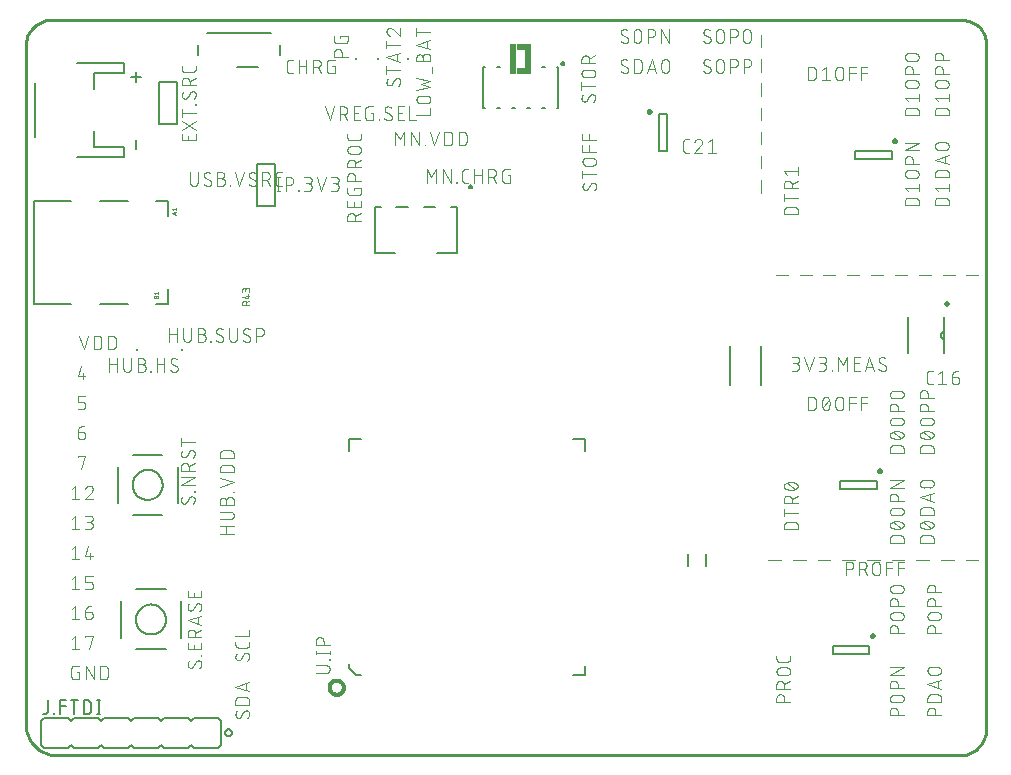
<source format=gbr>
G04 EAGLE Gerber RS-274X export*
G75*
%MOMM*%
%FSLAX34Y34*%
%LPD*%
%INSilkscreen Top*%
%IPPOS*%
%AMOC8*
5,1,8,0,0,1.08239X$1,22.5*%
G01*
%ADD10C,0.101600*%
%ADD11C,0.304800*%
%ADD12C,0.127000*%
%ADD13C,0.203200*%
%ADD14C,0.152400*%
%ADD15C,0.508000*%
%ADD16R,0.762000X0.508000*%
%ADD17R,0.508000X2.540000*%
%ADD18C,0.177800*%
%ADD19C,0.025400*%
%ADD20C,0.050800*%
%ADD21C,0.150000*%
%ADD22C,0.250000*%
%ADD23R,0.250000X0.250000*%
%ADD24C,0.254000*%


D10*
X400050Y165100D02*
X410917Y165100D01*
X420917Y165100D02*
X431783Y165100D01*
X441783Y165100D02*
X452650Y165100D01*
X462650Y165100D02*
X473517Y165100D01*
X483517Y165100D02*
X494383Y165100D01*
X504383Y165100D02*
X515250Y165100D01*
X525250Y165100D02*
X536117Y165100D01*
X546117Y165100D02*
X556983Y165100D01*
X566983Y165100D02*
X577850Y165100D01*
X416561Y406400D02*
X406400Y406400D01*
X426561Y406400D02*
X436722Y406400D01*
X446722Y406400D02*
X456883Y406400D01*
X466883Y406400D02*
X477044Y406400D01*
X487044Y406400D02*
X497206Y406400D01*
X507206Y406400D02*
X517367Y406400D01*
X527367Y406400D02*
X537528Y406400D01*
X547528Y406400D02*
X557689Y406400D01*
X567689Y406400D02*
X577850Y406400D01*
X393700Y476250D02*
X393700Y486729D01*
X393700Y496729D02*
X393700Y507207D01*
X393700Y517207D02*
X393700Y527686D01*
X393700Y537686D02*
X393700Y548164D01*
X393700Y558164D02*
X393700Y568643D01*
X393700Y578643D02*
X393700Y589121D01*
X393700Y599121D02*
X393700Y609600D01*
X406908Y44958D02*
X418592Y44958D01*
X406908Y44958D02*
X406908Y48204D01*
X406910Y48317D01*
X406916Y48430D01*
X406926Y48543D01*
X406940Y48656D01*
X406957Y48768D01*
X406979Y48879D01*
X407004Y48989D01*
X407034Y49099D01*
X407067Y49207D01*
X407104Y49314D01*
X407144Y49420D01*
X407189Y49524D01*
X407237Y49627D01*
X407288Y49728D01*
X407343Y49827D01*
X407401Y49924D01*
X407463Y50019D01*
X407528Y50112D01*
X407596Y50202D01*
X407667Y50290D01*
X407742Y50376D01*
X407819Y50459D01*
X407899Y50539D01*
X407982Y50616D01*
X408068Y50691D01*
X408156Y50762D01*
X408246Y50830D01*
X408339Y50895D01*
X408434Y50957D01*
X408531Y51015D01*
X408630Y51070D01*
X408731Y51121D01*
X408834Y51169D01*
X408938Y51214D01*
X409044Y51254D01*
X409151Y51291D01*
X409259Y51324D01*
X409369Y51354D01*
X409479Y51379D01*
X409590Y51401D01*
X409702Y51418D01*
X409815Y51432D01*
X409928Y51442D01*
X410041Y51448D01*
X410154Y51450D01*
X410267Y51448D01*
X410380Y51442D01*
X410493Y51432D01*
X410606Y51418D01*
X410718Y51401D01*
X410829Y51379D01*
X410939Y51354D01*
X411049Y51324D01*
X411157Y51291D01*
X411264Y51254D01*
X411370Y51214D01*
X411474Y51169D01*
X411577Y51121D01*
X411678Y51070D01*
X411777Y51015D01*
X411874Y50957D01*
X411969Y50895D01*
X412062Y50830D01*
X412152Y50762D01*
X412240Y50691D01*
X412326Y50616D01*
X412409Y50539D01*
X412489Y50459D01*
X412566Y50376D01*
X412641Y50290D01*
X412712Y50202D01*
X412780Y50112D01*
X412845Y50019D01*
X412907Y49924D01*
X412965Y49827D01*
X413020Y49728D01*
X413071Y49627D01*
X413119Y49524D01*
X413164Y49420D01*
X413204Y49314D01*
X413241Y49207D01*
X413274Y49099D01*
X413304Y48989D01*
X413329Y48879D01*
X413351Y48768D01*
X413368Y48656D01*
X413382Y48543D01*
X413392Y48430D01*
X413398Y48317D01*
X413400Y48204D01*
X413399Y48204D02*
X413399Y44958D01*
X418592Y56292D02*
X406908Y56292D01*
X406908Y59538D01*
X406910Y59651D01*
X406916Y59764D01*
X406926Y59877D01*
X406940Y59990D01*
X406957Y60102D01*
X406979Y60213D01*
X407004Y60323D01*
X407034Y60433D01*
X407067Y60541D01*
X407104Y60648D01*
X407144Y60754D01*
X407189Y60858D01*
X407237Y60961D01*
X407288Y61062D01*
X407343Y61161D01*
X407401Y61258D01*
X407463Y61353D01*
X407528Y61446D01*
X407596Y61536D01*
X407667Y61624D01*
X407742Y61710D01*
X407819Y61793D01*
X407899Y61873D01*
X407982Y61950D01*
X408068Y62025D01*
X408156Y62096D01*
X408246Y62164D01*
X408339Y62229D01*
X408434Y62291D01*
X408531Y62349D01*
X408630Y62404D01*
X408731Y62455D01*
X408834Y62503D01*
X408938Y62548D01*
X409044Y62588D01*
X409151Y62625D01*
X409259Y62658D01*
X409369Y62688D01*
X409479Y62713D01*
X409590Y62735D01*
X409702Y62752D01*
X409815Y62766D01*
X409928Y62776D01*
X410041Y62782D01*
X410154Y62784D01*
X410267Y62782D01*
X410380Y62776D01*
X410493Y62766D01*
X410606Y62752D01*
X410718Y62735D01*
X410829Y62713D01*
X410939Y62688D01*
X411049Y62658D01*
X411157Y62625D01*
X411264Y62588D01*
X411370Y62548D01*
X411474Y62503D01*
X411577Y62455D01*
X411678Y62404D01*
X411777Y62349D01*
X411874Y62291D01*
X411969Y62229D01*
X412062Y62164D01*
X412152Y62096D01*
X412240Y62025D01*
X412326Y61950D01*
X412409Y61873D01*
X412489Y61793D01*
X412566Y61710D01*
X412641Y61624D01*
X412712Y61536D01*
X412780Y61446D01*
X412845Y61353D01*
X412907Y61258D01*
X412965Y61161D01*
X413020Y61062D01*
X413071Y60961D01*
X413119Y60858D01*
X413164Y60754D01*
X413204Y60648D01*
X413241Y60541D01*
X413274Y60433D01*
X413304Y60323D01*
X413329Y60213D01*
X413351Y60102D01*
X413368Y59990D01*
X413382Y59877D01*
X413392Y59764D01*
X413398Y59651D01*
X413400Y59538D01*
X413399Y59538D02*
X413399Y56292D01*
X413399Y60187D02*
X418592Y62783D01*
X415346Y67649D02*
X410154Y67649D01*
X410154Y67648D02*
X410041Y67650D01*
X409928Y67656D01*
X409815Y67666D01*
X409702Y67680D01*
X409590Y67697D01*
X409479Y67719D01*
X409369Y67744D01*
X409259Y67774D01*
X409151Y67807D01*
X409044Y67844D01*
X408938Y67884D01*
X408834Y67929D01*
X408731Y67977D01*
X408630Y68028D01*
X408531Y68083D01*
X408434Y68141D01*
X408339Y68203D01*
X408246Y68268D01*
X408156Y68336D01*
X408068Y68407D01*
X407982Y68482D01*
X407899Y68559D01*
X407819Y68639D01*
X407742Y68722D01*
X407667Y68808D01*
X407596Y68896D01*
X407528Y68986D01*
X407463Y69079D01*
X407401Y69174D01*
X407343Y69271D01*
X407288Y69370D01*
X407237Y69471D01*
X407189Y69574D01*
X407144Y69678D01*
X407104Y69784D01*
X407067Y69891D01*
X407034Y69999D01*
X407004Y70109D01*
X406979Y70219D01*
X406957Y70330D01*
X406940Y70442D01*
X406926Y70555D01*
X406916Y70668D01*
X406910Y70781D01*
X406908Y70894D01*
X406910Y71007D01*
X406916Y71120D01*
X406926Y71233D01*
X406940Y71346D01*
X406957Y71458D01*
X406979Y71569D01*
X407004Y71679D01*
X407034Y71789D01*
X407067Y71897D01*
X407104Y72004D01*
X407144Y72110D01*
X407189Y72214D01*
X407237Y72317D01*
X407288Y72418D01*
X407343Y72517D01*
X407401Y72614D01*
X407463Y72709D01*
X407528Y72802D01*
X407596Y72892D01*
X407667Y72980D01*
X407742Y73066D01*
X407819Y73149D01*
X407899Y73229D01*
X407982Y73306D01*
X408068Y73381D01*
X408156Y73452D01*
X408246Y73520D01*
X408339Y73585D01*
X408434Y73647D01*
X408531Y73705D01*
X408630Y73760D01*
X408731Y73811D01*
X408834Y73859D01*
X408938Y73904D01*
X409044Y73944D01*
X409151Y73981D01*
X409259Y74014D01*
X409369Y74044D01*
X409479Y74069D01*
X409590Y74091D01*
X409702Y74108D01*
X409815Y74122D01*
X409928Y74132D01*
X410041Y74138D01*
X410154Y74140D01*
X415346Y74140D01*
X415459Y74138D01*
X415572Y74132D01*
X415685Y74122D01*
X415798Y74108D01*
X415910Y74091D01*
X416021Y74069D01*
X416131Y74044D01*
X416241Y74014D01*
X416349Y73981D01*
X416456Y73944D01*
X416562Y73904D01*
X416666Y73859D01*
X416769Y73811D01*
X416870Y73760D01*
X416969Y73705D01*
X417066Y73647D01*
X417161Y73585D01*
X417254Y73520D01*
X417344Y73452D01*
X417432Y73381D01*
X417518Y73306D01*
X417601Y73229D01*
X417681Y73149D01*
X417758Y73066D01*
X417833Y72980D01*
X417904Y72892D01*
X417972Y72802D01*
X418037Y72709D01*
X418099Y72614D01*
X418157Y72517D01*
X418212Y72418D01*
X418263Y72317D01*
X418311Y72214D01*
X418356Y72110D01*
X418396Y72004D01*
X418433Y71897D01*
X418466Y71789D01*
X418496Y71679D01*
X418521Y71569D01*
X418543Y71458D01*
X418560Y71346D01*
X418574Y71233D01*
X418584Y71120D01*
X418590Y71007D01*
X418592Y70894D01*
X418590Y70781D01*
X418584Y70668D01*
X418574Y70555D01*
X418560Y70442D01*
X418543Y70330D01*
X418521Y70219D01*
X418496Y70109D01*
X418466Y69999D01*
X418433Y69891D01*
X418396Y69784D01*
X418356Y69678D01*
X418311Y69574D01*
X418263Y69471D01*
X418212Y69370D01*
X418157Y69271D01*
X418099Y69174D01*
X418037Y69079D01*
X417972Y68986D01*
X417904Y68896D01*
X417833Y68808D01*
X417758Y68722D01*
X417681Y68639D01*
X417601Y68559D01*
X417518Y68482D01*
X417432Y68407D01*
X417344Y68336D01*
X417254Y68268D01*
X417161Y68203D01*
X417066Y68141D01*
X416969Y68083D01*
X416870Y68028D01*
X416769Y67977D01*
X416666Y67929D01*
X416562Y67884D01*
X416456Y67844D01*
X416349Y67807D01*
X416241Y67774D01*
X416131Y67744D01*
X416021Y67719D01*
X415910Y67697D01*
X415798Y67680D01*
X415685Y67666D01*
X415572Y67656D01*
X415459Y67650D01*
X415346Y67648D01*
X418592Y81642D02*
X418592Y84238D01*
X418592Y81642D02*
X418590Y81543D01*
X418584Y81443D01*
X418575Y81344D01*
X418562Y81246D01*
X418545Y81148D01*
X418524Y81050D01*
X418499Y80954D01*
X418471Y80859D01*
X418439Y80765D01*
X418404Y80672D01*
X418365Y80580D01*
X418322Y80490D01*
X418277Y80402D01*
X418227Y80315D01*
X418175Y80231D01*
X418119Y80148D01*
X418061Y80068D01*
X417999Y79990D01*
X417934Y79915D01*
X417866Y79842D01*
X417796Y79772D01*
X417723Y79704D01*
X417648Y79639D01*
X417570Y79577D01*
X417490Y79519D01*
X417407Y79463D01*
X417323Y79411D01*
X417236Y79361D01*
X417148Y79316D01*
X417058Y79273D01*
X416966Y79234D01*
X416873Y79199D01*
X416779Y79167D01*
X416684Y79139D01*
X416588Y79114D01*
X416490Y79093D01*
X416392Y79076D01*
X416294Y79063D01*
X416195Y79054D01*
X416095Y79048D01*
X415996Y79046D01*
X415996Y79045D02*
X409504Y79045D01*
X409405Y79047D01*
X409305Y79053D01*
X409206Y79062D01*
X409108Y79075D01*
X409010Y79093D01*
X408912Y79113D01*
X408816Y79138D01*
X408720Y79166D01*
X408626Y79198D01*
X408533Y79233D01*
X408442Y79272D01*
X408352Y79315D01*
X408263Y79360D01*
X408177Y79410D01*
X408092Y79462D01*
X408010Y79518D01*
X407930Y79577D01*
X407852Y79638D01*
X407776Y79703D01*
X407703Y79771D01*
X407633Y79841D01*
X407565Y79914D01*
X407500Y79990D01*
X407439Y80068D01*
X407380Y80148D01*
X407324Y80230D01*
X407272Y80315D01*
X407223Y80401D01*
X407177Y80490D01*
X407134Y80580D01*
X407095Y80671D01*
X407060Y80764D01*
X407028Y80858D01*
X407000Y80954D01*
X406975Y81050D01*
X406955Y81148D01*
X406937Y81246D01*
X406924Y81344D01*
X406915Y81443D01*
X406909Y81542D01*
X406907Y81642D01*
X406908Y81642D02*
X406908Y84238D01*
X413258Y191008D02*
X424942Y191008D01*
X413258Y191008D02*
X413258Y194254D01*
X413260Y194367D01*
X413266Y194480D01*
X413276Y194593D01*
X413290Y194706D01*
X413307Y194818D01*
X413329Y194929D01*
X413354Y195039D01*
X413384Y195149D01*
X413417Y195257D01*
X413454Y195364D01*
X413494Y195470D01*
X413539Y195574D01*
X413587Y195677D01*
X413638Y195778D01*
X413693Y195877D01*
X413751Y195974D01*
X413813Y196069D01*
X413878Y196162D01*
X413946Y196252D01*
X414017Y196340D01*
X414092Y196426D01*
X414169Y196509D01*
X414249Y196589D01*
X414332Y196666D01*
X414418Y196741D01*
X414506Y196812D01*
X414596Y196880D01*
X414689Y196945D01*
X414784Y197007D01*
X414881Y197065D01*
X414980Y197120D01*
X415081Y197171D01*
X415184Y197219D01*
X415288Y197264D01*
X415394Y197304D01*
X415501Y197341D01*
X415609Y197374D01*
X415719Y197404D01*
X415829Y197429D01*
X415940Y197451D01*
X416052Y197468D01*
X416165Y197482D01*
X416278Y197492D01*
X416391Y197498D01*
X416504Y197500D01*
X416504Y197499D02*
X421696Y197499D01*
X421696Y197500D02*
X421809Y197498D01*
X421922Y197492D01*
X422035Y197482D01*
X422148Y197468D01*
X422260Y197451D01*
X422371Y197429D01*
X422481Y197404D01*
X422591Y197374D01*
X422699Y197341D01*
X422806Y197304D01*
X422912Y197264D01*
X423016Y197219D01*
X423119Y197171D01*
X423220Y197120D01*
X423319Y197065D01*
X423416Y197007D01*
X423511Y196945D01*
X423604Y196880D01*
X423694Y196812D01*
X423782Y196741D01*
X423868Y196666D01*
X423951Y196589D01*
X424031Y196509D01*
X424108Y196426D01*
X424183Y196340D01*
X424254Y196252D01*
X424322Y196162D01*
X424387Y196069D01*
X424449Y195974D01*
X424507Y195877D01*
X424562Y195778D01*
X424613Y195677D01*
X424661Y195574D01*
X424706Y195470D01*
X424746Y195364D01*
X424783Y195257D01*
X424816Y195149D01*
X424846Y195039D01*
X424871Y194929D01*
X424893Y194818D01*
X424910Y194706D01*
X424924Y194593D01*
X424934Y194480D01*
X424940Y194367D01*
X424942Y194254D01*
X424942Y191008D01*
X424942Y205303D02*
X413258Y205303D01*
X413258Y208548D02*
X413258Y202057D01*
X413258Y213180D02*
X424942Y213180D01*
X413258Y213180D02*
X413258Y216425D01*
X413260Y216538D01*
X413266Y216651D01*
X413276Y216764D01*
X413290Y216877D01*
X413307Y216989D01*
X413329Y217100D01*
X413354Y217210D01*
X413384Y217320D01*
X413417Y217428D01*
X413454Y217535D01*
X413494Y217641D01*
X413539Y217745D01*
X413587Y217848D01*
X413638Y217949D01*
X413693Y218048D01*
X413751Y218145D01*
X413813Y218240D01*
X413878Y218333D01*
X413946Y218423D01*
X414017Y218511D01*
X414092Y218597D01*
X414169Y218680D01*
X414249Y218760D01*
X414332Y218837D01*
X414418Y218912D01*
X414506Y218983D01*
X414596Y219051D01*
X414689Y219116D01*
X414784Y219178D01*
X414881Y219236D01*
X414980Y219291D01*
X415081Y219342D01*
X415184Y219390D01*
X415288Y219435D01*
X415394Y219475D01*
X415501Y219512D01*
X415609Y219545D01*
X415719Y219575D01*
X415829Y219600D01*
X415940Y219622D01*
X416052Y219639D01*
X416165Y219653D01*
X416278Y219663D01*
X416391Y219669D01*
X416504Y219671D01*
X416617Y219669D01*
X416730Y219663D01*
X416843Y219653D01*
X416956Y219639D01*
X417068Y219622D01*
X417179Y219600D01*
X417289Y219575D01*
X417399Y219545D01*
X417507Y219512D01*
X417614Y219475D01*
X417720Y219435D01*
X417824Y219390D01*
X417927Y219342D01*
X418028Y219291D01*
X418127Y219236D01*
X418224Y219178D01*
X418319Y219116D01*
X418412Y219051D01*
X418502Y218983D01*
X418590Y218912D01*
X418676Y218837D01*
X418759Y218760D01*
X418839Y218680D01*
X418916Y218597D01*
X418991Y218511D01*
X419062Y218423D01*
X419130Y218333D01*
X419195Y218240D01*
X419257Y218145D01*
X419315Y218048D01*
X419370Y217949D01*
X419421Y217848D01*
X419469Y217745D01*
X419514Y217641D01*
X419554Y217535D01*
X419591Y217428D01*
X419624Y217320D01*
X419654Y217210D01*
X419679Y217100D01*
X419701Y216989D01*
X419718Y216877D01*
X419732Y216764D01*
X419742Y216651D01*
X419748Y216538D01*
X419750Y216425D01*
X419749Y216425D02*
X419749Y213180D01*
X419749Y217074D02*
X424942Y219671D01*
X419100Y224536D02*
X418870Y224539D01*
X418640Y224547D01*
X418411Y224561D01*
X418182Y224580D01*
X417953Y224605D01*
X417725Y224635D01*
X417498Y224670D01*
X417272Y224711D01*
X417047Y224757D01*
X416823Y224809D01*
X416600Y224866D01*
X416379Y224928D01*
X416159Y224996D01*
X415941Y225069D01*
X415725Y225147D01*
X415511Y225230D01*
X415299Y225318D01*
X415088Y225411D01*
X414881Y225510D01*
X414881Y225509D02*
X414791Y225542D01*
X414702Y225578D01*
X414614Y225618D01*
X414529Y225662D01*
X414445Y225709D01*
X414363Y225759D01*
X414283Y225813D01*
X414206Y225869D01*
X414130Y225929D01*
X414057Y225992D01*
X413987Y226057D01*
X413919Y226126D01*
X413855Y226197D01*
X413793Y226270D01*
X413734Y226346D01*
X413678Y226424D01*
X413625Y226505D01*
X413576Y226587D01*
X413530Y226671D01*
X413487Y226758D01*
X413448Y226845D01*
X413412Y226935D01*
X413380Y227025D01*
X413352Y227117D01*
X413327Y227210D01*
X413306Y227304D01*
X413289Y227398D01*
X413275Y227493D01*
X413266Y227589D01*
X413260Y227685D01*
X413258Y227781D01*
X413260Y227877D01*
X413266Y227973D01*
X413275Y228069D01*
X413289Y228164D01*
X413306Y228258D01*
X413327Y228352D01*
X413352Y228445D01*
X413380Y228537D01*
X413412Y228627D01*
X413448Y228717D01*
X413487Y228805D01*
X413530Y228891D01*
X413576Y228975D01*
X413625Y229057D01*
X413678Y229138D01*
X413734Y229216D01*
X413793Y229292D01*
X413855Y229365D01*
X413919Y229436D01*
X413987Y229505D01*
X414057Y229570D01*
X414130Y229633D01*
X414206Y229693D01*
X414283Y229749D01*
X414363Y229803D01*
X414445Y229853D01*
X414529Y229900D01*
X414614Y229944D01*
X414702Y229984D01*
X414791Y230020D01*
X414881Y230053D01*
X415088Y230152D01*
X415299Y230245D01*
X415511Y230333D01*
X415725Y230416D01*
X415941Y230494D01*
X416159Y230567D01*
X416379Y230635D01*
X416600Y230697D01*
X416823Y230754D01*
X417047Y230806D01*
X417272Y230852D01*
X417498Y230893D01*
X417725Y230928D01*
X417953Y230958D01*
X418182Y230983D01*
X418411Y231002D01*
X418640Y231016D01*
X418870Y231024D01*
X419100Y231027D01*
X419100Y224536D02*
X419330Y224539D01*
X419560Y224547D01*
X419789Y224561D01*
X420018Y224580D01*
X420247Y224605D01*
X420475Y224635D01*
X420702Y224670D01*
X420928Y224711D01*
X421153Y224757D01*
X421377Y224809D01*
X421600Y224866D01*
X421821Y224928D01*
X422041Y224996D01*
X422259Y225069D01*
X422475Y225147D01*
X422689Y225230D01*
X422901Y225318D01*
X423112Y225411D01*
X423319Y225510D01*
X423319Y225509D02*
X423409Y225542D01*
X423498Y225578D01*
X423586Y225619D01*
X423671Y225662D01*
X423755Y225709D01*
X423837Y225759D01*
X423917Y225813D01*
X423994Y225869D01*
X424070Y225929D01*
X424143Y225992D01*
X424213Y226057D01*
X424281Y226126D01*
X424345Y226197D01*
X424407Y226270D01*
X424466Y226346D01*
X424522Y226424D01*
X424575Y226505D01*
X424624Y226587D01*
X424670Y226671D01*
X424713Y226758D01*
X424752Y226845D01*
X424788Y226935D01*
X424820Y227025D01*
X424848Y227117D01*
X424873Y227210D01*
X424894Y227304D01*
X424911Y227398D01*
X424925Y227493D01*
X424934Y227589D01*
X424940Y227685D01*
X424942Y227781D01*
X423319Y230053D02*
X423112Y230152D01*
X422901Y230245D01*
X422689Y230333D01*
X422475Y230416D01*
X422259Y230494D01*
X422041Y230567D01*
X421821Y230635D01*
X421600Y230697D01*
X421377Y230754D01*
X421153Y230806D01*
X420928Y230852D01*
X420702Y230893D01*
X420475Y230928D01*
X420247Y230958D01*
X420018Y230983D01*
X419789Y231002D01*
X419560Y231016D01*
X419330Y231024D01*
X419100Y231027D01*
X423319Y230053D02*
X423409Y230020D01*
X423498Y229984D01*
X423586Y229944D01*
X423671Y229900D01*
X423755Y229853D01*
X423837Y229803D01*
X423917Y229749D01*
X423994Y229693D01*
X424070Y229633D01*
X424143Y229570D01*
X424213Y229505D01*
X424281Y229436D01*
X424345Y229365D01*
X424407Y229292D01*
X424466Y229216D01*
X424522Y229138D01*
X424575Y229057D01*
X424624Y228975D01*
X424670Y228891D01*
X424713Y228804D01*
X424752Y228717D01*
X424788Y228627D01*
X424820Y228537D01*
X424848Y228445D01*
X424873Y228352D01*
X424894Y228258D01*
X424911Y228164D01*
X424925Y228069D01*
X424934Y227973D01*
X424940Y227877D01*
X424942Y227781D01*
X422346Y225185D02*
X415854Y230378D01*
X413258Y457708D02*
X424942Y457708D01*
X413258Y457708D02*
X413258Y460954D01*
X413260Y461067D01*
X413266Y461180D01*
X413276Y461293D01*
X413290Y461406D01*
X413307Y461518D01*
X413329Y461629D01*
X413354Y461739D01*
X413384Y461849D01*
X413417Y461957D01*
X413454Y462064D01*
X413494Y462170D01*
X413539Y462274D01*
X413587Y462377D01*
X413638Y462478D01*
X413693Y462577D01*
X413751Y462674D01*
X413813Y462769D01*
X413878Y462862D01*
X413946Y462952D01*
X414017Y463040D01*
X414092Y463126D01*
X414169Y463209D01*
X414249Y463289D01*
X414332Y463366D01*
X414418Y463441D01*
X414506Y463512D01*
X414596Y463580D01*
X414689Y463645D01*
X414784Y463707D01*
X414881Y463765D01*
X414980Y463820D01*
X415081Y463871D01*
X415184Y463919D01*
X415288Y463964D01*
X415394Y464004D01*
X415501Y464041D01*
X415609Y464074D01*
X415719Y464104D01*
X415829Y464129D01*
X415940Y464151D01*
X416052Y464168D01*
X416165Y464182D01*
X416278Y464192D01*
X416391Y464198D01*
X416504Y464200D01*
X416504Y464199D02*
X421696Y464199D01*
X421696Y464200D02*
X421809Y464198D01*
X421922Y464192D01*
X422035Y464182D01*
X422148Y464168D01*
X422260Y464151D01*
X422371Y464129D01*
X422481Y464104D01*
X422591Y464074D01*
X422699Y464041D01*
X422806Y464004D01*
X422912Y463964D01*
X423016Y463919D01*
X423119Y463871D01*
X423220Y463820D01*
X423319Y463765D01*
X423416Y463707D01*
X423511Y463645D01*
X423604Y463580D01*
X423694Y463512D01*
X423782Y463441D01*
X423868Y463366D01*
X423951Y463289D01*
X424031Y463209D01*
X424108Y463126D01*
X424183Y463040D01*
X424254Y462952D01*
X424322Y462862D01*
X424387Y462769D01*
X424449Y462674D01*
X424507Y462577D01*
X424562Y462478D01*
X424613Y462377D01*
X424661Y462274D01*
X424706Y462170D01*
X424746Y462064D01*
X424783Y461957D01*
X424816Y461849D01*
X424846Y461739D01*
X424871Y461629D01*
X424893Y461518D01*
X424910Y461406D01*
X424924Y461293D01*
X424934Y461180D01*
X424940Y461067D01*
X424942Y460954D01*
X424942Y457708D01*
X424942Y472003D02*
X413258Y472003D01*
X413258Y475248D02*
X413258Y468757D01*
X413258Y479880D02*
X424942Y479880D01*
X413258Y479880D02*
X413258Y483125D01*
X413260Y483238D01*
X413266Y483351D01*
X413276Y483464D01*
X413290Y483577D01*
X413307Y483689D01*
X413329Y483800D01*
X413354Y483910D01*
X413384Y484020D01*
X413417Y484128D01*
X413454Y484235D01*
X413494Y484341D01*
X413539Y484445D01*
X413587Y484548D01*
X413638Y484649D01*
X413693Y484748D01*
X413751Y484845D01*
X413813Y484940D01*
X413878Y485033D01*
X413946Y485123D01*
X414017Y485211D01*
X414092Y485297D01*
X414169Y485380D01*
X414249Y485460D01*
X414332Y485537D01*
X414418Y485612D01*
X414506Y485683D01*
X414596Y485751D01*
X414689Y485816D01*
X414784Y485878D01*
X414881Y485936D01*
X414980Y485991D01*
X415081Y486042D01*
X415184Y486090D01*
X415288Y486135D01*
X415394Y486175D01*
X415501Y486212D01*
X415609Y486245D01*
X415719Y486275D01*
X415829Y486300D01*
X415940Y486322D01*
X416052Y486339D01*
X416165Y486353D01*
X416278Y486363D01*
X416391Y486369D01*
X416504Y486371D01*
X416617Y486369D01*
X416730Y486363D01*
X416843Y486353D01*
X416956Y486339D01*
X417068Y486322D01*
X417179Y486300D01*
X417289Y486275D01*
X417399Y486245D01*
X417507Y486212D01*
X417614Y486175D01*
X417720Y486135D01*
X417824Y486090D01*
X417927Y486042D01*
X418028Y485991D01*
X418127Y485936D01*
X418224Y485878D01*
X418319Y485816D01*
X418412Y485751D01*
X418502Y485683D01*
X418590Y485612D01*
X418676Y485537D01*
X418759Y485460D01*
X418839Y485380D01*
X418916Y485297D01*
X418991Y485211D01*
X419062Y485123D01*
X419130Y485033D01*
X419195Y484940D01*
X419257Y484845D01*
X419315Y484748D01*
X419370Y484649D01*
X419421Y484548D01*
X419469Y484445D01*
X419514Y484341D01*
X419554Y484235D01*
X419591Y484128D01*
X419624Y484020D01*
X419654Y483910D01*
X419679Y483800D01*
X419701Y483689D01*
X419718Y483577D01*
X419732Y483464D01*
X419742Y483351D01*
X419748Y483238D01*
X419750Y483125D01*
X419749Y483125D02*
X419749Y479880D01*
X419749Y483774D02*
X424942Y486371D01*
X415854Y491236D02*
X413258Y494481D01*
X424942Y494481D01*
X424942Y491236D02*
X424942Y497727D01*
X253492Y556853D02*
X253490Y556952D01*
X253484Y557052D01*
X253475Y557151D01*
X253462Y557249D01*
X253445Y557347D01*
X253424Y557445D01*
X253399Y557541D01*
X253371Y557636D01*
X253339Y557730D01*
X253304Y557823D01*
X253265Y557915D01*
X253222Y558005D01*
X253177Y558093D01*
X253127Y558180D01*
X253075Y558264D01*
X253019Y558347D01*
X252961Y558427D01*
X252899Y558505D01*
X252834Y558580D01*
X252766Y558653D01*
X252696Y558723D01*
X252623Y558791D01*
X252548Y558856D01*
X252470Y558918D01*
X252390Y558976D01*
X252307Y559032D01*
X252223Y559084D01*
X252136Y559134D01*
X252048Y559179D01*
X251958Y559222D01*
X251866Y559261D01*
X251773Y559296D01*
X251679Y559328D01*
X251584Y559356D01*
X251488Y559381D01*
X251390Y559402D01*
X251292Y559419D01*
X251194Y559432D01*
X251095Y559441D01*
X250995Y559447D01*
X250896Y559449D01*
X253492Y556853D02*
X253490Y556709D01*
X253484Y556564D01*
X253475Y556420D01*
X253462Y556277D01*
X253445Y556133D01*
X253424Y555990D01*
X253399Y555848D01*
X253371Y555707D01*
X253339Y555566D01*
X253303Y555426D01*
X253264Y555287D01*
X253221Y555149D01*
X253174Y555013D01*
X253124Y554877D01*
X253070Y554743D01*
X253013Y554611D01*
X252952Y554480D01*
X252888Y554351D01*
X252820Y554223D01*
X252750Y554097D01*
X252675Y553973D01*
X252598Y553852D01*
X252517Y553732D01*
X252434Y553614D01*
X252347Y553499D01*
X252257Y553386D01*
X252164Y553275D01*
X252069Y553167D01*
X251970Y553061D01*
X251869Y552958D01*
X244404Y553283D02*
X244305Y553285D01*
X244205Y553291D01*
X244106Y553300D01*
X244008Y553313D01*
X243910Y553330D01*
X243812Y553351D01*
X243716Y553376D01*
X243621Y553404D01*
X243527Y553436D01*
X243434Y553471D01*
X243342Y553510D01*
X243252Y553553D01*
X243164Y553598D01*
X243077Y553648D01*
X242993Y553700D01*
X242910Y553756D01*
X242830Y553814D01*
X242752Y553876D01*
X242677Y553941D01*
X242604Y554009D01*
X242534Y554079D01*
X242466Y554152D01*
X242401Y554227D01*
X242339Y554305D01*
X242281Y554385D01*
X242225Y554468D01*
X242173Y554552D01*
X242123Y554639D01*
X242078Y554727D01*
X242035Y554817D01*
X241996Y554909D01*
X241961Y555002D01*
X241929Y555096D01*
X241901Y555191D01*
X241876Y555287D01*
X241855Y555385D01*
X241838Y555483D01*
X241825Y555581D01*
X241816Y555680D01*
X241810Y555780D01*
X241808Y555879D01*
X241810Y556015D01*
X241816Y556151D01*
X241825Y556287D01*
X241838Y556423D01*
X241856Y556558D01*
X241876Y556692D01*
X241901Y556826D01*
X241929Y556960D01*
X241962Y557092D01*
X241997Y557223D01*
X242037Y557354D01*
X242080Y557483D01*
X242126Y557611D01*
X242177Y557737D01*
X242230Y557863D01*
X242288Y557986D01*
X242348Y558108D01*
X242412Y558228D01*
X242480Y558347D01*
X242550Y558463D01*
X242624Y558577D01*
X242701Y558690D01*
X242782Y558800D01*
X246676Y554581D02*
X246623Y554495D01*
X246566Y554411D01*
X246507Y554329D01*
X246444Y554249D01*
X246378Y554172D01*
X246310Y554097D01*
X246238Y554025D01*
X246164Y553956D01*
X246087Y553890D01*
X246008Y553827D01*
X245926Y553767D01*
X245842Y553710D01*
X245756Y553656D01*
X245668Y553606D01*
X245578Y553559D01*
X245487Y553515D01*
X245393Y553476D01*
X245299Y553439D01*
X245203Y553407D01*
X245105Y553378D01*
X245007Y553353D01*
X244908Y553332D01*
X244808Y553314D01*
X244708Y553301D01*
X244607Y553291D01*
X244505Y553285D01*
X244404Y553283D01*
X248624Y558151D02*
X248677Y558237D01*
X248734Y558321D01*
X248793Y558403D01*
X248856Y558483D01*
X248922Y558560D01*
X248990Y558635D01*
X249062Y558707D01*
X249136Y558776D01*
X249213Y558842D01*
X249292Y558905D01*
X249374Y558965D01*
X249458Y559022D01*
X249544Y559076D01*
X249632Y559126D01*
X249722Y559173D01*
X249813Y559217D01*
X249907Y559256D01*
X250001Y559293D01*
X250097Y559325D01*
X250195Y559354D01*
X250293Y559379D01*
X250392Y559400D01*
X250492Y559418D01*
X250592Y559431D01*
X250693Y559441D01*
X250795Y559447D01*
X250896Y559449D01*
X248624Y558151D02*
X246676Y554581D01*
X241808Y566491D02*
X253492Y566491D01*
X241808Y563245D02*
X241808Y569736D01*
X245054Y573913D02*
X250246Y573913D01*
X245054Y573912D02*
X244941Y573914D01*
X244828Y573920D01*
X244715Y573930D01*
X244602Y573944D01*
X244490Y573961D01*
X244379Y573983D01*
X244269Y574008D01*
X244159Y574038D01*
X244051Y574071D01*
X243944Y574108D01*
X243838Y574148D01*
X243734Y574193D01*
X243631Y574241D01*
X243530Y574292D01*
X243431Y574347D01*
X243334Y574405D01*
X243239Y574467D01*
X243146Y574532D01*
X243056Y574600D01*
X242968Y574671D01*
X242882Y574746D01*
X242799Y574823D01*
X242719Y574903D01*
X242642Y574986D01*
X242567Y575072D01*
X242496Y575160D01*
X242428Y575250D01*
X242363Y575343D01*
X242301Y575438D01*
X242243Y575535D01*
X242188Y575634D01*
X242137Y575735D01*
X242089Y575838D01*
X242044Y575942D01*
X242004Y576048D01*
X241967Y576155D01*
X241934Y576263D01*
X241904Y576373D01*
X241879Y576483D01*
X241857Y576594D01*
X241840Y576706D01*
X241826Y576819D01*
X241816Y576932D01*
X241810Y577045D01*
X241808Y577158D01*
X241810Y577271D01*
X241816Y577384D01*
X241826Y577497D01*
X241840Y577610D01*
X241857Y577722D01*
X241879Y577833D01*
X241904Y577943D01*
X241934Y578053D01*
X241967Y578161D01*
X242004Y578268D01*
X242044Y578374D01*
X242089Y578478D01*
X242137Y578581D01*
X242188Y578682D01*
X242243Y578781D01*
X242301Y578878D01*
X242363Y578973D01*
X242428Y579066D01*
X242496Y579156D01*
X242567Y579244D01*
X242642Y579330D01*
X242719Y579413D01*
X242799Y579493D01*
X242882Y579570D01*
X242968Y579645D01*
X243056Y579716D01*
X243146Y579784D01*
X243239Y579849D01*
X243334Y579911D01*
X243431Y579969D01*
X243530Y580024D01*
X243631Y580075D01*
X243734Y580123D01*
X243838Y580168D01*
X243944Y580208D01*
X244051Y580245D01*
X244159Y580278D01*
X244269Y580308D01*
X244379Y580333D01*
X244490Y580355D01*
X244602Y580372D01*
X244715Y580386D01*
X244828Y580396D01*
X244941Y580402D01*
X245054Y580404D01*
X250246Y580404D01*
X250359Y580402D01*
X250472Y580396D01*
X250585Y580386D01*
X250698Y580372D01*
X250810Y580355D01*
X250921Y580333D01*
X251031Y580308D01*
X251141Y580278D01*
X251249Y580245D01*
X251356Y580208D01*
X251462Y580168D01*
X251566Y580123D01*
X251669Y580075D01*
X251770Y580024D01*
X251869Y579969D01*
X251966Y579911D01*
X252061Y579849D01*
X252154Y579784D01*
X252244Y579716D01*
X252332Y579645D01*
X252418Y579570D01*
X252501Y579493D01*
X252581Y579413D01*
X252658Y579330D01*
X252733Y579244D01*
X252804Y579156D01*
X252872Y579066D01*
X252937Y578973D01*
X252999Y578878D01*
X253057Y578781D01*
X253112Y578682D01*
X253163Y578581D01*
X253211Y578478D01*
X253256Y578374D01*
X253296Y578268D01*
X253333Y578161D01*
X253366Y578053D01*
X253396Y577943D01*
X253421Y577833D01*
X253443Y577722D01*
X253460Y577610D01*
X253474Y577497D01*
X253484Y577384D01*
X253490Y577271D01*
X253492Y577158D01*
X253490Y577045D01*
X253484Y576932D01*
X253474Y576819D01*
X253460Y576706D01*
X253443Y576594D01*
X253421Y576483D01*
X253396Y576373D01*
X253366Y576263D01*
X253333Y576155D01*
X253296Y576048D01*
X253256Y575942D01*
X253211Y575838D01*
X253163Y575735D01*
X253112Y575634D01*
X253057Y575535D01*
X252999Y575438D01*
X252937Y575343D01*
X252872Y575250D01*
X252804Y575160D01*
X252733Y575072D01*
X252658Y574986D01*
X252581Y574903D01*
X252501Y574823D01*
X252418Y574746D01*
X252332Y574671D01*
X252244Y574600D01*
X252154Y574532D01*
X252061Y574467D01*
X251966Y574405D01*
X251869Y574347D01*
X251770Y574292D01*
X251669Y574241D01*
X251566Y574193D01*
X251462Y574148D01*
X251356Y574108D01*
X251249Y574071D01*
X251141Y574038D01*
X251031Y574008D01*
X250921Y573983D01*
X250810Y573961D01*
X250698Y573944D01*
X250585Y573930D01*
X250472Y573920D01*
X250359Y573914D01*
X250246Y573912D01*
X253492Y585798D02*
X241808Y585798D01*
X241808Y589043D01*
X241810Y589156D01*
X241816Y589269D01*
X241826Y589382D01*
X241840Y589495D01*
X241857Y589607D01*
X241879Y589718D01*
X241904Y589828D01*
X241934Y589938D01*
X241967Y590046D01*
X242004Y590153D01*
X242044Y590259D01*
X242089Y590363D01*
X242137Y590466D01*
X242188Y590567D01*
X242243Y590666D01*
X242301Y590763D01*
X242363Y590858D01*
X242428Y590951D01*
X242496Y591041D01*
X242567Y591129D01*
X242642Y591215D01*
X242719Y591298D01*
X242799Y591378D01*
X242882Y591455D01*
X242968Y591530D01*
X243056Y591601D01*
X243146Y591669D01*
X243239Y591734D01*
X243334Y591796D01*
X243431Y591854D01*
X243530Y591909D01*
X243631Y591960D01*
X243734Y592008D01*
X243838Y592053D01*
X243944Y592093D01*
X244051Y592130D01*
X244159Y592163D01*
X244269Y592193D01*
X244379Y592218D01*
X244490Y592240D01*
X244602Y592257D01*
X244715Y592271D01*
X244828Y592281D01*
X244941Y592287D01*
X245054Y592289D01*
X245167Y592287D01*
X245280Y592281D01*
X245393Y592271D01*
X245506Y592257D01*
X245618Y592240D01*
X245729Y592218D01*
X245839Y592193D01*
X245949Y592163D01*
X246057Y592130D01*
X246164Y592093D01*
X246270Y592053D01*
X246374Y592008D01*
X246477Y591960D01*
X246578Y591909D01*
X246677Y591854D01*
X246774Y591796D01*
X246869Y591734D01*
X246962Y591669D01*
X247052Y591601D01*
X247140Y591530D01*
X247226Y591455D01*
X247309Y591378D01*
X247389Y591298D01*
X247466Y591215D01*
X247541Y591129D01*
X247612Y591041D01*
X247680Y590951D01*
X247745Y590858D01*
X247807Y590763D01*
X247865Y590666D01*
X247920Y590567D01*
X247971Y590466D01*
X248019Y590363D01*
X248064Y590259D01*
X248104Y590153D01*
X248141Y590046D01*
X248174Y589938D01*
X248204Y589828D01*
X248229Y589718D01*
X248251Y589607D01*
X248268Y589495D01*
X248282Y589382D01*
X248292Y589269D01*
X248298Y589156D01*
X248300Y589043D01*
X248299Y589043D02*
X248299Y585798D01*
X248299Y589692D02*
X253492Y592289D01*
X-182203Y329692D02*
X-184799Y320604D01*
X-178308Y320604D01*
X-180255Y323201D02*
X-180255Y318008D01*
X-180904Y292608D02*
X-184799Y292608D01*
X-180904Y292608D02*
X-180805Y292610D01*
X-180705Y292616D01*
X-180606Y292625D01*
X-180508Y292638D01*
X-180410Y292655D01*
X-180312Y292676D01*
X-180216Y292701D01*
X-180121Y292729D01*
X-180027Y292761D01*
X-179934Y292796D01*
X-179842Y292835D01*
X-179752Y292878D01*
X-179664Y292923D01*
X-179577Y292973D01*
X-179493Y293025D01*
X-179410Y293081D01*
X-179330Y293139D01*
X-179252Y293201D01*
X-179177Y293266D01*
X-179104Y293334D01*
X-179034Y293404D01*
X-178966Y293477D01*
X-178901Y293552D01*
X-178839Y293630D01*
X-178781Y293710D01*
X-178725Y293793D01*
X-178673Y293877D01*
X-178623Y293964D01*
X-178578Y294052D01*
X-178535Y294142D01*
X-178496Y294234D01*
X-178461Y294327D01*
X-178429Y294421D01*
X-178401Y294516D01*
X-178376Y294612D01*
X-178355Y294710D01*
X-178338Y294808D01*
X-178325Y294906D01*
X-178316Y295005D01*
X-178310Y295105D01*
X-178308Y295204D01*
X-178308Y296503D01*
X-178310Y296602D01*
X-178316Y296702D01*
X-178325Y296801D01*
X-178338Y296899D01*
X-178355Y296997D01*
X-178376Y297095D01*
X-178401Y297191D01*
X-178429Y297286D01*
X-178461Y297380D01*
X-178496Y297473D01*
X-178535Y297565D01*
X-178578Y297655D01*
X-178623Y297743D01*
X-178673Y297830D01*
X-178725Y297914D01*
X-178781Y297997D01*
X-178839Y298077D01*
X-178901Y298155D01*
X-178966Y298230D01*
X-179034Y298303D01*
X-179104Y298373D01*
X-179177Y298441D01*
X-179252Y298506D01*
X-179330Y298568D01*
X-179410Y298626D01*
X-179493Y298682D01*
X-179577Y298734D01*
X-179664Y298784D01*
X-179752Y298829D01*
X-179842Y298872D01*
X-179934Y298911D01*
X-180027Y298946D01*
X-180121Y298978D01*
X-180216Y299006D01*
X-180312Y299031D01*
X-180410Y299052D01*
X-180508Y299069D01*
X-180606Y299082D01*
X-180705Y299091D01*
X-180805Y299097D01*
X-180904Y299099D01*
X-184799Y299099D01*
X-184799Y304292D01*
X-178308Y304292D01*
X-180904Y273699D02*
X-184799Y273699D01*
X-180904Y273699D02*
X-180805Y273697D01*
X-180705Y273691D01*
X-180606Y273682D01*
X-180508Y273669D01*
X-180410Y273652D01*
X-180312Y273631D01*
X-180216Y273606D01*
X-180121Y273578D01*
X-180027Y273546D01*
X-179934Y273511D01*
X-179842Y273472D01*
X-179752Y273429D01*
X-179664Y273384D01*
X-179577Y273334D01*
X-179493Y273282D01*
X-179410Y273226D01*
X-179330Y273168D01*
X-179252Y273106D01*
X-179177Y273041D01*
X-179104Y272973D01*
X-179034Y272903D01*
X-178966Y272830D01*
X-178901Y272755D01*
X-178839Y272677D01*
X-178781Y272597D01*
X-178725Y272514D01*
X-178673Y272430D01*
X-178623Y272343D01*
X-178578Y272255D01*
X-178535Y272165D01*
X-178496Y272073D01*
X-178461Y271980D01*
X-178429Y271886D01*
X-178401Y271791D01*
X-178376Y271695D01*
X-178355Y271597D01*
X-178338Y271499D01*
X-178325Y271401D01*
X-178316Y271302D01*
X-178310Y271202D01*
X-178308Y271103D01*
X-178308Y270454D01*
X-178310Y270341D01*
X-178316Y270228D01*
X-178326Y270115D01*
X-178340Y270002D01*
X-178357Y269890D01*
X-178379Y269779D01*
X-178404Y269669D01*
X-178434Y269559D01*
X-178467Y269451D01*
X-178504Y269344D01*
X-178544Y269238D01*
X-178589Y269134D01*
X-178637Y269031D01*
X-178688Y268930D01*
X-178743Y268831D01*
X-178801Y268734D01*
X-178863Y268639D01*
X-178928Y268546D01*
X-178996Y268456D01*
X-179067Y268368D01*
X-179142Y268282D01*
X-179219Y268199D01*
X-179299Y268119D01*
X-179382Y268042D01*
X-179468Y267967D01*
X-179556Y267896D01*
X-179646Y267828D01*
X-179739Y267763D01*
X-179834Y267701D01*
X-179931Y267643D01*
X-180030Y267588D01*
X-180131Y267537D01*
X-180234Y267489D01*
X-180338Y267444D01*
X-180444Y267404D01*
X-180551Y267367D01*
X-180659Y267334D01*
X-180769Y267304D01*
X-180879Y267279D01*
X-180990Y267257D01*
X-181102Y267240D01*
X-181215Y267226D01*
X-181328Y267216D01*
X-181441Y267210D01*
X-181554Y267208D01*
X-181667Y267210D01*
X-181780Y267216D01*
X-181893Y267226D01*
X-182006Y267240D01*
X-182118Y267257D01*
X-182229Y267279D01*
X-182339Y267304D01*
X-182449Y267334D01*
X-182557Y267367D01*
X-182664Y267404D01*
X-182770Y267444D01*
X-182874Y267489D01*
X-182977Y267537D01*
X-183078Y267588D01*
X-183177Y267643D01*
X-183274Y267701D01*
X-183369Y267763D01*
X-183462Y267828D01*
X-183552Y267896D01*
X-183640Y267967D01*
X-183726Y268042D01*
X-183809Y268119D01*
X-183889Y268199D01*
X-183966Y268282D01*
X-184041Y268368D01*
X-184112Y268456D01*
X-184180Y268546D01*
X-184245Y268639D01*
X-184307Y268734D01*
X-184365Y268831D01*
X-184420Y268930D01*
X-184471Y269031D01*
X-184519Y269134D01*
X-184564Y269238D01*
X-184604Y269344D01*
X-184641Y269451D01*
X-184674Y269559D01*
X-184704Y269669D01*
X-184729Y269779D01*
X-184751Y269890D01*
X-184768Y270002D01*
X-184782Y270115D01*
X-184792Y270228D01*
X-184798Y270341D01*
X-184800Y270454D01*
X-184799Y270454D02*
X-184799Y273699D01*
X-184797Y273842D01*
X-184791Y273985D01*
X-184781Y274128D01*
X-184767Y274270D01*
X-184750Y274412D01*
X-184728Y274554D01*
X-184703Y274695D01*
X-184673Y274835D01*
X-184640Y274974D01*
X-184603Y275112D01*
X-184562Y275249D01*
X-184518Y275385D01*
X-184469Y275520D01*
X-184417Y275653D01*
X-184362Y275785D01*
X-184302Y275915D01*
X-184239Y276044D01*
X-184173Y276171D01*
X-184103Y276296D01*
X-184030Y276418D01*
X-183953Y276539D01*
X-183873Y276658D01*
X-183790Y276774D01*
X-183704Y276889D01*
X-183615Y277000D01*
X-183522Y277110D01*
X-183427Y277216D01*
X-183328Y277320D01*
X-183227Y277421D01*
X-183123Y277520D01*
X-183017Y277615D01*
X-182907Y277708D01*
X-182796Y277797D01*
X-182681Y277883D01*
X-182565Y277966D01*
X-182446Y278046D01*
X-182325Y278123D01*
X-182203Y278196D01*
X-182078Y278266D01*
X-181951Y278332D01*
X-181822Y278395D01*
X-181692Y278455D01*
X-181560Y278510D01*
X-181427Y278562D01*
X-181292Y278611D01*
X-181156Y278655D01*
X-181019Y278696D01*
X-180881Y278733D01*
X-180742Y278766D01*
X-180602Y278796D01*
X-180461Y278821D01*
X-180319Y278843D01*
X-180177Y278860D01*
X-180035Y278874D01*
X-179892Y278884D01*
X-179749Y278890D01*
X-179606Y278892D01*
X-184799Y253492D02*
X-184799Y252194D01*
X-184799Y253492D02*
X-178308Y253492D01*
X-181554Y241808D01*
X-186634Y228092D02*
X-189879Y225496D01*
X-186634Y228092D02*
X-186634Y216408D01*
X-189879Y216408D02*
X-183388Y216408D01*
X-171958Y225171D02*
X-171960Y225278D01*
X-171966Y225384D01*
X-171976Y225490D01*
X-171989Y225596D01*
X-172007Y225702D01*
X-172028Y225806D01*
X-172053Y225910D01*
X-172082Y226013D01*
X-172114Y226114D01*
X-172151Y226214D01*
X-172191Y226313D01*
X-172234Y226411D01*
X-172281Y226507D01*
X-172332Y226601D01*
X-172386Y226693D01*
X-172443Y226783D01*
X-172503Y226871D01*
X-172567Y226956D01*
X-172634Y227039D01*
X-172704Y227120D01*
X-172776Y227198D01*
X-172852Y227274D01*
X-172930Y227346D01*
X-173011Y227416D01*
X-173094Y227483D01*
X-173179Y227547D01*
X-173267Y227607D01*
X-173357Y227664D01*
X-173449Y227718D01*
X-173543Y227769D01*
X-173639Y227816D01*
X-173737Y227859D01*
X-173836Y227899D01*
X-173936Y227936D01*
X-174037Y227968D01*
X-174140Y227997D01*
X-174244Y228022D01*
X-174348Y228043D01*
X-174454Y228061D01*
X-174560Y228074D01*
X-174666Y228084D01*
X-174772Y228090D01*
X-174879Y228092D01*
X-175000Y228090D01*
X-175121Y228084D01*
X-175241Y228074D01*
X-175362Y228061D01*
X-175481Y228043D01*
X-175601Y228022D01*
X-175719Y227997D01*
X-175836Y227968D01*
X-175953Y227935D01*
X-176068Y227899D01*
X-176182Y227858D01*
X-176295Y227815D01*
X-176407Y227767D01*
X-176516Y227716D01*
X-176624Y227661D01*
X-176731Y227603D01*
X-176835Y227542D01*
X-176937Y227477D01*
X-177037Y227409D01*
X-177135Y227338D01*
X-177231Y227264D01*
X-177324Y227187D01*
X-177414Y227106D01*
X-177502Y227023D01*
X-177587Y226937D01*
X-177670Y226848D01*
X-177749Y226757D01*
X-177826Y226663D01*
X-177899Y226567D01*
X-177969Y226469D01*
X-178036Y226368D01*
X-178100Y226265D01*
X-178161Y226160D01*
X-178218Y226053D01*
X-178271Y225945D01*
X-178321Y225835D01*
X-178367Y225723D01*
X-178410Y225610D01*
X-178449Y225495D01*
X-172932Y222899D02*
X-172853Y222977D01*
X-172777Y223057D01*
X-172704Y223140D01*
X-172634Y223226D01*
X-172567Y223313D01*
X-172503Y223404D01*
X-172443Y223496D01*
X-172385Y223590D01*
X-172331Y223687D01*
X-172281Y223785D01*
X-172234Y223885D01*
X-172190Y223986D01*
X-172150Y224089D01*
X-172114Y224194D01*
X-172082Y224299D01*
X-172053Y224406D01*
X-172028Y224513D01*
X-172006Y224622D01*
X-171989Y224731D01*
X-171975Y224840D01*
X-171966Y224950D01*
X-171960Y225061D01*
X-171958Y225171D01*
X-172932Y222899D02*
X-178449Y216408D01*
X-171958Y216408D01*
X-186634Y202692D02*
X-189879Y200096D01*
X-186634Y202692D02*
X-186634Y191008D01*
X-189879Y191008D02*
X-183388Y191008D01*
X-178449Y191008D02*
X-175204Y191008D01*
X-175091Y191010D01*
X-174978Y191016D01*
X-174865Y191026D01*
X-174752Y191040D01*
X-174640Y191057D01*
X-174529Y191079D01*
X-174419Y191104D01*
X-174309Y191134D01*
X-174201Y191167D01*
X-174094Y191204D01*
X-173988Y191244D01*
X-173884Y191289D01*
X-173781Y191337D01*
X-173680Y191388D01*
X-173581Y191443D01*
X-173484Y191501D01*
X-173389Y191563D01*
X-173296Y191628D01*
X-173206Y191696D01*
X-173118Y191767D01*
X-173032Y191842D01*
X-172949Y191919D01*
X-172869Y191999D01*
X-172792Y192082D01*
X-172717Y192168D01*
X-172646Y192256D01*
X-172578Y192346D01*
X-172513Y192439D01*
X-172451Y192534D01*
X-172393Y192631D01*
X-172338Y192730D01*
X-172287Y192831D01*
X-172239Y192934D01*
X-172194Y193038D01*
X-172154Y193144D01*
X-172117Y193251D01*
X-172084Y193359D01*
X-172054Y193469D01*
X-172029Y193579D01*
X-172007Y193690D01*
X-171990Y193802D01*
X-171976Y193915D01*
X-171966Y194028D01*
X-171960Y194141D01*
X-171958Y194254D01*
X-171960Y194367D01*
X-171966Y194480D01*
X-171976Y194593D01*
X-171990Y194706D01*
X-172007Y194818D01*
X-172029Y194929D01*
X-172054Y195039D01*
X-172084Y195149D01*
X-172117Y195257D01*
X-172154Y195364D01*
X-172194Y195470D01*
X-172239Y195574D01*
X-172287Y195677D01*
X-172338Y195778D01*
X-172393Y195877D01*
X-172451Y195974D01*
X-172513Y196069D01*
X-172578Y196162D01*
X-172646Y196252D01*
X-172717Y196340D01*
X-172792Y196426D01*
X-172869Y196509D01*
X-172949Y196589D01*
X-173032Y196666D01*
X-173118Y196741D01*
X-173206Y196812D01*
X-173296Y196880D01*
X-173389Y196945D01*
X-173484Y197007D01*
X-173581Y197065D01*
X-173680Y197120D01*
X-173781Y197171D01*
X-173884Y197219D01*
X-173988Y197264D01*
X-174094Y197304D01*
X-174201Y197341D01*
X-174309Y197374D01*
X-174419Y197404D01*
X-174529Y197429D01*
X-174640Y197451D01*
X-174752Y197468D01*
X-174865Y197482D01*
X-174978Y197492D01*
X-175091Y197498D01*
X-175204Y197500D01*
X-174554Y202692D02*
X-178449Y202692D01*
X-174554Y202692D02*
X-174453Y202690D01*
X-174353Y202684D01*
X-174253Y202674D01*
X-174153Y202661D01*
X-174054Y202643D01*
X-173955Y202622D01*
X-173858Y202597D01*
X-173761Y202568D01*
X-173666Y202535D01*
X-173572Y202499D01*
X-173480Y202459D01*
X-173389Y202416D01*
X-173300Y202369D01*
X-173213Y202319D01*
X-173127Y202265D01*
X-173044Y202208D01*
X-172964Y202148D01*
X-172885Y202085D01*
X-172809Y202018D01*
X-172736Y201949D01*
X-172666Y201877D01*
X-172598Y201803D01*
X-172533Y201726D01*
X-172472Y201646D01*
X-172413Y201564D01*
X-172358Y201480D01*
X-172306Y201394D01*
X-172257Y201306D01*
X-172212Y201216D01*
X-172170Y201124D01*
X-172132Y201031D01*
X-172098Y200936D01*
X-172067Y200841D01*
X-172040Y200744D01*
X-172017Y200646D01*
X-171997Y200547D01*
X-171982Y200447D01*
X-171970Y200347D01*
X-171962Y200247D01*
X-171958Y200146D01*
X-171958Y200046D01*
X-171962Y199945D01*
X-171970Y199845D01*
X-171982Y199745D01*
X-171997Y199645D01*
X-172017Y199546D01*
X-172040Y199448D01*
X-172067Y199351D01*
X-172098Y199256D01*
X-172132Y199161D01*
X-172170Y199068D01*
X-172212Y198976D01*
X-172257Y198886D01*
X-172306Y198798D01*
X-172358Y198712D01*
X-172413Y198628D01*
X-172472Y198546D01*
X-172533Y198466D01*
X-172598Y198389D01*
X-172666Y198315D01*
X-172736Y198243D01*
X-172809Y198174D01*
X-172885Y198107D01*
X-172964Y198044D01*
X-173044Y197984D01*
X-173127Y197927D01*
X-173213Y197873D01*
X-173300Y197823D01*
X-173389Y197776D01*
X-173480Y197733D01*
X-173572Y197693D01*
X-173666Y197657D01*
X-173761Y197624D01*
X-173858Y197595D01*
X-173955Y197570D01*
X-174054Y197549D01*
X-174153Y197531D01*
X-174253Y197518D01*
X-174353Y197508D01*
X-174453Y197502D01*
X-174554Y197500D01*
X-174554Y197499D02*
X-177151Y197499D01*
X-186634Y177292D02*
X-189879Y174696D01*
X-186634Y177292D02*
X-186634Y165608D01*
X-189879Y165608D02*
X-183388Y165608D01*
X-178449Y168204D02*
X-175853Y177292D01*
X-178449Y168204D02*
X-171958Y168204D01*
X-173905Y170801D02*
X-173905Y165608D01*
X-186634Y151892D02*
X-189879Y149296D01*
X-186634Y151892D02*
X-186634Y140208D01*
X-189879Y140208D02*
X-183388Y140208D01*
X-178449Y140208D02*
X-174554Y140208D01*
X-174455Y140210D01*
X-174355Y140216D01*
X-174256Y140225D01*
X-174158Y140238D01*
X-174060Y140255D01*
X-173962Y140276D01*
X-173866Y140301D01*
X-173771Y140329D01*
X-173677Y140361D01*
X-173584Y140396D01*
X-173492Y140435D01*
X-173402Y140478D01*
X-173314Y140523D01*
X-173227Y140573D01*
X-173143Y140625D01*
X-173060Y140681D01*
X-172980Y140739D01*
X-172902Y140801D01*
X-172827Y140866D01*
X-172754Y140934D01*
X-172684Y141004D01*
X-172616Y141077D01*
X-172551Y141152D01*
X-172489Y141230D01*
X-172431Y141310D01*
X-172375Y141393D01*
X-172323Y141477D01*
X-172273Y141564D01*
X-172228Y141652D01*
X-172185Y141742D01*
X-172146Y141834D01*
X-172111Y141927D01*
X-172079Y142021D01*
X-172051Y142116D01*
X-172026Y142212D01*
X-172005Y142310D01*
X-171988Y142408D01*
X-171975Y142506D01*
X-171966Y142605D01*
X-171960Y142705D01*
X-171958Y142804D01*
X-171958Y144103D01*
X-171960Y144202D01*
X-171966Y144302D01*
X-171975Y144401D01*
X-171988Y144499D01*
X-172005Y144597D01*
X-172026Y144695D01*
X-172051Y144791D01*
X-172079Y144886D01*
X-172111Y144980D01*
X-172146Y145073D01*
X-172185Y145165D01*
X-172228Y145255D01*
X-172273Y145343D01*
X-172323Y145430D01*
X-172375Y145514D01*
X-172431Y145597D01*
X-172489Y145677D01*
X-172551Y145755D01*
X-172616Y145830D01*
X-172684Y145903D01*
X-172754Y145973D01*
X-172827Y146041D01*
X-172902Y146106D01*
X-172980Y146168D01*
X-173060Y146226D01*
X-173143Y146282D01*
X-173227Y146334D01*
X-173314Y146384D01*
X-173402Y146429D01*
X-173492Y146472D01*
X-173584Y146511D01*
X-173677Y146546D01*
X-173771Y146578D01*
X-173866Y146606D01*
X-173962Y146631D01*
X-174060Y146652D01*
X-174158Y146669D01*
X-174256Y146682D01*
X-174355Y146691D01*
X-174455Y146697D01*
X-174554Y146699D01*
X-178449Y146699D01*
X-178449Y151892D01*
X-171958Y151892D01*
X-186634Y126492D02*
X-189879Y123896D01*
X-186634Y126492D02*
X-186634Y114808D01*
X-189879Y114808D02*
X-183388Y114808D01*
X-178449Y121299D02*
X-174554Y121299D01*
X-174455Y121297D01*
X-174355Y121291D01*
X-174256Y121282D01*
X-174158Y121269D01*
X-174060Y121252D01*
X-173962Y121231D01*
X-173866Y121206D01*
X-173771Y121178D01*
X-173677Y121146D01*
X-173584Y121111D01*
X-173492Y121072D01*
X-173402Y121029D01*
X-173314Y120984D01*
X-173227Y120934D01*
X-173143Y120882D01*
X-173060Y120826D01*
X-172980Y120768D01*
X-172902Y120706D01*
X-172827Y120641D01*
X-172754Y120573D01*
X-172684Y120503D01*
X-172616Y120430D01*
X-172551Y120355D01*
X-172489Y120277D01*
X-172431Y120197D01*
X-172375Y120114D01*
X-172323Y120030D01*
X-172273Y119943D01*
X-172228Y119855D01*
X-172185Y119765D01*
X-172146Y119673D01*
X-172111Y119580D01*
X-172079Y119486D01*
X-172051Y119391D01*
X-172026Y119295D01*
X-172005Y119197D01*
X-171988Y119099D01*
X-171975Y119001D01*
X-171966Y118902D01*
X-171960Y118802D01*
X-171958Y118703D01*
X-171958Y118054D01*
X-171960Y117941D01*
X-171966Y117828D01*
X-171976Y117715D01*
X-171990Y117602D01*
X-172007Y117490D01*
X-172029Y117379D01*
X-172054Y117269D01*
X-172084Y117159D01*
X-172117Y117051D01*
X-172154Y116944D01*
X-172194Y116838D01*
X-172239Y116734D01*
X-172287Y116631D01*
X-172338Y116530D01*
X-172393Y116431D01*
X-172451Y116334D01*
X-172513Y116239D01*
X-172578Y116146D01*
X-172646Y116056D01*
X-172717Y115968D01*
X-172792Y115882D01*
X-172869Y115799D01*
X-172949Y115719D01*
X-173032Y115642D01*
X-173118Y115567D01*
X-173206Y115496D01*
X-173296Y115428D01*
X-173389Y115363D01*
X-173484Y115301D01*
X-173581Y115243D01*
X-173680Y115188D01*
X-173781Y115137D01*
X-173884Y115089D01*
X-173988Y115044D01*
X-174094Y115004D01*
X-174201Y114967D01*
X-174309Y114934D01*
X-174419Y114904D01*
X-174529Y114879D01*
X-174640Y114857D01*
X-174752Y114840D01*
X-174865Y114826D01*
X-174978Y114816D01*
X-175091Y114810D01*
X-175204Y114808D01*
X-175317Y114810D01*
X-175430Y114816D01*
X-175543Y114826D01*
X-175656Y114840D01*
X-175768Y114857D01*
X-175879Y114879D01*
X-175989Y114904D01*
X-176099Y114934D01*
X-176207Y114967D01*
X-176314Y115004D01*
X-176420Y115044D01*
X-176524Y115089D01*
X-176627Y115137D01*
X-176728Y115188D01*
X-176827Y115243D01*
X-176924Y115301D01*
X-177019Y115363D01*
X-177112Y115428D01*
X-177202Y115496D01*
X-177290Y115567D01*
X-177376Y115642D01*
X-177459Y115719D01*
X-177539Y115799D01*
X-177616Y115882D01*
X-177691Y115968D01*
X-177762Y116056D01*
X-177830Y116146D01*
X-177895Y116239D01*
X-177957Y116334D01*
X-178015Y116431D01*
X-178070Y116530D01*
X-178121Y116631D01*
X-178169Y116734D01*
X-178214Y116838D01*
X-178254Y116944D01*
X-178291Y117051D01*
X-178324Y117159D01*
X-178354Y117269D01*
X-178379Y117379D01*
X-178401Y117490D01*
X-178418Y117602D01*
X-178432Y117715D01*
X-178442Y117828D01*
X-178448Y117941D01*
X-178450Y118054D01*
X-178449Y118054D02*
X-178449Y121299D01*
X-178447Y121442D01*
X-178441Y121585D01*
X-178431Y121728D01*
X-178417Y121870D01*
X-178400Y122012D01*
X-178378Y122154D01*
X-178353Y122295D01*
X-178323Y122435D01*
X-178290Y122574D01*
X-178253Y122712D01*
X-178212Y122849D01*
X-178168Y122985D01*
X-178119Y123120D01*
X-178067Y123253D01*
X-178012Y123385D01*
X-177952Y123515D01*
X-177889Y123644D01*
X-177823Y123771D01*
X-177753Y123896D01*
X-177680Y124018D01*
X-177603Y124139D01*
X-177523Y124258D01*
X-177440Y124374D01*
X-177354Y124489D01*
X-177265Y124600D01*
X-177172Y124710D01*
X-177077Y124816D01*
X-176978Y124920D01*
X-176877Y125021D01*
X-176773Y125120D01*
X-176667Y125215D01*
X-176557Y125308D01*
X-176446Y125397D01*
X-176331Y125483D01*
X-176215Y125566D01*
X-176096Y125646D01*
X-175975Y125723D01*
X-175853Y125796D01*
X-175728Y125866D01*
X-175601Y125932D01*
X-175472Y125995D01*
X-175342Y126055D01*
X-175210Y126110D01*
X-175077Y126162D01*
X-174942Y126211D01*
X-174806Y126255D01*
X-174669Y126296D01*
X-174531Y126333D01*
X-174392Y126366D01*
X-174252Y126396D01*
X-174111Y126421D01*
X-173969Y126443D01*
X-173827Y126460D01*
X-173685Y126474D01*
X-173542Y126484D01*
X-173399Y126490D01*
X-173256Y126492D01*
X-186634Y101092D02*
X-189879Y98496D01*
X-186634Y101092D02*
X-186634Y89408D01*
X-189879Y89408D02*
X-183388Y89408D01*
X-178449Y99794D02*
X-178449Y101092D01*
X-171958Y101092D01*
X-175204Y89408D01*
X-179747Y343408D02*
X-183642Y355092D01*
X-175853Y355092D02*
X-179747Y343408D01*
X-171182Y343408D02*
X-171182Y355092D01*
X-167936Y355092D01*
X-167823Y355090D01*
X-167710Y355084D01*
X-167597Y355074D01*
X-167484Y355060D01*
X-167372Y355043D01*
X-167261Y355021D01*
X-167151Y354996D01*
X-167041Y354966D01*
X-166933Y354933D01*
X-166826Y354896D01*
X-166720Y354856D01*
X-166616Y354811D01*
X-166513Y354763D01*
X-166412Y354712D01*
X-166313Y354657D01*
X-166216Y354599D01*
X-166121Y354537D01*
X-166028Y354472D01*
X-165938Y354404D01*
X-165850Y354333D01*
X-165764Y354258D01*
X-165681Y354181D01*
X-165601Y354101D01*
X-165524Y354018D01*
X-165449Y353932D01*
X-165378Y353844D01*
X-165310Y353754D01*
X-165245Y353661D01*
X-165183Y353566D01*
X-165125Y353469D01*
X-165070Y353370D01*
X-165019Y353269D01*
X-164971Y353166D01*
X-164926Y353062D01*
X-164886Y352956D01*
X-164849Y352849D01*
X-164816Y352741D01*
X-164786Y352631D01*
X-164761Y352521D01*
X-164739Y352410D01*
X-164722Y352298D01*
X-164708Y352185D01*
X-164698Y352072D01*
X-164692Y351959D01*
X-164690Y351846D01*
X-164691Y351846D02*
X-164691Y346654D01*
X-164690Y346654D02*
X-164692Y346541D01*
X-164698Y346428D01*
X-164708Y346315D01*
X-164722Y346202D01*
X-164739Y346090D01*
X-164761Y345979D01*
X-164786Y345869D01*
X-164816Y345759D01*
X-164849Y345651D01*
X-164886Y345544D01*
X-164926Y345438D01*
X-164971Y345334D01*
X-165019Y345231D01*
X-165070Y345130D01*
X-165125Y345031D01*
X-165183Y344934D01*
X-165245Y344839D01*
X-165310Y344746D01*
X-165378Y344656D01*
X-165449Y344568D01*
X-165524Y344482D01*
X-165601Y344399D01*
X-165681Y344319D01*
X-165764Y344242D01*
X-165850Y344167D01*
X-165938Y344096D01*
X-166028Y344028D01*
X-166121Y343963D01*
X-166216Y343901D01*
X-166313Y343843D01*
X-166412Y343788D01*
X-166513Y343737D01*
X-166616Y343689D01*
X-166720Y343644D01*
X-166826Y343604D01*
X-166933Y343567D01*
X-167041Y343534D01*
X-167151Y343504D01*
X-167261Y343479D01*
X-167372Y343457D01*
X-167484Y343440D01*
X-167597Y343426D01*
X-167710Y343416D01*
X-167823Y343410D01*
X-167936Y343408D01*
X-171182Y343408D01*
X-158990Y343408D02*
X-158990Y355092D01*
X-155744Y355092D01*
X-155631Y355090D01*
X-155518Y355084D01*
X-155405Y355074D01*
X-155292Y355060D01*
X-155180Y355043D01*
X-155069Y355021D01*
X-154959Y354996D01*
X-154849Y354966D01*
X-154741Y354933D01*
X-154634Y354896D01*
X-154528Y354856D01*
X-154424Y354811D01*
X-154321Y354763D01*
X-154220Y354712D01*
X-154121Y354657D01*
X-154024Y354599D01*
X-153929Y354537D01*
X-153836Y354472D01*
X-153746Y354404D01*
X-153658Y354333D01*
X-153572Y354258D01*
X-153489Y354181D01*
X-153409Y354101D01*
X-153332Y354018D01*
X-153257Y353932D01*
X-153186Y353844D01*
X-153118Y353754D01*
X-153053Y353661D01*
X-152991Y353566D01*
X-152933Y353469D01*
X-152878Y353370D01*
X-152827Y353269D01*
X-152779Y353166D01*
X-152734Y353062D01*
X-152694Y352956D01*
X-152657Y352849D01*
X-152624Y352741D01*
X-152594Y352631D01*
X-152569Y352521D01*
X-152547Y352410D01*
X-152530Y352298D01*
X-152516Y352185D01*
X-152506Y352072D01*
X-152500Y351959D01*
X-152498Y351846D01*
X-152499Y351846D02*
X-152499Y346654D01*
X-152498Y346654D02*
X-152500Y346541D01*
X-152506Y346428D01*
X-152516Y346315D01*
X-152530Y346202D01*
X-152547Y346090D01*
X-152569Y345979D01*
X-152594Y345869D01*
X-152624Y345759D01*
X-152657Y345651D01*
X-152694Y345544D01*
X-152734Y345438D01*
X-152779Y345334D01*
X-152827Y345231D01*
X-152878Y345130D01*
X-152933Y345031D01*
X-152991Y344934D01*
X-153053Y344839D01*
X-153118Y344746D01*
X-153186Y344656D01*
X-153257Y344568D01*
X-153332Y344482D01*
X-153409Y344399D01*
X-153489Y344319D01*
X-153572Y344242D01*
X-153658Y344167D01*
X-153746Y344096D01*
X-153836Y344028D01*
X-153929Y343963D01*
X-154024Y343901D01*
X-154121Y343843D01*
X-154220Y343788D01*
X-154321Y343737D01*
X-154424Y343689D01*
X-154528Y343644D01*
X-154634Y343604D01*
X-154741Y343567D01*
X-154849Y343534D01*
X-154959Y343504D01*
X-155069Y343479D01*
X-155180Y343457D01*
X-155292Y343440D01*
X-155405Y343426D01*
X-155518Y343416D01*
X-155631Y343410D01*
X-155744Y343408D01*
X-158990Y343408D01*
X-183501Y70499D02*
X-185448Y70499D01*
X-183501Y70499D02*
X-183501Y64008D01*
X-187396Y64008D01*
X-187495Y64010D01*
X-187595Y64016D01*
X-187694Y64025D01*
X-187792Y64038D01*
X-187890Y64055D01*
X-187988Y64076D01*
X-188084Y64101D01*
X-188179Y64129D01*
X-188273Y64161D01*
X-188366Y64196D01*
X-188458Y64235D01*
X-188548Y64278D01*
X-188636Y64323D01*
X-188723Y64373D01*
X-188807Y64425D01*
X-188890Y64481D01*
X-188970Y64539D01*
X-189048Y64601D01*
X-189123Y64666D01*
X-189196Y64734D01*
X-189266Y64804D01*
X-189334Y64877D01*
X-189399Y64952D01*
X-189461Y65030D01*
X-189519Y65110D01*
X-189575Y65193D01*
X-189627Y65277D01*
X-189677Y65364D01*
X-189722Y65452D01*
X-189765Y65542D01*
X-189804Y65634D01*
X-189839Y65727D01*
X-189871Y65821D01*
X-189899Y65916D01*
X-189924Y66012D01*
X-189945Y66110D01*
X-189962Y66208D01*
X-189975Y66306D01*
X-189984Y66405D01*
X-189990Y66505D01*
X-189992Y66604D01*
X-189992Y73096D01*
X-189990Y73195D01*
X-189984Y73295D01*
X-189975Y73394D01*
X-189962Y73492D01*
X-189945Y73590D01*
X-189924Y73688D01*
X-189899Y73784D01*
X-189871Y73879D01*
X-189839Y73973D01*
X-189804Y74066D01*
X-189765Y74158D01*
X-189722Y74248D01*
X-189677Y74336D01*
X-189627Y74423D01*
X-189575Y74507D01*
X-189519Y74590D01*
X-189461Y74670D01*
X-189399Y74748D01*
X-189334Y74823D01*
X-189266Y74896D01*
X-189196Y74966D01*
X-189123Y75034D01*
X-189048Y75099D01*
X-188970Y75161D01*
X-188890Y75219D01*
X-188807Y75275D01*
X-188723Y75327D01*
X-188636Y75377D01*
X-188548Y75422D01*
X-188458Y75465D01*
X-188366Y75504D01*
X-188273Y75539D01*
X-188179Y75571D01*
X-188084Y75599D01*
X-187988Y75624D01*
X-187890Y75645D01*
X-187792Y75662D01*
X-187694Y75675D01*
X-187595Y75684D01*
X-187495Y75690D01*
X-187396Y75692D01*
X-183501Y75692D01*
X-177800Y75692D02*
X-177800Y64008D01*
X-171309Y64008D02*
X-177800Y75692D01*
X-171309Y75692D02*
X-171309Y64008D01*
X-165608Y64008D02*
X-165608Y75692D01*
X-162363Y75692D01*
X-162250Y75690D01*
X-162137Y75684D01*
X-162024Y75674D01*
X-161911Y75660D01*
X-161799Y75643D01*
X-161688Y75621D01*
X-161578Y75596D01*
X-161468Y75566D01*
X-161360Y75533D01*
X-161253Y75496D01*
X-161147Y75456D01*
X-161043Y75411D01*
X-160940Y75363D01*
X-160839Y75312D01*
X-160740Y75257D01*
X-160643Y75199D01*
X-160548Y75137D01*
X-160455Y75072D01*
X-160365Y75004D01*
X-160277Y74933D01*
X-160191Y74858D01*
X-160108Y74781D01*
X-160028Y74701D01*
X-159951Y74618D01*
X-159876Y74532D01*
X-159805Y74444D01*
X-159737Y74354D01*
X-159672Y74261D01*
X-159610Y74166D01*
X-159552Y74069D01*
X-159497Y73970D01*
X-159446Y73869D01*
X-159398Y73766D01*
X-159353Y73662D01*
X-159313Y73556D01*
X-159276Y73449D01*
X-159243Y73341D01*
X-159213Y73231D01*
X-159188Y73121D01*
X-159166Y73010D01*
X-159149Y72898D01*
X-159135Y72785D01*
X-159125Y72672D01*
X-159119Y72559D01*
X-159117Y72446D01*
X-159117Y67254D01*
X-159119Y67141D01*
X-159125Y67028D01*
X-159135Y66915D01*
X-159149Y66802D01*
X-159166Y66690D01*
X-159188Y66579D01*
X-159213Y66469D01*
X-159243Y66359D01*
X-159276Y66251D01*
X-159313Y66144D01*
X-159353Y66038D01*
X-159398Y65934D01*
X-159446Y65831D01*
X-159497Y65730D01*
X-159552Y65631D01*
X-159610Y65534D01*
X-159672Y65439D01*
X-159737Y65346D01*
X-159805Y65256D01*
X-159876Y65168D01*
X-159951Y65082D01*
X-160028Y64999D01*
X-160108Y64919D01*
X-160191Y64842D01*
X-160277Y64767D01*
X-160365Y64696D01*
X-160455Y64628D01*
X-160548Y64563D01*
X-160643Y64501D01*
X-160740Y64443D01*
X-160839Y64388D01*
X-160940Y64337D01*
X-161043Y64289D01*
X-161147Y64244D01*
X-161253Y64204D01*
X-161360Y64167D01*
X-161468Y64134D01*
X-161578Y64104D01*
X-161688Y64079D01*
X-161799Y64057D01*
X-161911Y64040D01*
X-162024Y64026D01*
X-162137Y64016D01*
X-162250Y64010D01*
X-162363Y64008D01*
X-165608Y64008D01*
D11*
X28633Y56985D02*
X28635Y57139D01*
X28641Y57294D01*
X28651Y57448D01*
X28665Y57602D01*
X28683Y57755D01*
X28704Y57908D01*
X28730Y58061D01*
X28760Y58212D01*
X28793Y58363D01*
X28831Y58513D01*
X28872Y58662D01*
X28917Y58810D01*
X28966Y58956D01*
X29019Y59102D01*
X29075Y59245D01*
X29135Y59388D01*
X29199Y59528D01*
X29266Y59668D01*
X29337Y59805D01*
X29411Y59940D01*
X29489Y60074D01*
X29570Y60205D01*
X29655Y60334D01*
X29743Y60462D01*
X29834Y60586D01*
X29928Y60709D01*
X30026Y60829D01*
X30126Y60946D01*
X30230Y61061D01*
X30336Y61173D01*
X30445Y61282D01*
X30557Y61388D01*
X30672Y61492D01*
X30789Y61592D01*
X30909Y61690D01*
X31032Y61784D01*
X31156Y61875D01*
X31284Y61963D01*
X31413Y62048D01*
X31544Y62129D01*
X31678Y62207D01*
X31813Y62281D01*
X31950Y62352D01*
X32090Y62419D01*
X32230Y62483D01*
X32373Y62543D01*
X32516Y62599D01*
X32662Y62652D01*
X32808Y62701D01*
X32956Y62746D01*
X33105Y62787D01*
X33255Y62825D01*
X33406Y62858D01*
X33557Y62888D01*
X33710Y62914D01*
X33863Y62935D01*
X34016Y62953D01*
X34170Y62967D01*
X34324Y62977D01*
X34479Y62983D01*
X34633Y62985D01*
X34787Y62983D01*
X34942Y62977D01*
X35096Y62967D01*
X35250Y62953D01*
X35403Y62935D01*
X35556Y62914D01*
X35709Y62888D01*
X35860Y62858D01*
X36011Y62825D01*
X36161Y62787D01*
X36310Y62746D01*
X36458Y62701D01*
X36604Y62652D01*
X36750Y62599D01*
X36893Y62543D01*
X37036Y62483D01*
X37176Y62419D01*
X37316Y62352D01*
X37453Y62281D01*
X37588Y62207D01*
X37722Y62129D01*
X37853Y62048D01*
X37982Y61963D01*
X38110Y61875D01*
X38234Y61784D01*
X38357Y61690D01*
X38477Y61592D01*
X38594Y61492D01*
X38709Y61388D01*
X38821Y61282D01*
X38930Y61173D01*
X39036Y61061D01*
X39140Y60946D01*
X39240Y60829D01*
X39338Y60709D01*
X39432Y60586D01*
X39523Y60462D01*
X39611Y60334D01*
X39696Y60205D01*
X39777Y60074D01*
X39855Y59940D01*
X39929Y59805D01*
X40000Y59668D01*
X40067Y59528D01*
X40131Y59388D01*
X40191Y59245D01*
X40247Y59102D01*
X40300Y58956D01*
X40349Y58810D01*
X40394Y58662D01*
X40435Y58513D01*
X40473Y58363D01*
X40506Y58212D01*
X40536Y58061D01*
X40562Y57908D01*
X40583Y57755D01*
X40601Y57602D01*
X40615Y57448D01*
X40625Y57294D01*
X40631Y57139D01*
X40633Y56985D01*
X40631Y56831D01*
X40625Y56676D01*
X40615Y56522D01*
X40601Y56368D01*
X40583Y56215D01*
X40562Y56062D01*
X40536Y55909D01*
X40506Y55758D01*
X40473Y55607D01*
X40435Y55457D01*
X40394Y55308D01*
X40349Y55160D01*
X40300Y55014D01*
X40247Y54868D01*
X40191Y54725D01*
X40131Y54582D01*
X40067Y54442D01*
X40000Y54302D01*
X39929Y54165D01*
X39855Y54030D01*
X39777Y53896D01*
X39696Y53765D01*
X39611Y53636D01*
X39523Y53508D01*
X39432Y53384D01*
X39338Y53261D01*
X39240Y53141D01*
X39140Y53024D01*
X39036Y52909D01*
X38930Y52797D01*
X38821Y52688D01*
X38709Y52582D01*
X38594Y52478D01*
X38477Y52378D01*
X38357Y52280D01*
X38234Y52186D01*
X38110Y52095D01*
X37982Y52007D01*
X37853Y51922D01*
X37722Y51841D01*
X37588Y51763D01*
X37453Y51689D01*
X37316Y51618D01*
X37176Y51551D01*
X37036Y51487D01*
X36893Y51427D01*
X36750Y51371D01*
X36604Y51318D01*
X36458Y51269D01*
X36310Y51224D01*
X36161Y51183D01*
X36011Y51145D01*
X35860Y51112D01*
X35709Y51082D01*
X35556Y51056D01*
X35403Y51035D01*
X35250Y51017D01*
X35096Y51003D01*
X34942Y50993D01*
X34787Y50987D01*
X34633Y50985D01*
X34479Y50987D01*
X34324Y50993D01*
X34170Y51003D01*
X34016Y51017D01*
X33863Y51035D01*
X33710Y51056D01*
X33557Y51082D01*
X33406Y51112D01*
X33255Y51145D01*
X33105Y51183D01*
X32956Y51224D01*
X32808Y51269D01*
X32662Y51318D01*
X32516Y51371D01*
X32373Y51427D01*
X32230Y51487D01*
X32090Y51551D01*
X31950Y51618D01*
X31813Y51689D01*
X31678Y51763D01*
X31544Y51841D01*
X31413Y51922D01*
X31284Y52007D01*
X31156Y52095D01*
X31032Y52186D01*
X30909Y52280D01*
X30789Y52378D01*
X30672Y52478D01*
X30557Y52582D01*
X30445Y52688D01*
X30336Y52797D01*
X30230Y52909D01*
X30126Y53024D01*
X30026Y53141D01*
X29928Y53261D01*
X29834Y53384D01*
X29743Y53508D01*
X29655Y53636D01*
X29570Y53765D01*
X29489Y53896D01*
X29411Y54030D01*
X29337Y54165D01*
X29266Y54302D01*
X29199Y54442D01*
X29135Y54582D01*
X29075Y54725D01*
X29019Y54868D01*
X28966Y55014D01*
X28917Y55160D01*
X28872Y55308D01*
X28831Y55457D01*
X28793Y55607D01*
X28760Y55758D01*
X28730Y55909D01*
X28704Y56062D01*
X28683Y56215D01*
X28665Y56368D01*
X28651Y56522D01*
X28641Y56676D01*
X28635Y56831D01*
X28633Y56985D01*
D12*
X45034Y73386D02*
X45034Y77386D01*
X45034Y73386D02*
X51034Y67386D01*
X55034Y67386D01*
X235034Y67386D02*
X245034Y67386D01*
X245034Y75386D01*
X245034Y257386D02*
X245034Y267386D01*
X235034Y267386D01*
X45034Y267386D02*
X45034Y257386D01*
X45034Y267386D02*
X55034Y267386D01*
D10*
X25390Y69474D02*
X16952Y69474D01*
X25390Y69474D02*
X25503Y69476D01*
X25616Y69482D01*
X25729Y69492D01*
X25842Y69506D01*
X25954Y69523D01*
X26065Y69545D01*
X26175Y69570D01*
X26285Y69600D01*
X26393Y69633D01*
X26500Y69670D01*
X26606Y69710D01*
X26710Y69755D01*
X26813Y69803D01*
X26914Y69854D01*
X27013Y69909D01*
X27110Y69967D01*
X27205Y70029D01*
X27298Y70094D01*
X27388Y70162D01*
X27476Y70233D01*
X27562Y70308D01*
X27645Y70385D01*
X27725Y70465D01*
X27802Y70548D01*
X27877Y70634D01*
X27948Y70722D01*
X28016Y70812D01*
X28081Y70905D01*
X28143Y71000D01*
X28201Y71097D01*
X28256Y71196D01*
X28307Y71297D01*
X28355Y71400D01*
X28400Y71504D01*
X28440Y71610D01*
X28477Y71717D01*
X28510Y71825D01*
X28540Y71935D01*
X28565Y72045D01*
X28587Y72156D01*
X28604Y72268D01*
X28618Y72381D01*
X28628Y72494D01*
X28634Y72607D01*
X28636Y72720D01*
X28634Y72833D01*
X28628Y72946D01*
X28618Y73059D01*
X28604Y73172D01*
X28587Y73284D01*
X28565Y73395D01*
X28540Y73505D01*
X28510Y73615D01*
X28477Y73723D01*
X28440Y73830D01*
X28400Y73936D01*
X28355Y74040D01*
X28307Y74143D01*
X28256Y74244D01*
X28201Y74343D01*
X28143Y74440D01*
X28081Y74535D01*
X28016Y74628D01*
X27948Y74718D01*
X27877Y74806D01*
X27802Y74892D01*
X27725Y74975D01*
X27645Y75055D01*
X27562Y75132D01*
X27476Y75207D01*
X27388Y75278D01*
X27298Y75346D01*
X27205Y75411D01*
X27110Y75473D01*
X27013Y75531D01*
X26914Y75586D01*
X26813Y75637D01*
X26710Y75685D01*
X26606Y75730D01*
X26500Y75770D01*
X26393Y75807D01*
X26285Y75840D01*
X26175Y75870D01*
X26065Y75895D01*
X25954Y75917D01*
X25842Y75934D01*
X25729Y75948D01*
X25616Y75958D01*
X25503Y75964D01*
X25390Y75966D01*
X25390Y75965D02*
X16952Y75965D01*
X27987Y80777D02*
X28636Y80777D01*
X27987Y80777D02*
X27987Y81426D01*
X28636Y81426D01*
X28636Y80777D01*
X28636Y86817D02*
X16952Y86817D01*
X28636Y85518D02*
X28636Y88115D01*
X16952Y88115D02*
X16952Y85518D01*
X16952Y93265D02*
X28636Y93265D01*
X16952Y93265D02*
X16952Y96511D01*
X16954Y96624D01*
X16960Y96737D01*
X16970Y96850D01*
X16984Y96963D01*
X17001Y97075D01*
X17023Y97186D01*
X17048Y97296D01*
X17078Y97406D01*
X17111Y97514D01*
X17148Y97621D01*
X17188Y97727D01*
X17233Y97831D01*
X17281Y97934D01*
X17332Y98035D01*
X17387Y98134D01*
X17445Y98231D01*
X17507Y98326D01*
X17572Y98419D01*
X17640Y98509D01*
X17711Y98597D01*
X17786Y98683D01*
X17863Y98766D01*
X17943Y98846D01*
X18026Y98923D01*
X18112Y98998D01*
X18200Y99069D01*
X18290Y99137D01*
X18383Y99202D01*
X18478Y99264D01*
X18575Y99322D01*
X18674Y99377D01*
X18775Y99428D01*
X18878Y99476D01*
X18982Y99521D01*
X19088Y99561D01*
X19195Y99598D01*
X19303Y99631D01*
X19413Y99661D01*
X19523Y99686D01*
X19634Y99708D01*
X19746Y99725D01*
X19859Y99739D01*
X19972Y99749D01*
X20085Y99755D01*
X20198Y99757D01*
X20311Y99755D01*
X20424Y99749D01*
X20537Y99739D01*
X20650Y99725D01*
X20762Y99708D01*
X20873Y99686D01*
X20983Y99661D01*
X21093Y99631D01*
X21201Y99598D01*
X21308Y99561D01*
X21414Y99521D01*
X21518Y99476D01*
X21621Y99428D01*
X21722Y99377D01*
X21821Y99322D01*
X21918Y99264D01*
X22013Y99202D01*
X22106Y99137D01*
X22196Y99069D01*
X22284Y98998D01*
X22370Y98923D01*
X22453Y98846D01*
X22533Y98766D01*
X22610Y98683D01*
X22685Y98597D01*
X22756Y98509D01*
X22824Y98419D01*
X22889Y98326D01*
X22951Y98231D01*
X23009Y98134D01*
X23064Y98035D01*
X23115Y97934D01*
X23163Y97831D01*
X23208Y97727D01*
X23248Y97621D01*
X23285Y97514D01*
X23318Y97406D01*
X23348Y97296D01*
X23373Y97186D01*
X23395Y97075D01*
X23412Y96963D01*
X23426Y96850D01*
X23436Y96737D01*
X23442Y96624D01*
X23444Y96511D01*
X23443Y96511D02*
X23443Y93265D01*
D13*
X332352Y159846D02*
X332352Y169846D01*
X347352Y169846D02*
X347352Y159846D01*
D14*
X136398Y464312D02*
X131318Y464312D01*
X66802Y464312D02*
X66802Y424688D01*
X83820Y424688D01*
X136398Y424688D02*
X136398Y464312D01*
X118110Y464312D02*
X108204Y464312D01*
X94996Y464312D02*
X85090Y464312D01*
X71882Y464312D02*
X66802Y464312D01*
X119380Y424688D02*
X136398Y424688D01*
X146558Y481076D02*
X146560Y481146D01*
X146566Y481216D01*
X146575Y481285D01*
X146589Y481354D01*
X146606Y481422D01*
X146627Y481488D01*
X146651Y481554D01*
X146679Y481618D01*
X146711Y481680D01*
X146746Y481741D01*
X146784Y481800D01*
X146826Y481856D01*
X146870Y481910D01*
X146918Y481962D01*
X146968Y482010D01*
X147021Y482056D01*
X147076Y482099D01*
X147133Y482139D01*
X147193Y482176D01*
X147255Y482209D01*
X147318Y482239D01*
X147383Y482265D01*
X147449Y482288D01*
X147516Y482307D01*
X147585Y482322D01*
X147654Y482334D01*
X147723Y482342D01*
X147793Y482346D01*
X147863Y482346D01*
X147933Y482342D01*
X148002Y482334D01*
X148071Y482322D01*
X148140Y482307D01*
X148207Y482288D01*
X148273Y482265D01*
X148338Y482239D01*
X148401Y482209D01*
X148463Y482176D01*
X148523Y482139D01*
X148580Y482099D01*
X148635Y482056D01*
X148688Y482010D01*
X148738Y481962D01*
X148786Y481910D01*
X148830Y481856D01*
X148872Y481800D01*
X148910Y481741D01*
X148945Y481680D01*
X148977Y481618D01*
X149005Y481554D01*
X149029Y481488D01*
X149050Y481422D01*
X149067Y481354D01*
X149081Y481285D01*
X149090Y481216D01*
X149096Y481146D01*
X149098Y481076D01*
X149096Y481006D01*
X149090Y480936D01*
X149081Y480867D01*
X149067Y480798D01*
X149050Y480730D01*
X149029Y480664D01*
X149005Y480598D01*
X148977Y480534D01*
X148945Y480472D01*
X148910Y480411D01*
X148872Y480352D01*
X148830Y480296D01*
X148786Y480242D01*
X148738Y480190D01*
X148688Y480142D01*
X148635Y480096D01*
X148580Y480053D01*
X148523Y480013D01*
X148463Y479976D01*
X148401Y479943D01*
X148338Y479913D01*
X148273Y479887D01*
X148207Y479864D01*
X148140Y479845D01*
X148071Y479830D01*
X148002Y479818D01*
X147933Y479810D01*
X147863Y479806D01*
X147793Y479806D01*
X147723Y479810D01*
X147654Y479818D01*
X147585Y479830D01*
X147516Y479845D01*
X147449Y479864D01*
X147383Y479887D01*
X147318Y479913D01*
X147255Y479943D01*
X147193Y479976D01*
X147133Y480013D01*
X147076Y480053D01*
X147021Y480096D01*
X146968Y480142D01*
X146918Y480190D01*
X146870Y480242D01*
X146826Y480296D01*
X146784Y480352D01*
X146746Y480411D01*
X146711Y480472D01*
X146679Y480534D01*
X146651Y480598D01*
X146627Y480664D01*
X146606Y480730D01*
X146589Y480798D01*
X146575Y480867D01*
X146566Y480936D01*
X146560Y481006D01*
X146558Y481076D01*
D10*
X55372Y452308D02*
X43688Y452308D01*
X43688Y455553D01*
X43690Y455666D01*
X43696Y455779D01*
X43706Y455892D01*
X43720Y456005D01*
X43737Y456117D01*
X43759Y456228D01*
X43784Y456338D01*
X43814Y456448D01*
X43847Y456556D01*
X43884Y456663D01*
X43924Y456769D01*
X43969Y456873D01*
X44017Y456976D01*
X44068Y457077D01*
X44123Y457176D01*
X44181Y457273D01*
X44243Y457368D01*
X44308Y457461D01*
X44376Y457551D01*
X44447Y457639D01*
X44522Y457725D01*
X44599Y457808D01*
X44679Y457888D01*
X44762Y457965D01*
X44848Y458040D01*
X44936Y458111D01*
X45026Y458179D01*
X45119Y458244D01*
X45214Y458306D01*
X45311Y458364D01*
X45410Y458419D01*
X45511Y458470D01*
X45614Y458518D01*
X45718Y458563D01*
X45824Y458603D01*
X45931Y458640D01*
X46039Y458673D01*
X46149Y458703D01*
X46259Y458728D01*
X46370Y458750D01*
X46482Y458767D01*
X46595Y458781D01*
X46708Y458791D01*
X46821Y458797D01*
X46934Y458799D01*
X47047Y458797D01*
X47160Y458791D01*
X47273Y458781D01*
X47386Y458767D01*
X47498Y458750D01*
X47609Y458728D01*
X47719Y458703D01*
X47829Y458673D01*
X47937Y458640D01*
X48044Y458603D01*
X48150Y458563D01*
X48254Y458518D01*
X48357Y458470D01*
X48458Y458419D01*
X48557Y458364D01*
X48654Y458306D01*
X48749Y458244D01*
X48842Y458179D01*
X48932Y458111D01*
X49020Y458040D01*
X49106Y457965D01*
X49189Y457888D01*
X49269Y457808D01*
X49346Y457725D01*
X49421Y457639D01*
X49492Y457551D01*
X49560Y457461D01*
X49625Y457368D01*
X49687Y457273D01*
X49745Y457176D01*
X49800Y457077D01*
X49851Y456976D01*
X49899Y456873D01*
X49944Y456769D01*
X49984Y456663D01*
X50021Y456556D01*
X50054Y456448D01*
X50084Y456338D01*
X50109Y456228D01*
X50131Y456117D01*
X50148Y456005D01*
X50162Y455892D01*
X50172Y455779D01*
X50178Y455666D01*
X50180Y455553D01*
X50179Y455553D02*
X50179Y452308D01*
X50179Y456202D02*
X55372Y458799D01*
X55372Y464067D02*
X55372Y469260D01*
X55372Y464067D02*
X43688Y464067D01*
X43688Y469260D01*
X48881Y467962D02*
X48881Y464067D01*
X48881Y478495D02*
X48881Y480442D01*
X55372Y480442D01*
X55372Y476547D01*
X55370Y476448D01*
X55364Y476348D01*
X55355Y476249D01*
X55342Y476151D01*
X55325Y476053D01*
X55304Y475955D01*
X55279Y475859D01*
X55251Y475764D01*
X55219Y475670D01*
X55184Y475577D01*
X55145Y475485D01*
X55102Y475395D01*
X55057Y475307D01*
X55007Y475220D01*
X54955Y475136D01*
X54899Y475053D01*
X54841Y474973D01*
X54779Y474895D01*
X54714Y474820D01*
X54646Y474747D01*
X54576Y474677D01*
X54503Y474609D01*
X54428Y474544D01*
X54350Y474482D01*
X54270Y474424D01*
X54187Y474368D01*
X54103Y474316D01*
X54016Y474266D01*
X53928Y474221D01*
X53838Y474178D01*
X53746Y474139D01*
X53653Y474104D01*
X53559Y474072D01*
X53464Y474044D01*
X53368Y474019D01*
X53270Y473998D01*
X53172Y473981D01*
X53074Y473968D01*
X52975Y473959D01*
X52875Y473953D01*
X52776Y473951D01*
X46284Y473951D01*
X46284Y473950D02*
X46185Y473952D01*
X46085Y473958D01*
X45986Y473967D01*
X45888Y473980D01*
X45790Y473998D01*
X45692Y474018D01*
X45596Y474043D01*
X45500Y474071D01*
X45406Y474103D01*
X45313Y474138D01*
X45222Y474177D01*
X45132Y474220D01*
X45043Y474265D01*
X44957Y474315D01*
X44872Y474367D01*
X44790Y474423D01*
X44710Y474482D01*
X44632Y474543D01*
X44556Y474608D01*
X44483Y474676D01*
X44413Y474746D01*
X44345Y474819D01*
X44280Y474895D01*
X44219Y474973D01*
X44160Y475053D01*
X44104Y475135D01*
X44052Y475220D01*
X44003Y475306D01*
X43957Y475395D01*
X43914Y475485D01*
X43875Y475576D01*
X43840Y475669D01*
X43808Y475763D01*
X43780Y475859D01*
X43755Y475955D01*
X43735Y476053D01*
X43717Y476151D01*
X43704Y476249D01*
X43695Y476348D01*
X43689Y476447D01*
X43687Y476547D01*
X43688Y476547D02*
X43688Y480442D01*
X43688Y486312D02*
X55372Y486312D01*
X43688Y486312D02*
X43688Y489558D01*
X43690Y489671D01*
X43696Y489784D01*
X43706Y489897D01*
X43720Y490010D01*
X43737Y490122D01*
X43759Y490233D01*
X43784Y490343D01*
X43814Y490453D01*
X43847Y490561D01*
X43884Y490668D01*
X43924Y490774D01*
X43969Y490878D01*
X44017Y490981D01*
X44068Y491082D01*
X44123Y491181D01*
X44181Y491278D01*
X44243Y491373D01*
X44308Y491466D01*
X44376Y491556D01*
X44447Y491644D01*
X44522Y491730D01*
X44599Y491813D01*
X44679Y491893D01*
X44762Y491970D01*
X44848Y492045D01*
X44936Y492116D01*
X45026Y492184D01*
X45119Y492249D01*
X45214Y492311D01*
X45311Y492369D01*
X45410Y492424D01*
X45511Y492475D01*
X45614Y492523D01*
X45718Y492568D01*
X45824Y492608D01*
X45931Y492645D01*
X46039Y492678D01*
X46149Y492708D01*
X46259Y492733D01*
X46370Y492755D01*
X46482Y492772D01*
X46595Y492786D01*
X46708Y492796D01*
X46821Y492802D01*
X46934Y492804D01*
X47047Y492802D01*
X47160Y492796D01*
X47273Y492786D01*
X47386Y492772D01*
X47498Y492755D01*
X47609Y492733D01*
X47719Y492708D01*
X47829Y492678D01*
X47937Y492645D01*
X48044Y492608D01*
X48150Y492568D01*
X48254Y492523D01*
X48357Y492475D01*
X48458Y492424D01*
X48557Y492369D01*
X48654Y492311D01*
X48749Y492249D01*
X48842Y492184D01*
X48932Y492116D01*
X49020Y492045D01*
X49106Y491970D01*
X49189Y491893D01*
X49269Y491813D01*
X49346Y491730D01*
X49421Y491644D01*
X49492Y491556D01*
X49560Y491466D01*
X49625Y491373D01*
X49687Y491278D01*
X49745Y491181D01*
X49800Y491082D01*
X49851Y490981D01*
X49899Y490878D01*
X49944Y490774D01*
X49984Y490668D01*
X50021Y490561D01*
X50054Y490453D01*
X50084Y490343D01*
X50109Y490233D01*
X50131Y490122D01*
X50148Y490010D01*
X50162Y489897D01*
X50172Y489784D01*
X50178Y489671D01*
X50180Y489558D01*
X50179Y489558D02*
X50179Y486312D01*
X55372Y497646D02*
X43688Y497646D01*
X43688Y500892D01*
X43690Y501005D01*
X43696Y501118D01*
X43706Y501231D01*
X43720Y501344D01*
X43737Y501456D01*
X43759Y501567D01*
X43784Y501677D01*
X43814Y501787D01*
X43847Y501895D01*
X43884Y502002D01*
X43924Y502108D01*
X43969Y502212D01*
X44017Y502315D01*
X44068Y502416D01*
X44123Y502515D01*
X44181Y502612D01*
X44243Y502707D01*
X44308Y502800D01*
X44376Y502890D01*
X44447Y502978D01*
X44522Y503064D01*
X44599Y503147D01*
X44679Y503227D01*
X44762Y503304D01*
X44848Y503379D01*
X44936Y503450D01*
X45026Y503518D01*
X45119Y503583D01*
X45214Y503645D01*
X45311Y503703D01*
X45410Y503758D01*
X45511Y503809D01*
X45614Y503857D01*
X45718Y503902D01*
X45824Y503942D01*
X45931Y503979D01*
X46039Y504012D01*
X46149Y504042D01*
X46259Y504067D01*
X46370Y504089D01*
X46482Y504106D01*
X46595Y504120D01*
X46708Y504130D01*
X46821Y504136D01*
X46934Y504138D01*
X47047Y504136D01*
X47160Y504130D01*
X47273Y504120D01*
X47386Y504106D01*
X47498Y504089D01*
X47609Y504067D01*
X47719Y504042D01*
X47829Y504012D01*
X47937Y503979D01*
X48044Y503942D01*
X48150Y503902D01*
X48254Y503857D01*
X48357Y503809D01*
X48458Y503758D01*
X48557Y503703D01*
X48654Y503645D01*
X48749Y503583D01*
X48842Y503518D01*
X48932Y503450D01*
X49020Y503379D01*
X49106Y503304D01*
X49189Y503227D01*
X49269Y503147D01*
X49346Y503064D01*
X49421Y502978D01*
X49492Y502890D01*
X49560Y502800D01*
X49625Y502707D01*
X49687Y502612D01*
X49745Y502515D01*
X49800Y502416D01*
X49851Y502315D01*
X49899Y502212D01*
X49944Y502108D01*
X49984Y502002D01*
X50021Y501895D01*
X50054Y501787D01*
X50084Y501677D01*
X50109Y501567D01*
X50131Y501456D01*
X50148Y501344D01*
X50162Y501231D01*
X50172Y501118D01*
X50178Y501005D01*
X50180Y500892D01*
X50179Y500892D02*
X50179Y497646D01*
X50179Y501541D02*
X55372Y504138D01*
X52126Y509003D02*
X46934Y509003D01*
X46934Y509002D02*
X46821Y509004D01*
X46708Y509010D01*
X46595Y509020D01*
X46482Y509034D01*
X46370Y509051D01*
X46259Y509073D01*
X46149Y509098D01*
X46039Y509128D01*
X45931Y509161D01*
X45824Y509198D01*
X45718Y509238D01*
X45614Y509283D01*
X45511Y509331D01*
X45410Y509382D01*
X45311Y509437D01*
X45214Y509495D01*
X45119Y509557D01*
X45026Y509622D01*
X44936Y509690D01*
X44848Y509761D01*
X44762Y509836D01*
X44679Y509913D01*
X44599Y509993D01*
X44522Y510076D01*
X44447Y510162D01*
X44376Y510250D01*
X44308Y510340D01*
X44243Y510433D01*
X44181Y510528D01*
X44123Y510625D01*
X44068Y510724D01*
X44017Y510825D01*
X43969Y510928D01*
X43924Y511032D01*
X43884Y511138D01*
X43847Y511245D01*
X43814Y511353D01*
X43784Y511463D01*
X43759Y511573D01*
X43737Y511684D01*
X43720Y511796D01*
X43706Y511909D01*
X43696Y512022D01*
X43690Y512135D01*
X43688Y512248D01*
X43690Y512361D01*
X43696Y512474D01*
X43706Y512587D01*
X43720Y512700D01*
X43737Y512812D01*
X43759Y512923D01*
X43784Y513033D01*
X43814Y513143D01*
X43847Y513251D01*
X43884Y513358D01*
X43924Y513464D01*
X43969Y513568D01*
X44017Y513671D01*
X44068Y513772D01*
X44123Y513871D01*
X44181Y513968D01*
X44243Y514063D01*
X44308Y514156D01*
X44376Y514246D01*
X44447Y514334D01*
X44522Y514420D01*
X44599Y514503D01*
X44679Y514583D01*
X44762Y514660D01*
X44848Y514735D01*
X44936Y514806D01*
X45026Y514874D01*
X45119Y514939D01*
X45214Y515001D01*
X45311Y515059D01*
X45410Y515114D01*
X45511Y515165D01*
X45614Y515213D01*
X45718Y515258D01*
X45824Y515298D01*
X45931Y515335D01*
X46039Y515368D01*
X46149Y515398D01*
X46259Y515423D01*
X46370Y515445D01*
X46482Y515462D01*
X46595Y515476D01*
X46708Y515486D01*
X46821Y515492D01*
X46934Y515494D01*
X52126Y515494D01*
X52239Y515492D01*
X52352Y515486D01*
X52465Y515476D01*
X52578Y515462D01*
X52690Y515445D01*
X52801Y515423D01*
X52911Y515398D01*
X53021Y515368D01*
X53129Y515335D01*
X53236Y515298D01*
X53342Y515258D01*
X53446Y515213D01*
X53549Y515165D01*
X53650Y515114D01*
X53749Y515059D01*
X53846Y515001D01*
X53941Y514939D01*
X54034Y514874D01*
X54124Y514806D01*
X54212Y514735D01*
X54298Y514660D01*
X54381Y514583D01*
X54461Y514503D01*
X54538Y514420D01*
X54613Y514334D01*
X54684Y514246D01*
X54752Y514156D01*
X54817Y514063D01*
X54879Y513968D01*
X54937Y513871D01*
X54992Y513772D01*
X55043Y513671D01*
X55091Y513568D01*
X55136Y513464D01*
X55176Y513358D01*
X55213Y513251D01*
X55246Y513143D01*
X55276Y513033D01*
X55301Y512923D01*
X55323Y512812D01*
X55340Y512700D01*
X55354Y512587D01*
X55364Y512474D01*
X55370Y512361D01*
X55372Y512248D01*
X55370Y512135D01*
X55364Y512022D01*
X55354Y511909D01*
X55340Y511796D01*
X55323Y511684D01*
X55301Y511573D01*
X55276Y511463D01*
X55246Y511353D01*
X55213Y511245D01*
X55176Y511138D01*
X55136Y511032D01*
X55091Y510928D01*
X55043Y510825D01*
X54992Y510724D01*
X54937Y510625D01*
X54879Y510528D01*
X54817Y510433D01*
X54752Y510340D01*
X54684Y510250D01*
X54613Y510162D01*
X54538Y510076D01*
X54461Y509993D01*
X54381Y509913D01*
X54298Y509836D01*
X54212Y509761D01*
X54124Y509690D01*
X54034Y509622D01*
X53941Y509557D01*
X53846Y509495D01*
X53749Y509437D01*
X53650Y509382D01*
X53549Y509331D01*
X53446Y509283D01*
X53342Y509238D01*
X53236Y509198D01*
X53129Y509161D01*
X53021Y509128D01*
X52911Y509098D01*
X52801Y509073D01*
X52690Y509051D01*
X52578Y509034D01*
X52465Y509020D01*
X52352Y509010D01*
X52239Y509004D01*
X52126Y509002D01*
X55372Y522996D02*
X55372Y525592D01*
X55372Y522996D02*
X55370Y522897D01*
X55364Y522797D01*
X55355Y522698D01*
X55342Y522600D01*
X55325Y522502D01*
X55304Y522404D01*
X55279Y522308D01*
X55251Y522213D01*
X55219Y522119D01*
X55184Y522026D01*
X55145Y521934D01*
X55102Y521844D01*
X55057Y521756D01*
X55007Y521669D01*
X54955Y521585D01*
X54899Y521502D01*
X54841Y521422D01*
X54779Y521344D01*
X54714Y521269D01*
X54646Y521196D01*
X54576Y521126D01*
X54503Y521058D01*
X54428Y520993D01*
X54350Y520931D01*
X54270Y520873D01*
X54187Y520817D01*
X54103Y520765D01*
X54016Y520715D01*
X53928Y520670D01*
X53838Y520627D01*
X53746Y520588D01*
X53653Y520553D01*
X53559Y520521D01*
X53464Y520493D01*
X53368Y520468D01*
X53270Y520447D01*
X53172Y520430D01*
X53074Y520417D01*
X52975Y520408D01*
X52875Y520402D01*
X52776Y520400D01*
X46284Y520400D01*
X46284Y520399D02*
X46185Y520401D01*
X46085Y520407D01*
X45986Y520416D01*
X45888Y520429D01*
X45790Y520447D01*
X45692Y520467D01*
X45596Y520492D01*
X45500Y520520D01*
X45406Y520552D01*
X45313Y520587D01*
X45222Y520626D01*
X45132Y520669D01*
X45043Y520714D01*
X44957Y520764D01*
X44872Y520816D01*
X44790Y520872D01*
X44710Y520931D01*
X44632Y520992D01*
X44556Y521057D01*
X44483Y521125D01*
X44413Y521195D01*
X44345Y521268D01*
X44280Y521344D01*
X44219Y521422D01*
X44160Y521502D01*
X44104Y521584D01*
X44052Y521669D01*
X44003Y521755D01*
X43957Y521844D01*
X43914Y521934D01*
X43875Y522025D01*
X43840Y522118D01*
X43808Y522212D01*
X43780Y522308D01*
X43755Y522404D01*
X43735Y522502D01*
X43717Y522600D01*
X43704Y522698D01*
X43695Y522797D01*
X43689Y522896D01*
X43687Y522996D01*
X43688Y522996D02*
X43688Y525592D01*
D14*
X394208Y346710D02*
X394208Y313690D01*
X367792Y313690D02*
X367792Y346710D01*
D10*
X84060Y516128D02*
X84060Y527812D01*
X87955Y521321D01*
X91849Y527812D01*
X91849Y516128D01*
X97663Y516128D02*
X97663Y527812D01*
X104154Y516128D01*
X104154Y527812D01*
X108966Y516777D02*
X108966Y516128D01*
X108966Y516777D02*
X109615Y516777D01*
X109615Y516128D01*
X108966Y516128D01*
X117292Y516128D02*
X113397Y527812D01*
X121186Y527812D02*
X117292Y516128D01*
X125857Y516128D02*
X125857Y527812D01*
X129103Y527812D01*
X129216Y527810D01*
X129329Y527804D01*
X129442Y527794D01*
X129555Y527780D01*
X129667Y527763D01*
X129778Y527741D01*
X129888Y527716D01*
X129998Y527686D01*
X130106Y527653D01*
X130213Y527616D01*
X130319Y527576D01*
X130423Y527531D01*
X130526Y527483D01*
X130627Y527432D01*
X130726Y527377D01*
X130823Y527319D01*
X130918Y527257D01*
X131011Y527192D01*
X131101Y527124D01*
X131189Y527053D01*
X131275Y526978D01*
X131358Y526901D01*
X131438Y526821D01*
X131515Y526738D01*
X131590Y526652D01*
X131661Y526564D01*
X131729Y526474D01*
X131794Y526381D01*
X131856Y526286D01*
X131914Y526189D01*
X131969Y526090D01*
X132020Y525989D01*
X132068Y525886D01*
X132113Y525782D01*
X132153Y525676D01*
X132190Y525569D01*
X132223Y525461D01*
X132253Y525351D01*
X132278Y525241D01*
X132300Y525130D01*
X132317Y525018D01*
X132331Y524905D01*
X132341Y524792D01*
X132347Y524679D01*
X132349Y524566D01*
X132348Y524566D02*
X132348Y519374D01*
X132349Y519374D02*
X132347Y519261D01*
X132341Y519148D01*
X132331Y519035D01*
X132317Y518922D01*
X132300Y518810D01*
X132278Y518699D01*
X132253Y518589D01*
X132223Y518479D01*
X132190Y518371D01*
X132153Y518264D01*
X132113Y518158D01*
X132068Y518054D01*
X132020Y517951D01*
X131969Y517850D01*
X131914Y517751D01*
X131856Y517654D01*
X131794Y517559D01*
X131729Y517466D01*
X131661Y517376D01*
X131590Y517288D01*
X131515Y517202D01*
X131438Y517119D01*
X131358Y517039D01*
X131275Y516962D01*
X131189Y516887D01*
X131101Y516816D01*
X131011Y516748D01*
X130918Y516683D01*
X130823Y516621D01*
X130726Y516563D01*
X130627Y516508D01*
X130526Y516457D01*
X130423Y516409D01*
X130319Y516364D01*
X130213Y516324D01*
X130106Y516287D01*
X129998Y516254D01*
X129888Y516224D01*
X129778Y516199D01*
X129667Y516177D01*
X129555Y516160D01*
X129442Y516146D01*
X129329Y516136D01*
X129216Y516130D01*
X129103Y516128D01*
X125857Y516128D01*
X138049Y516128D02*
X138049Y527812D01*
X141294Y527812D01*
X141407Y527810D01*
X141520Y527804D01*
X141633Y527794D01*
X141746Y527780D01*
X141858Y527763D01*
X141969Y527741D01*
X142079Y527716D01*
X142189Y527686D01*
X142297Y527653D01*
X142404Y527616D01*
X142510Y527576D01*
X142614Y527531D01*
X142717Y527483D01*
X142818Y527432D01*
X142917Y527377D01*
X143014Y527319D01*
X143109Y527257D01*
X143202Y527192D01*
X143292Y527124D01*
X143380Y527053D01*
X143466Y526978D01*
X143549Y526901D01*
X143629Y526821D01*
X143706Y526738D01*
X143781Y526652D01*
X143852Y526564D01*
X143920Y526474D01*
X143985Y526381D01*
X144047Y526286D01*
X144105Y526189D01*
X144160Y526090D01*
X144211Y525989D01*
X144259Y525886D01*
X144304Y525782D01*
X144344Y525676D01*
X144381Y525569D01*
X144414Y525461D01*
X144444Y525351D01*
X144469Y525241D01*
X144491Y525130D01*
X144508Y525018D01*
X144522Y524905D01*
X144532Y524792D01*
X144538Y524679D01*
X144540Y524566D01*
X144540Y519374D01*
X144541Y519374D02*
X144539Y519261D01*
X144533Y519148D01*
X144523Y519035D01*
X144509Y518922D01*
X144492Y518810D01*
X144470Y518699D01*
X144445Y518589D01*
X144415Y518479D01*
X144382Y518371D01*
X144345Y518264D01*
X144305Y518158D01*
X144260Y518054D01*
X144212Y517951D01*
X144161Y517850D01*
X144106Y517751D01*
X144048Y517654D01*
X143986Y517559D01*
X143921Y517466D01*
X143853Y517376D01*
X143782Y517288D01*
X143707Y517202D01*
X143630Y517119D01*
X143550Y517039D01*
X143467Y516962D01*
X143381Y516887D01*
X143293Y516816D01*
X143203Y516748D01*
X143110Y516683D01*
X143015Y516621D01*
X142918Y516563D01*
X142819Y516508D01*
X142718Y516457D01*
X142615Y516409D01*
X142511Y516364D01*
X142405Y516324D01*
X142298Y516287D01*
X142190Y516254D01*
X142080Y516224D01*
X141970Y516199D01*
X141859Y516177D01*
X141747Y516160D01*
X141634Y516146D01*
X141521Y516136D01*
X141408Y516130D01*
X141295Y516128D01*
X141294Y516128D02*
X138049Y516128D01*
D14*
X517900Y371100D02*
X517900Y340100D01*
X548900Y340100D02*
X548900Y352552D01*
X548900Y358648D01*
X548900Y371100D01*
X548900Y358648D02*
X548791Y358646D01*
X548683Y358640D01*
X548574Y358631D01*
X548466Y358617D01*
X548359Y358600D01*
X548252Y358578D01*
X548146Y358553D01*
X548041Y358525D01*
X547937Y358492D01*
X547835Y358456D01*
X547734Y358416D01*
X547634Y358373D01*
X547536Y358326D01*
X547439Y358275D01*
X547345Y358221D01*
X547252Y358164D01*
X547162Y358104D01*
X547073Y358040D01*
X546987Y357973D01*
X546904Y357904D01*
X546823Y357831D01*
X546745Y357755D01*
X546669Y357677D01*
X546596Y357596D01*
X546527Y357513D01*
X546460Y357427D01*
X546396Y357338D01*
X546336Y357248D01*
X546279Y357155D01*
X546225Y357061D01*
X546174Y356964D01*
X546127Y356866D01*
X546084Y356766D01*
X546044Y356665D01*
X546008Y356563D01*
X545975Y356459D01*
X545947Y356354D01*
X545922Y356248D01*
X545900Y356141D01*
X545883Y356034D01*
X545869Y355926D01*
X545860Y355817D01*
X545854Y355709D01*
X545852Y355600D01*
X545854Y355491D01*
X545860Y355383D01*
X545869Y355274D01*
X545883Y355166D01*
X545900Y355059D01*
X545922Y354952D01*
X545947Y354846D01*
X545975Y354741D01*
X546008Y354637D01*
X546044Y354535D01*
X546084Y354434D01*
X546127Y354334D01*
X546174Y354236D01*
X546225Y354139D01*
X546279Y354045D01*
X546336Y353952D01*
X546396Y353862D01*
X546460Y353773D01*
X546527Y353687D01*
X546596Y353604D01*
X546669Y353523D01*
X546745Y353445D01*
X546823Y353369D01*
X546904Y353296D01*
X546987Y353227D01*
X547073Y353160D01*
X547162Y353096D01*
X547252Y353036D01*
X547345Y352979D01*
X547439Y352925D01*
X547536Y352874D01*
X547634Y352827D01*
X547734Y352784D01*
X547835Y352744D01*
X547937Y352708D01*
X548041Y352675D01*
X548146Y352647D01*
X548252Y352622D01*
X548359Y352600D01*
X548466Y352583D01*
X548574Y352569D01*
X548683Y352560D01*
X548791Y352554D01*
X548900Y352552D01*
D15*
X551180Y382270D03*
D10*
X539545Y313801D02*
X536948Y313801D01*
X536849Y313803D01*
X536749Y313809D01*
X536650Y313818D01*
X536552Y313831D01*
X536454Y313848D01*
X536356Y313869D01*
X536260Y313894D01*
X536165Y313922D01*
X536071Y313954D01*
X535978Y313989D01*
X535886Y314028D01*
X535796Y314071D01*
X535708Y314116D01*
X535621Y314166D01*
X535537Y314218D01*
X535454Y314274D01*
X535374Y314332D01*
X535296Y314394D01*
X535221Y314459D01*
X535148Y314527D01*
X535078Y314597D01*
X535010Y314670D01*
X534945Y314745D01*
X534883Y314823D01*
X534825Y314903D01*
X534769Y314986D01*
X534717Y315070D01*
X534667Y315157D01*
X534622Y315245D01*
X534579Y315335D01*
X534540Y315427D01*
X534505Y315520D01*
X534473Y315614D01*
X534445Y315709D01*
X534420Y315805D01*
X534399Y315903D01*
X534382Y316001D01*
X534369Y316099D01*
X534360Y316198D01*
X534354Y316298D01*
X534352Y316397D01*
X534352Y322889D01*
X534354Y322988D01*
X534360Y323088D01*
X534369Y323187D01*
X534382Y323285D01*
X534399Y323383D01*
X534420Y323481D01*
X534445Y323577D01*
X534473Y323672D01*
X534505Y323766D01*
X534540Y323859D01*
X534579Y323951D01*
X534622Y324041D01*
X534667Y324129D01*
X534717Y324216D01*
X534769Y324300D01*
X534825Y324383D01*
X534883Y324463D01*
X534945Y324541D01*
X535010Y324616D01*
X535078Y324689D01*
X535148Y324759D01*
X535221Y324827D01*
X535296Y324892D01*
X535374Y324954D01*
X535454Y325012D01*
X535537Y325068D01*
X535621Y325120D01*
X535708Y325170D01*
X535796Y325215D01*
X535886Y325258D01*
X535978Y325297D01*
X536070Y325332D01*
X536165Y325364D01*
X536260Y325392D01*
X536356Y325417D01*
X536454Y325438D01*
X536552Y325455D01*
X536650Y325468D01*
X536749Y325477D01*
X536849Y325483D01*
X536948Y325485D01*
X539545Y325485D01*
X543910Y322889D02*
X547156Y325485D01*
X547156Y313801D01*
X550401Y313801D02*
X543910Y313801D01*
X555340Y320292D02*
X559235Y320292D01*
X559334Y320290D01*
X559434Y320284D01*
X559533Y320275D01*
X559631Y320262D01*
X559729Y320245D01*
X559827Y320224D01*
X559923Y320199D01*
X560018Y320171D01*
X560112Y320139D01*
X560205Y320104D01*
X560297Y320065D01*
X560387Y320022D01*
X560475Y319977D01*
X560562Y319927D01*
X560646Y319875D01*
X560729Y319819D01*
X560809Y319761D01*
X560887Y319699D01*
X560962Y319634D01*
X561035Y319566D01*
X561105Y319496D01*
X561173Y319423D01*
X561238Y319348D01*
X561300Y319270D01*
X561358Y319190D01*
X561414Y319107D01*
X561466Y319023D01*
X561516Y318936D01*
X561561Y318848D01*
X561604Y318758D01*
X561643Y318666D01*
X561678Y318573D01*
X561710Y318479D01*
X561738Y318384D01*
X561763Y318288D01*
X561784Y318190D01*
X561801Y318092D01*
X561814Y317994D01*
X561823Y317895D01*
X561829Y317795D01*
X561831Y317696D01*
X561831Y317047D01*
X561832Y317047D02*
X561830Y316934D01*
X561824Y316821D01*
X561814Y316708D01*
X561800Y316595D01*
X561783Y316483D01*
X561761Y316372D01*
X561736Y316262D01*
X561706Y316152D01*
X561673Y316044D01*
X561636Y315937D01*
X561596Y315831D01*
X561551Y315727D01*
X561503Y315624D01*
X561452Y315523D01*
X561397Y315424D01*
X561339Y315327D01*
X561277Y315232D01*
X561212Y315139D01*
X561144Y315049D01*
X561073Y314961D01*
X560998Y314875D01*
X560921Y314792D01*
X560841Y314712D01*
X560758Y314635D01*
X560672Y314560D01*
X560584Y314489D01*
X560494Y314421D01*
X560401Y314356D01*
X560306Y314294D01*
X560209Y314236D01*
X560110Y314181D01*
X560009Y314130D01*
X559906Y314082D01*
X559802Y314037D01*
X559696Y313997D01*
X559589Y313960D01*
X559481Y313927D01*
X559371Y313897D01*
X559261Y313872D01*
X559150Y313850D01*
X559038Y313833D01*
X558925Y313819D01*
X558812Y313809D01*
X558699Y313803D01*
X558586Y313801D01*
X558473Y313803D01*
X558360Y313809D01*
X558247Y313819D01*
X558134Y313833D01*
X558022Y313850D01*
X557911Y313872D01*
X557801Y313897D01*
X557691Y313927D01*
X557583Y313960D01*
X557476Y313997D01*
X557370Y314037D01*
X557266Y314082D01*
X557163Y314130D01*
X557062Y314181D01*
X556963Y314236D01*
X556866Y314294D01*
X556771Y314356D01*
X556678Y314421D01*
X556588Y314489D01*
X556500Y314560D01*
X556414Y314635D01*
X556331Y314712D01*
X556251Y314792D01*
X556174Y314875D01*
X556099Y314961D01*
X556028Y315049D01*
X555960Y315139D01*
X555895Y315232D01*
X555833Y315327D01*
X555775Y315424D01*
X555720Y315523D01*
X555669Y315624D01*
X555621Y315727D01*
X555576Y315831D01*
X555536Y315937D01*
X555499Y316044D01*
X555466Y316152D01*
X555436Y316262D01*
X555411Y316372D01*
X555389Y316483D01*
X555372Y316595D01*
X555358Y316708D01*
X555348Y316821D01*
X555342Y316934D01*
X555340Y317047D01*
X555340Y320292D01*
X555342Y320435D01*
X555348Y320578D01*
X555358Y320721D01*
X555372Y320863D01*
X555389Y321005D01*
X555411Y321147D01*
X555436Y321288D01*
X555466Y321428D01*
X555499Y321567D01*
X555536Y321705D01*
X555577Y321842D01*
X555621Y321978D01*
X555670Y322113D01*
X555722Y322246D01*
X555777Y322378D01*
X555837Y322508D01*
X555900Y322637D01*
X555966Y322764D01*
X556036Y322888D01*
X556109Y323011D01*
X556186Y323132D01*
X556266Y323251D01*
X556349Y323367D01*
X556435Y323482D01*
X556524Y323593D01*
X556617Y323703D01*
X556712Y323809D01*
X556811Y323913D01*
X556912Y324014D01*
X557016Y324113D01*
X557122Y324208D01*
X557232Y324301D01*
X557343Y324390D01*
X557458Y324476D01*
X557574Y324559D01*
X557693Y324639D01*
X557814Y324716D01*
X557936Y324789D01*
X558061Y324859D01*
X558188Y324925D01*
X558317Y324988D01*
X558447Y325048D01*
X558579Y325103D01*
X558712Y325155D01*
X558847Y325204D01*
X558983Y325248D01*
X559120Y325289D01*
X559258Y325326D01*
X559397Y325359D01*
X559537Y325389D01*
X559678Y325414D01*
X559820Y325436D01*
X559962Y325453D01*
X560104Y325467D01*
X560247Y325477D01*
X560390Y325483D01*
X560533Y325485D01*
D13*
X222250Y548005D02*
X222250Y582295D01*
X222250Y548005D02*
X220726Y548005D01*
X160274Y548005D02*
X158750Y548005D01*
X158750Y582295D01*
X160274Y582295D01*
X220726Y582295D02*
X222250Y582295D01*
X211074Y548005D02*
X208026Y548005D01*
X198374Y548005D02*
X195326Y548005D01*
X185674Y548005D02*
X182626Y548005D01*
X172974Y548005D02*
X169926Y548005D01*
X169926Y582295D02*
X172974Y582295D01*
X208026Y582295D02*
X211074Y582295D01*
D12*
X224790Y585470D02*
X224792Y585541D01*
X224798Y585612D01*
X224808Y585683D01*
X224822Y585753D01*
X224840Y585822D01*
X224861Y585889D01*
X224887Y585956D01*
X224916Y586021D01*
X224948Y586084D01*
X224985Y586146D01*
X225024Y586205D01*
X225067Y586262D01*
X225113Y586316D01*
X225162Y586368D01*
X225214Y586417D01*
X225268Y586463D01*
X225325Y586506D01*
X225384Y586545D01*
X225446Y586582D01*
X225509Y586614D01*
X225574Y586643D01*
X225641Y586669D01*
X225708Y586690D01*
X225777Y586708D01*
X225847Y586722D01*
X225918Y586732D01*
X225989Y586738D01*
X226060Y586740D01*
X226131Y586738D01*
X226202Y586732D01*
X226273Y586722D01*
X226343Y586708D01*
X226412Y586690D01*
X226479Y586669D01*
X226546Y586643D01*
X226611Y586614D01*
X226674Y586582D01*
X226736Y586545D01*
X226795Y586506D01*
X226852Y586463D01*
X226906Y586417D01*
X226958Y586368D01*
X227007Y586316D01*
X227053Y586262D01*
X227096Y586205D01*
X227135Y586146D01*
X227172Y586084D01*
X227204Y586021D01*
X227233Y585956D01*
X227259Y585889D01*
X227280Y585822D01*
X227298Y585753D01*
X227312Y585683D01*
X227322Y585612D01*
X227328Y585541D01*
X227330Y585470D01*
X227328Y585399D01*
X227322Y585328D01*
X227312Y585257D01*
X227298Y585187D01*
X227280Y585118D01*
X227259Y585051D01*
X227233Y584984D01*
X227204Y584919D01*
X227172Y584856D01*
X227135Y584794D01*
X227096Y584735D01*
X227053Y584678D01*
X227007Y584624D01*
X226958Y584572D01*
X226906Y584523D01*
X226852Y584477D01*
X226795Y584434D01*
X226736Y584395D01*
X226674Y584358D01*
X226611Y584326D01*
X226546Y584297D01*
X226479Y584271D01*
X226412Y584250D01*
X226343Y584232D01*
X226273Y584218D01*
X226202Y584208D01*
X226131Y584202D01*
X226060Y584200D01*
X225989Y584202D01*
X225918Y584208D01*
X225847Y584218D01*
X225777Y584232D01*
X225708Y584250D01*
X225641Y584271D01*
X225574Y584297D01*
X225509Y584326D01*
X225446Y584358D01*
X225384Y584395D01*
X225325Y584434D01*
X225268Y584477D01*
X225214Y584523D01*
X225162Y584572D01*
X225113Y584624D01*
X225067Y584678D01*
X225024Y584735D01*
X224985Y584794D01*
X224948Y584856D01*
X224916Y584919D01*
X224887Y584984D01*
X224861Y585051D01*
X224840Y585118D01*
X224822Y585187D01*
X224808Y585257D01*
X224798Y585328D01*
X224792Y585399D01*
X224790Y585470D01*
D16*
X190500Y579120D03*
X190500Y599440D03*
D17*
X196850Y589280D03*
X184150Y589280D03*
D12*
X-220500Y568600D02*
X-220500Y523600D01*
X-185500Y586100D02*
X-145500Y586100D01*
X-145500Y577600D01*
X-170500Y577600D01*
X-170500Y563600D01*
X-170500Y528600D02*
X-170500Y514600D01*
X-145500Y514600D01*
X-145500Y506100D01*
X-185500Y506100D01*
D18*
X-135269Y569849D02*
X-135269Y578146D01*
X-131120Y573998D02*
X-139418Y573998D01*
X-135269Y520996D02*
X-135269Y512699D01*
D12*
X-115570Y534670D02*
X-115570Y570230D01*
X-100330Y570230D01*
X-100330Y534670D01*
X-115570Y534670D01*
D13*
X-83030Y592630D02*
X-83030Y601170D01*
X-13490Y601170D02*
X-13490Y592630D01*
X-21260Y611170D02*
X-75260Y611170D01*
X-49530Y582630D02*
X-31990Y582630D01*
D10*
X110857Y496062D02*
X110857Y484378D01*
X114752Y489571D02*
X110857Y496062D01*
X114752Y489571D02*
X118646Y496062D01*
X118646Y484378D01*
X124460Y484378D02*
X124460Y496062D01*
X130951Y484378D01*
X130951Y496062D01*
X135763Y485027D02*
X135763Y484378D01*
X135763Y485027D02*
X136412Y485027D01*
X136412Y484378D01*
X135763Y484378D01*
X143406Y484378D02*
X146003Y484378D01*
X143406Y484378D02*
X143307Y484380D01*
X143207Y484386D01*
X143108Y484395D01*
X143010Y484408D01*
X142912Y484425D01*
X142814Y484446D01*
X142718Y484471D01*
X142623Y484499D01*
X142529Y484531D01*
X142436Y484566D01*
X142344Y484605D01*
X142254Y484648D01*
X142166Y484693D01*
X142079Y484743D01*
X141995Y484795D01*
X141912Y484851D01*
X141832Y484909D01*
X141754Y484971D01*
X141679Y485036D01*
X141606Y485104D01*
X141536Y485174D01*
X141468Y485247D01*
X141403Y485322D01*
X141341Y485400D01*
X141283Y485480D01*
X141227Y485563D01*
X141175Y485647D01*
X141125Y485734D01*
X141080Y485822D01*
X141037Y485912D01*
X140998Y486004D01*
X140963Y486097D01*
X140931Y486191D01*
X140903Y486286D01*
X140878Y486382D01*
X140857Y486480D01*
X140840Y486578D01*
X140827Y486676D01*
X140818Y486775D01*
X140812Y486875D01*
X140810Y486974D01*
X140810Y493466D01*
X140812Y493565D01*
X140818Y493665D01*
X140827Y493764D01*
X140840Y493862D01*
X140857Y493960D01*
X140878Y494058D01*
X140903Y494154D01*
X140931Y494249D01*
X140963Y494343D01*
X140998Y494436D01*
X141037Y494528D01*
X141080Y494618D01*
X141125Y494706D01*
X141175Y494793D01*
X141227Y494877D01*
X141283Y494960D01*
X141341Y495040D01*
X141403Y495118D01*
X141468Y495193D01*
X141536Y495266D01*
X141606Y495336D01*
X141679Y495404D01*
X141754Y495469D01*
X141832Y495531D01*
X141912Y495589D01*
X141995Y495645D01*
X142079Y495697D01*
X142166Y495747D01*
X142254Y495792D01*
X142344Y495835D01*
X142436Y495874D01*
X142528Y495909D01*
X142623Y495941D01*
X142718Y495969D01*
X142814Y495994D01*
X142912Y496015D01*
X143010Y496032D01*
X143108Y496045D01*
X143207Y496054D01*
X143307Y496060D01*
X143406Y496062D01*
X146003Y496062D01*
X150749Y496062D02*
X150749Y484378D01*
X150749Y490869D02*
X157240Y490869D01*
X157240Y496062D02*
X157240Y484378D01*
X163015Y484378D02*
X163015Y496062D01*
X166260Y496062D01*
X166373Y496060D01*
X166486Y496054D01*
X166599Y496044D01*
X166712Y496030D01*
X166824Y496013D01*
X166935Y495991D01*
X167045Y495966D01*
X167155Y495936D01*
X167263Y495903D01*
X167370Y495866D01*
X167476Y495826D01*
X167580Y495781D01*
X167683Y495733D01*
X167784Y495682D01*
X167883Y495627D01*
X167980Y495569D01*
X168075Y495507D01*
X168168Y495442D01*
X168258Y495374D01*
X168346Y495303D01*
X168432Y495228D01*
X168515Y495151D01*
X168595Y495071D01*
X168672Y494988D01*
X168747Y494902D01*
X168818Y494814D01*
X168886Y494724D01*
X168951Y494631D01*
X169013Y494536D01*
X169071Y494439D01*
X169126Y494340D01*
X169177Y494239D01*
X169225Y494136D01*
X169270Y494032D01*
X169310Y493926D01*
X169347Y493819D01*
X169380Y493711D01*
X169410Y493601D01*
X169435Y493491D01*
X169457Y493380D01*
X169474Y493268D01*
X169488Y493155D01*
X169498Y493042D01*
X169504Y492929D01*
X169506Y492816D01*
X169504Y492703D01*
X169498Y492590D01*
X169488Y492477D01*
X169474Y492364D01*
X169457Y492252D01*
X169435Y492141D01*
X169410Y492031D01*
X169380Y491921D01*
X169347Y491813D01*
X169310Y491706D01*
X169270Y491600D01*
X169225Y491496D01*
X169177Y491393D01*
X169126Y491292D01*
X169071Y491193D01*
X169013Y491096D01*
X168951Y491001D01*
X168886Y490908D01*
X168818Y490818D01*
X168747Y490730D01*
X168672Y490644D01*
X168595Y490561D01*
X168515Y490481D01*
X168432Y490404D01*
X168346Y490329D01*
X168258Y490258D01*
X168168Y490190D01*
X168075Y490125D01*
X167980Y490063D01*
X167883Y490005D01*
X167784Y489950D01*
X167683Y489899D01*
X167580Y489851D01*
X167476Y489806D01*
X167370Y489766D01*
X167263Y489729D01*
X167155Y489696D01*
X167045Y489666D01*
X166935Y489641D01*
X166824Y489619D01*
X166712Y489602D01*
X166599Y489588D01*
X166486Y489578D01*
X166373Y489572D01*
X166260Y489570D01*
X166260Y489571D02*
X163015Y489571D01*
X166909Y489571D02*
X169506Y484378D01*
X179296Y490869D02*
X181243Y490869D01*
X181243Y484378D01*
X177348Y484378D01*
X177249Y484380D01*
X177149Y484386D01*
X177050Y484395D01*
X176952Y484408D01*
X176854Y484425D01*
X176756Y484446D01*
X176660Y484471D01*
X176565Y484499D01*
X176471Y484531D01*
X176378Y484566D01*
X176286Y484605D01*
X176196Y484648D01*
X176108Y484693D01*
X176021Y484743D01*
X175937Y484795D01*
X175854Y484851D01*
X175774Y484909D01*
X175696Y484971D01*
X175621Y485036D01*
X175548Y485104D01*
X175478Y485174D01*
X175410Y485247D01*
X175345Y485322D01*
X175283Y485400D01*
X175225Y485480D01*
X175169Y485563D01*
X175117Y485647D01*
X175067Y485734D01*
X175022Y485822D01*
X174979Y485912D01*
X174940Y486004D01*
X174905Y486097D01*
X174873Y486191D01*
X174845Y486286D01*
X174820Y486382D01*
X174799Y486480D01*
X174782Y486578D01*
X174769Y486676D01*
X174760Y486775D01*
X174754Y486875D01*
X174752Y486974D01*
X174752Y493466D01*
X174754Y493565D01*
X174760Y493665D01*
X174769Y493764D01*
X174782Y493862D01*
X174799Y493960D01*
X174820Y494058D01*
X174845Y494154D01*
X174873Y494249D01*
X174905Y494343D01*
X174940Y494436D01*
X174979Y494528D01*
X175022Y494618D01*
X175067Y494706D01*
X175117Y494793D01*
X175169Y494877D01*
X175225Y494960D01*
X175283Y495040D01*
X175345Y495118D01*
X175410Y495193D01*
X175478Y495266D01*
X175548Y495336D01*
X175621Y495404D01*
X175696Y495469D01*
X175774Y495531D01*
X175854Y495589D01*
X175937Y495645D01*
X176021Y495697D01*
X176108Y495747D01*
X176196Y495792D01*
X176286Y495835D01*
X176378Y495874D01*
X176470Y495909D01*
X176565Y495941D01*
X176660Y495969D01*
X176756Y495994D01*
X176854Y496015D01*
X176952Y496032D01*
X177050Y496045D01*
X177149Y496054D01*
X177249Y496060D01*
X177348Y496062D01*
X181243Y496062D01*
X28521Y537464D02*
X24627Y549148D01*
X32416Y549148D02*
X28521Y537464D01*
X37161Y537464D02*
X37161Y549148D01*
X40406Y549148D01*
X40519Y549146D01*
X40632Y549140D01*
X40745Y549130D01*
X40858Y549116D01*
X40970Y549099D01*
X41081Y549077D01*
X41191Y549052D01*
X41301Y549022D01*
X41409Y548989D01*
X41516Y548952D01*
X41622Y548912D01*
X41726Y548867D01*
X41829Y548819D01*
X41930Y548768D01*
X42029Y548713D01*
X42126Y548655D01*
X42221Y548593D01*
X42314Y548528D01*
X42404Y548460D01*
X42492Y548389D01*
X42578Y548314D01*
X42661Y548237D01*
X42741Y548157D01*
X42818Y548074D01*
X42893Y547988D01*
X42964Y547900D01*
X43032Y547810D01*
X43097Y547717D01*
X43159Y547622D01*
X43217Y547525D01*
X43272Y547426D01*
X43323Y547325D01*
X43371Y547222D01*
X43416Y547118D01*
X43456Y547012D01*
X43493Y546905D01*
X43526Y546797D01*
X43556Y546687D01*
X43581Y546577D01*
X43603Y546466D01*
X43620Y546354D01*
X43634Y546241D01*
X43644Y546128D01*
X43650Y546015D01*
X43652Y545902D01*
X43650Y545789D01*
X43644Y545676D01*
X43634Y545563D01*
X43620Y545450D01*
X43603Y545338D01*
X43581Y545227D01*
X43556Y545117D01*
X43526Y545007D01*
X43493Y544899D01*
X43456Y544792D01*
X43416Y544686D01*
X43371Y544582D01*
X43323Y544479D01*
X43272Y544378D01*
X43217Y544279D01*
X43159Y544182D01*
X43097Y544087D01*
X43032Y543994D01*
X42964Y543904D01*
X42893Y543816D01*
X42818Y543730D01*
X42741Y543647D01*
X42661Y543567D01*
X42578Y543490D01*
X42492Y543415D01*
X42404Y543344D01*
X42314Y543276D01*
X42221Y543211D01*
X42126Y543149D01*
X42029Y543091D01*
X41930Y543036D01*
X41829Y542985D01*
X41726Y542937D01*
X41622Y542892D01*
X41516Y542852D01*
X41409Y542815D01*
X41301Y542782D01*
X41191Y542752D01*
X41081Y542727D01*
X40970Y542705D01*
X40858Y542688D01*
X40745Y542674D01*
X40632Y542664D01*
X40519Y542658D01*
X40406Y542656D01*
X40406Y542657D02*
X37161Y542657D01*
X41055Y542657D02*
X43652Y537464D01*
X48920Y537464D02*
X54113Y537464D01*
X48920Y537464D02*
X48920Y549148D01*
X54113Y549148D01*
X52815Y543955D02*
X48920Y543955D01*
X63348Y543955D02*
X65295Y543955D01*
X65295Y537464D01*
X61400Y537464D01*
X61301Y537466D01*
X61201Y537472D01*
X61102Y537481D01*
X61004Y537494D01*
X60906Y537511D01*
X60808Y537532D01*
X60712Y537557D01*
X60617Y537585D01*
X60523Y537617D01*
X60430Y537652D01*
X60338Y537691D01*
X60248Y537734D01*
X60160Y537779D01*
X60073Y537829D01*
X59989Y537881D01*
X59906Y537937D01*
X59826Y537995D01*
X59748Y538057D01*
X59673Y538122D01*
X59600Y538190D01*
X59530Y538260D01*
X59462Y538333D01*
X59397Y538408D01*
X59335Y538486D01*
X59277Y538566D01*
X59221Y538649D01*
X59169Y538733D01*
X59119Y538820D01*
X59074Y538908D01*
X59031Y538998D01*
X58992Y539090D01*
X58957Y539183D01*
X58925Y539277D01*
X58897Y539372D01*
X58872Y539468D01*
X58851Y539566D01*
X58834Y539664D01*
X58821Y539762D01*
X58812Y539861D01*
X58806Y539961D01*
X58804Y540060D01*
X58804Y546552D01*
X58806Y546651D01*
X58812Y546751D01*
X58821Y546850D01*
X58834Y546948D01*
X58851Y547046D01*
X58872Y547144D01*
X58897Y547240D01*
X58925Y547335D01*
X58957Y547429D01*
X58992Y547522D01*
X59031Y547614D01*
X59074Y547704D01*
X59119Y547792D01*
X59169Y547879D01*
X59221Y547963D01*
X59277Y548046D01*
X59335Y548126D01*
X59397Y548204D01*
X59462Y548279D01*
X59530Y548352D01*
X59600Y548422D01*
X59673Y548490D01*
X59748Y548555D01*
X59826Y548617D01*
X59906Y548675D01*
X59989Y548731D01*
X60073Y548783D01*
X60160Y548833D01*
X60248Y548878D01*
X60338Y548921D01*
X60430Y548960D01*
X60522Y548995D01*
X60617Y549027D01*
X60712Y549055D01*
X60808Y549080D01*
X60906Y549101D01*
X61004Y549118D01*
X61102Y549131D01*
X61201Y549140D01*
X61301Y549146D01*
X61400Y549148D01*
X65295Y549148D01*
X70107Y538113D02*
X70107Y537464D01*
X70107Y538113D02*
X70756Y538113D01*
X70756Y537464D01*
X70107Y537464D01*
X78700Y537464D02*
X78799Y537466D01*
X78899Y537472D01*
X78998Y537481D01*
X79096Y537494D01*
X79194Y537511D01*
X79292Y537532D01*
X79388Y537557D01*
X79483Y537585D01*
X79577Y537617D01*
X79670Y537652D01*
X79762Y537691D01*
X79852Y537734D01*
X79940Y537779D01*
X80027Y537829D01*
X80111Y537881D01*
X80194Y537937D01*
X80274Y537995D01*
X80352Y538057D01*
X80427Y538122D01*
X80500Y538190D01*
X80570Y538260D01*
X80638Y538333D01*
X80703Y538408D01*
X80765Y538486D01*
X80823Y538566D01*
X80879Y538649D01*
X80931Y538733D01*
X80981Y538820D01*
X81026Y538908D01*
X81069Y538998D01*
X81108Y539090D01*
X81143Y539183D01*
X81175Y539277D01*
X81203Y539372D01*
X81228Y539468D01*
X81249Y539566D01*
X81266Y539664D01*
X81279Y539762D01*
X81288Y539861D01*
X81294Y539961D01*
X81296Y540060D01*
X78700Y537464D02*
X78556Y537466D01*
X78411Y537472D01*
X78267Y537481D01*
X78124Y537494D01*
X77980Y537511D01*
X77837Y537532D01*
X77695Y537557D01*
X77554Y537585D01*
X77413Y537617D01*
X77273Y537653D01*
X77134Y537692D01*
X76996Y537735D01*
X76860Y537782D01*
X76724Y537832D01*
X76590Y537886D01*
X76458Y537943D01*
X76327Y538004D01*
X76198Y538068D01*
X76070Y538136D01*
X75944Y538206D01*
X75820Y538281D01*
X75699Y538358D01*
X75579Y538439D01*
X75461Y538522D01*
X75346Y538609D01*
X75233Y538699D01*
X75122Y538792D01*
X75014Y538887D01*
X74908Y538986D01*
X74805Y539087D01*
X75131Y546552D02*
X75133Y546651D01*
X75139Y546751D01*
X75148Y546850D01*
X75161Y546948D01*
X75178Y547046D01*
X75199Y547144D01*
X75224Y547240D01*
X75252Y547335D01*
X75284Y547429D01*
X75319Y547522D01*
X75358Y547614D01*
X75401Y547704D01*
X75446Y547792D01*
X75496Y547879D01*
X75548Y547963D01*
X75604Y548046D01*
X75662Y548126D01*
X75724Y548204D01*
X75789Y548279D01*
X75857Y548352D01*
X75927Y548422D01*
X76000Y548490D01*
X76075Y548555D01*
X76153Y548617D01*
X76233Y548675D01*
X76316Y548731D01*
X76400Y548783D01*
X76487Y548833D01*
X76575Y548878D01*
X76665Y548921D01*
X76757Y548960D01*
X76850Y548995D01*
X76944Y549027D01*
X77039Y549055D01*
X77136Y549080D01*
X77233Y549101D01*
X77331Y549118D01*
X77429Y549131D01*
X77528Y549140D01*
X77628Y549146D01*
X77727Y549148D01*
X77863Y549146D01*
X77999Y549140D01*
X78135Y549131D01*
X78271Y549118D01*
X78406Y549100D01*
X78540Y549080D01*
X78674Y549055D01*
X78808Y549027D01*
X78940Y548994D01*
X79071Y548959D01*
X79202Y548919D01*
X79331Y548876D01*
X79459Y548830D01*
X79585Y548779D01*
X79711Y548726D01*
X79834Y548668D01*
X79956Y548608D01*
X80076Y548544D01*
X80195Y548476D01*
X80311Y548406D01*
X80425Y548332D01*
X80538Y548255D01*
X80648Y548174D01*
X76428Y544280D02*
X76342Y544333D01*
X76258Y544390D01*
X76176Y544449D01*
X76096Y544512D01*
X76019Y544578D01*
X75944Y544646D01*
X75872Y544718D01*
X75803Y544792D01*
X75737Y544869D01*
X75674Y544948D01*
X75614Y545030D01*
X75557Y545114D01*
X75503Y545200D01*
X75453Y545288D01*
X75406Y545378D01*
X75362Y545469D01*
X75323Y545563D01*
X75286Y545657D01*
X75254Y545753D01*
X75225Y545851D01*
X75200Y545949D01*
X75179Y546048D01*
X75161Y546148D01*
X75148Y546248D01*
X75138Y546349D01*
X75132Y546451D01*
X75130Y546552D01*
X79999Y542332D02*
X80085Y542279D01*
X80169Y542222D01*
X80251Y542163D01*
X80331Y542100D01*
X80408Y542034D01*
X80483Y541966D01*
X80555Y541894D01*
X80624Y541820D01*
X80690Y541743D01*
X80753Y541664D01*
X80813Y541582D01*
X80870Y541498D01*
X80924Y541412D01*
X80974Y541324D01*
X81021Y541234D01*
X81065Y541143D01*
X81104Y541049D01*
X81141Y540955D01*
X81173Y540859D01*
X81202Y540761D01*
X81227Y540663D01*
X81248Y540564D01*
X81266Y540464D01*
X81279Y540364D01*
X81289Y540263D01*
X81295Y540161D01*
X81297Y540060D01*
X79999Y542332D02*
X76429Y544280D01*
X86258Y537464D02*
X91451Y537464D01*
X86258Y537464D02*
X86258Y549148D01*
X91451Y549148D01*
X90153Y543955D02*
X86258Y543955D01*
X96164Y549148D02*
X96164Y537464D01*
X101357Y537464D01*
D13*
X-138176Y228854D02*
X-138172Y229166D01*
X-138161Y229477D01*
X-138142Y229788D01*
X-138115Y230099D01*
X-138080Y230409D01*
X-138039Y230717D01*
X-137989Y231025D01*
X-137932Y231332D01*
X-137867Y231637D01*
X-137795Y231940D01*
X-137716Y232241D01*
X-137629Y232541D01*
X-137535Y232838D01*
X-137434Y233133D01*
X-137325Y233425D01*
X-137209Y233714D01*
X-137086Y234001D01*
X-136957Y234284D01*
X-136820Y234564D01*
X-136676Y234841D01*
X-136526Y235114D01*
X-136369Y235383D01*
X-136206Y235648D01*
X-136036Y235910D01*
X-135859Y236167D01*
X-135677Y236419D01*
X-135488Y236667D01*
X-135293Y236911D01*
X-135093Y237149D01*
X-134886Y237383D01*
X-134674Y237611D01*
X-134456Y237834D01*
X-134233Y238052D01*
X-134005Y238264D01*
X-133771Y238471D01*
X-133533Y238671D01*
X-133289Y238866D01*
X-133041Y239055D01*
X-132789Y239237D01*
X-132532Y239414D01*
X-132270Y239584D01*
X-132005Y239747D01*
X-131736Y239904D01*
X-131463Y240054D01*
X-131186Y240198D01*
X-130906Y240335D01*
X-130623Y240464D01*
X-130336Y240587D01*
X-130047Y240703D01*
X-129755Y240812D01*
X-129460Y240913D01*
X-129163Y241007D01*
X-128863Y241094D01*
X-128562Y241173D01*
X-128259Y241245D01*
X-127954Y241310D01*
X-127647Y241367D01*
X-127339Y241417D01*
X-127031Y241458D01*
X-126721Y241493D01*
X-126410Y241520D01*
X-126099Y241539D01*
X-125788Y241550D01*
X-125476Y241554D01*
X-125164Y241550D01*
X-124853Y241539D01*
X-124542Y241520D01*
X-124231Y241493D01*
X-123921Y241458D01*
X-123613Y241417D01*
X-123305Y241367D01*
X-122998Y241310D01*
X-122693Y241245D01*
X-122390Y241173D01*
X-122089Y241094D01*
X-121789Y241007D01*
X-121492Y240913D01*
X-121197Y240812D01*
X-120905Y240703D01*
X-120616Y240587D01*
X-120329Y240464D01*
X-120046Y240335D01*
X-119766Y240198D01*
X-119489Y240054D01*
X-119216Y239904D01*
X-118947Y239747D01*
X-118682Y239584D01*
X-118420Y239414D01*
X-118163Y239237D01*
X-117911Y239055D01*
X-117663Y238866D01*
X-117419Y238671D01*
X-117181Y238471D01*
X-116947Y238264D01*
X-116719Y238052D01*
X-116496Y237834D01*
X-116278Y237611D01*
X-116066Y237383D01*
X-115859Y237149D01*
X-115659Y236911D01*
X-115464Y236667D01*
X-115275Y236419D01*
X-115093Y236167D01*
X-114916Y235910D01*
X-114746Y235648D01*
X-114583Y235383D01*
X-114426Y235114D01*
X-114276Y234841D01*
X-114132Y234564D01*
X-113995Y234284D01*
X-113866Y234001D01*
X-113743Y233714D01*
X-113627Y233425D01*
X-113518Y233133D01*
X-113417Y232838D01*
X-113323Y232541D01*
X-113236Y232241D01*
X-113157Y231940D01*
X-113085Y231637D01*
X-113020Y231332D01*
X-112963Y231025D01*
X-112913Y230717D01*
X-112872Y230409D01*
X-112837Y230099D01*
X-112810Y229788D01*
X-112791Y229477D01*
X-112780Y229166D01*
X-112776Y228854D01*
X-112780Y228542D01*
X-112791Y228231D01*
X-112810Y227920D01*
X-112837Y227609D01*
X-112872Y227299D01*
X-112913Y226991D01*
X-112963Y226683D01*
X-113020Y226376D01*
X-113085Y226071D01*
X-113157Y225768D01*
X-113236Y225467D01*
X-113323Y225167D01*
X-113417Y224870D01*
X-113518Y224575D01*
X-113627Y224283D01*
X-113743Y223994D01*
X-113866Y223707D01*
X-113995Y223424D01*
X-114132Y223144D01*
X-114276Y222867D01*
X-114426Y222594D01*
X-114583Y222325D01*
X-114746Y222060D01*
X-114916Y221798D01*
X-115093Y221541D01*
X-115275Y221289D01*
X-115464Y221041D01*
X-115659Y220797D01*
X-115859Y220559D01*
X-116066Y220325D01*
X-116278Y220097D01*
X-116496Y219874D01*
X-116719Y219656D01*
X-116947Y219444D01*
X-117181Y219237D01*
X-117419Y219037D01*
X-117663Y218842D01*
X-117911Y218653D01*
X-118163Y218471D01*
X-118420Y218294D01*
X-118682Y218124D01*
X-118947Y217961D01*
X-119216Y217804D01*
X-119489Y217654D01*
X-119766Y217510D01*
X-120046Y217373D01*
X-120329Y217244D01*
X-120616Y217121D01*
X-120905Y217005D01*
X-121197Y216896D01*
X-121492Y216795D01*
X-121789Y216701D01*
X-122089Y216614D01*
X-122390Y216535D01*
X-122693Y216463D01*
X-122998Y216398D01*
X-123305Y216341D01*
X-123613Y216291D01*
X-123921Y216250D01*
X-124231Y216215D01*
X-124542Y216188D01*
X-124853Y216169D01*
X-125164Y216158D01*
X-125476Y216154D01*
X-125788Y216158D01*
X-126099Y216169D01*
X-126410Y216188D01*
X-126721Y216215D01*
X-127031Y216250D01*
X-127339Y216291D01*
X-127647Y216341D01*
X-127954Y216398D01*
X-128259Y216463D01*
X-128562Y216535D01*
X-128863Y216614D01*
X-129163Y216701D01*
X-129460Y216795D01*
X-129755Y216896D01*
X-130047Y217005D01*
X-130336Y217121D01*
X-130623Y217244D01*
X-130906Y217373D01*
X-131186Y217510D01*
X-131463Y217654D01*
X-131736Y217804D01*
X-132005Y217961D01*
X-132270Y218124D01*
X-132532Y218294D01*
X-132789Y218471D01*
X-133041Y218653D01*
X-133289Y218842D01*
X-133533Y219037D01*
X-133771Y219237D01*
X-134005Y219444D01*
X-134233Y219656D01*
X-134456Y219874D01*
X-134674Y220097D01*
X-134886Y220325D01*
X-135093Y220559D01*
X-135293Y220797D01*
X-135488Y221041D01*
X-135677Y221289D01*
X-135859Y221541D01*
X-136036Y221798D01*
X-136206Y222060D01*
X-136369Y222325D01*
X-136526Y222594D01*
X-136676Y222867D01*
X-136820Y223144D01*
X-136957Y223424D01*
X-137086Y223707D01*
X-137209Y223994D01*
X-137325Y224283D01*
X-137434Y224575D01*
X-137535Y224870D01*
X-137629Y225167D01*
X-137716Y225467D01*
X-137795Y225768D01*
X-137867Y226071D01*
X-137932Y226376D01*
X-137989Y226683D01*
X-138039Y226991D01*
X-138080Y227299D01*
X-138115Y227609D01*
X-138142Y227920D01*
X-138161Y228231D01*
X-138172Y228542D01*
X-138176Y228854D01*
X-138176Y203454D02*
X-113076Y203454D01*
X-150876Y213454D02*
X-150876Y244254D01*
X-137876Y254254D02*
X-113076Y254254D01*
X-100076Y244254D02*
X-100076Y213454D01*
D10*
X-88228Y219008D02*
X-88129Y219006D01*
X-88029Y219000D01*
X-87930Y218991D01*
X-87832Y218978D01*
X-87734Y218961D01*
X-87636Y218940D01*
X-87540Y218915D01*
X-87445Y218887D01*
X-87351Y218855D01*
X-87258Y218820D01*
X-87166Y218781D01*
X-87076Y218738D01*
X-86988Y218693D01*
X-86901Y218643D01*
X-86817Y218591D01*
X-86734Y218535D01*
X-86654Y218477D01*
X-86576Y218415D01*
X-86501Y218350D01*
X-86428Y218282D01*
X-86358Y218212D01*
X-86290Y218139D01*
X-86225Y218064D01*
X-86163Y217986D01*
X-86105Y217906D01*
X-86049Y217823D01*
X-85997Y217739D01*
X-85947Y217652D01*
X-85902Y217564D01*
X-85859Y217474D01*
X-85820Y217382D01*
X-85785Y217289D01*
X-85753Y217195D01*
X-85725Y217100D01*
X-85700Y217004D01*
X-85679Y216906D01*
X-85662Y216808D01*
X-85649Y216710D01*
X-85640Y216611D01*
X-85634Y216511D01*
X-85632Y216412D01*
X-85634Y216268D01*
X-85640Y216123D01*
X-85649Y215979D01*
X-85662Y215836D01*
X-85679Y215692D01*
X-85700Y215549D01*
X-85725Y215407D01*
X-85753Y215266D01*
X-85785Y215125D01*
X-85821Y214985D01*
X-85860Y214846D01*
X-85903Y214708D01*
X-85950Y214572D01*
X-86000Y214436D01*
X-86054Y214302D01*
X-86111Y214170D01*
X-86172Y214039D01*
X-86236Y213910D01*
X-86304Y213782D01*
X-86374Y213656D01*
X-86449Y213532D01*
X-86526Y213411D01*
X-86607Y213291D01*
X-86690Y213173D01*
X-86777Y213058D01*
X-86867Y212945D01*
X-86960Y212834D01*
X-87055Y212726D01*
X-87154Y212620D01*
X-87255Y212517D01*
X-94720Y212842D02*
X-94819Y212844D01*
X-94919Y212850D01*
X-95018Y212859D01*
X-95116Y212872D01*
X-95214Y212889D01*
X-95312Y212910D01*
X-95408Y212935D01*
X-95503Y212963D01*
X-95597Y212995D01*
X-95690Y213030D01*
X-95782Y213069D01*
X-95872Y213112D01*
X-95960Y213157D01*
X-96047Y213207D01*
X-96131Y213259D01*
X-96214Y213315D01*
X-96294Y213373D01*
X-96372Y213435D01*
X-96447Y213500D01*
X-96520Y213568D01*
X-96590Y213638D01*
X-96658Y213711D01*
X-96723Y213786D01*
X-96785Y213864D01*
X-96843Y213944D01*
X-96899Y214027D01*
X-96951Y214111D01*
X-97001Y214198D01*
X-97046Y214286D01*
X-97089Y214376D01*
X-97128Y214468D01*
X-97163Y214561D01*
X-97195Y214655D01*
X-97223Y214750D01*
X-97248Y214847D01*
X-97269Y214944D01*
X-97286Y215042D01*
X-97299Y215140D01*
X-97308Y215239D01*
X-97314Y215339D01*
X-97316Y215438D01*
X-97314Y215574D01*
X-97308Y215710D01*
X-97299Y215846D01*
X-97286Y215982D01*
X-97268Y216117D01*
X-97248Y216251D01*
X-97223Y216385D01*
X-97195Y216519D01*
X-97162Y216651D01*
X-97127Y216782D01*
X-97087Y216913D01*
X-97044Y217042D01*
X-96998Y217170D01*
X-96947Y217296D01*
X-96894Y217422D01*
X-96836Y217545D01*
X-96776Y217667D01*
X-96712Y217787D01*
X-96644Y217906D01*
X-96574Y218022D01*
X-96500Y218136D01*
X-96423Y218249D01*
X-96342Y218359D01*
X-92448Y214140D02*
X-92501Y214054D01*
X-92558Y213970D01*
X-92617Y213888D01*
X-92680Y213808D01*
X-92746Y213731D01*
X-92814Y213656D01*
X-92886Y213584D01*
X-92960Y213515D01*
X-93037Y213449D01*
X-93116Y213386D01*
X-93198Y213326D01*
X-93282Y213269D01*
X-93368Y213215D01*
X-93456Y213165D01*
X-93546Y213118D01*
X-93637Y213074D01*
X-93731Y213035D01*
X-93825Y212998D01*
X-93921Y212966D01*
X-94019Y212937D01*
X-94117Y212912D01*
X-94216Y212891D01*
X-94316Y212873D01*
X-94416Y212860D01*
X-94517Y212850D01*
X-94619Y212844D01*
X-94720Y212842D01*
X-90500Y217710D02*
X-90447Y217796D01*
X-90390Y217880D01*
X-90331Y217962D01*
X-90268Y218042D01*
X-90202Y218119D01*
X-90134Y218194D01*
X-90062Y218266D01*
X-89988Y218335D01*
X-89911Y218401D01*
X-89832Y218464D01*
X-89750Y218524D01*
X-89666Y218581D01*
X-89580Y218635D01*
X-89492Y218685D01*
X-89402Y218732D01*
X-89311Y218776D01*
X-89217Y218815D01*
X-89123Y218852D01*
X-89027Y218884D01*
X-88929Y218913D01*
X-88831Y218938D01*
X-88732Y218959D01*
X-88632Y218977D01*
X-88532Y218990D01*
X-88431Y219000D01*
X-88329Y219006D01*
X-88228Y219008D01*
X-90500Y217710D02*
X-92448Y214140D01*
X-86281Y223058D02*
X-85632Y223058D01*
X-86281Y223058D02*
X-86281Y223707D01*
X-85632Y223707D01*
X-85632Y223058D01*
X-85632Y228519D02*
X-97316Y228519D01*
X-85632Y235010D01*
X-97316Y235010D01*
X-97316Y240785D02*
X-85632Y240785D01*
X-97316Y240785D02*
X-97316Y244030D01*
X-97314Y244143D01*
X-97308Y244256D01*
X-97298Y244369D01*
X-97284Y244482D01*
X-97267Y244594D01*
X-97245Y244705D01*
X-97220Y244815D01*
X-97190Y244925D01*
X-97157Y245033D01*
X-97120Y245140D01*
X-97080Y245246D01*
X-97035Y245350D01*
X-96987Y245453D01*
X-96936Y245554D01*
X-96881Y245653D01*
X-96823Y245750D01*
X-96761Y245845D01*
X-96696Y245938D01*
X-96628Y246028D01*
X-96557Y246116D01*
X-96482Y246202D01*
X-96405Y246285D01*
X-96325Y246365D01*
X-96242Y246442D01*
X-96156Y246517D01*
X-96068Y246588D01*
X-95978Y246656D01*
X-95885Y246721D01*
X-95790Y246783D01*
X-95693Y246841D01*
X-95594Y246896D01*
X-95493Y246947D01*
X-95390Y246995D01*
X-95286Y247040D01*
X-95180Y247080D01*
X-95073Y247117D01*
X-94965Y247150D01*
X-94855Y247180D01*
X-94745Y247205D01*
X-94634Y247227D01*
X-94522Y247244D01*
X-94409Y247258D01*
X-94296Y247268D01*
X-94183Y247274D01*
X-94070Y247276D01*
X-93957Y247274D01*
X-93844Y247268D01*
X-93731Y247258D01*
X-93618Y247244D01*
X-93506Y247227D01*
X-93395Y247205D01*
X-93285Y247180D01*
X-93175Y247150D01*
X-93067Y247117D01*
X-92960Y247080D01*
X-92854Y247040D01*
X-92750Y246995D01*
X-92647Y246947D01*
X-92546Y246896D01*
X-92447Y246841D01*
X-92350Y246783D01*
X-92255Y246721D01*
X-92162Y246656D01*
X-92072Y246588D01*
X-91984Y246517D01*
X-91898Y246442D01*
X-91815Y246365D01*
X-91735Y246285D01*
X-91658Y246202D01*
X-91583Y246116D01*
X-91512Y246028D01*
X-91444Y245938D01*
X-91379Y245845D01*
X-91317Y245750D01*
X-91259Y245653D01*
X-91204Y245554D01*
X-91153Y245453D01*
X-91105Y245350D01*
X-91060Y245246D01*
X-91020Y245140D01*
X-90983Y245033D01*
X-90950Y244925D01*
X-90920Y244815D01*
X-90895Y244705D01*
X-90873Y244594D01*
X-90856Y244482D01*
X-90842Y244369D01*
X-90832Y244256D01*
X-90826Y244143D01*
X-90824Y244030D01*
X-90825Y244030D02*
X-90825Y240785D01*
X-90825Y244679D02*
X-85632Y247276D01*
X-85632Y255655D02*
X-85634Y255754D01*
X-85640Y255854D01*
X-85649Y255953D01*
X-85662Y256051D01*
X-85679Y256149D01*
X-85700Y256247D01*
X-85725Y256343D01*
X-85753Y256438D01*
X-85785Y256532D01*
X-85820Y256625D01*
X-85859Y256717D01*
X-85902Y256807D01*
X-85947Y256895D01*
X-85997Y256982D01*
X-86049Y257066D01*
X-86105Y257149D01*
X-86163Y257229D01*
X-86225Y257307D01*
X-86290Y257382D01*
X-86358Y257455D01*
X-86428Y257525D01*
X-86501Y257593D01*
X-86576Y257658D01*
X-86654Y257720D01*
X-86734Y257778D01*
X-86817Y257834D01*
X-86901Y257886D01*
X-86988Y257936D01*
X-87076Y257981D01*
X-87166Y258024D01*
X-87258Y258063D01*
X-87351Y258098D01*
X-87445Y258130D01*
X-87540Y258158D01*
X-87636Y258183D01*
X-87734Y258204D01*
X-87832Y258221D01*
X-87930Y258234D01*
X-88029Y258243D01*
X-88129Y258249D01*
X-88228Y258251D01*
X-85632Y255655D02*
X-85634Y255511D01*
X-85640Y255366D01*
X-85649Y255222D01*
X-85662Y255079D01*
X-85679Y254935D01*
X-85700Y254792D01*
X-85725Y254650D01*
X-85753Y254509D01*
X-85785Y254368D01*
X-85821Y254228D01*
X-85860Y254089D01*
X-85903Y253951D01*
X-85950Y253815D01*
X-86000Y253679D01*
X-86054Y253545D01*
X-86111Y253413D01*
X-86172Y253282D01*
X-86236Y253153D01*
X-86304Y253025D01*
X-86374Y252899D01*
X-86449Y252775D01*
X-86526Y252654D01*
X-86607Y252534D01*
X-86690Y252416D01*
X-86777Y252301D01*
X-86867Y252188D01*
X-86960Y252077D01*
X-87055Y251969D01*
X-87154Y251863D01*
X-87255Y251760D01*
X-94720Y252085D02*
X-94819Y252087D01*
X-94919Y252093D01*
X-95018Y252102D01*
X-95116Y252115D01*
X-95214Y252132D01*
X-95312Y252153D01*
X-95408Y252178D01*
X-95503Y252206D01*
X-95597Y252238D01*
X-95690Y252273D01*
X-95782Y252312D01*
X-95872Y252355D01*
X-95960Y252400D01*
X-96047Y252450D01*
X-96131Y252502D01*
X-96214Y252558D01*
X-96294Y252616D01*
X-96372Y252678D01*
X-96447Y252743D01*
X-96520Y252811D01*
X-96590Y252881D01*
X-96658Y252954D01*
X-96723Y253029D01*
X-96785Y253107D01*
X-96843Y253187D01*
X-96899Y253270D01*
X-96951Y253354D01*
X-97001Y253441D01*
X-97046Y253529D01*
X-97089Y253619D01*
X-97128Y253711D01*
X-97163Y253804D01*
X-97195Y253898D01*
X-97223Y253993D01*
X-97248Y254090D01*
X-97269Y254187D01*
X-97286Y254285D01*
X-97299Y254383D01*
X-97308Y254482D01*
X-97314Y254582D01*
X-97316Y254681D01*
X-97314Y254817D01*
X-97308Y254953D01*
X-97299Y255089D01*
X-97286Y255225D01*
X-97268Y255360D01*
X-97248Y255494D01*
X-97223Y255628D01*
X-97195Y255762D01*
X-97162Y255894D01*
X-97127Y256025D01*
X-97087Y256156D01*
X-97044Y256285D01*
X-96998Y256413D01*
X-96947Y256539D01*
X-96894Y256665D01*
X-96836Y256788D01*
X-96776Y256910D01*
X-96712Y257030D01*
X-96644Y257149D01*
X-96574Y257265D01*
X-96500Y257379D01*
X-96423Y257492D01*
X-96342Y257602D01*
X-92448Y253382D02*
X-92501Y253296D01*
X-92558Y253212D01*
X-92617Y253130D01*
X-92680Y253050D01*
X-92746Y252973D01*
X-92814Y252898D01*
X-92886Y252826D01*
X-92960Y252757D01*
X-93037Y252691D01*
X-93116Y252628D01*
X-93198Y252568D01*
X-93282Y252511D01*
X-93368Y252457D01*
X-93456Y252407D01*
X-93546Y252360D01*
X-93637Y252316D01*
X-93731Y252277D01*
X-93825Y252240D01*
X-93921Y252208D01*
X-94019Y252179D01*
X-94117Y252154D01*
X-94216Y252133D01*
X-94316Y252115D01*
X-94416Y252102D01*
X-94517Y252092D01*
X-94619Y252086D01*
X-94720Y252084D01*
X-90500Y256953D02*
X-90447Y257039D01*
X-90390Y257123D01*
X-90331Y257205D01*
X-90268Y257285D01*
X-90202Y257362D01*
X-90134Y257437D01*
X-90062Y257509D01*
X-89988Y257578D01*
X-89911Y257644D01*
X-89832Y257707D01*
X-89750Y257767D01*
X-89666Y257824D01*
X-89580Y257878D01*
X-89492Y257928D01*
X-89402Y257975D01*
X-89311Y258019D01*
X-89217Y258058D01*
X-89123Y258095D01*
X-89027Y258127D01*
X-88929Y258156D01*
X-88831Y258181D01*
X-88732Y258202D01*
X-88632Y258220D01*
X-88532Y258233D01*
X-88431Y258243D01*
X-88329Y258249D01*
X-88228Y258251D01*
X-90500Y256953D02*
X-92448Y253383D01*
X-97316Y265292D02*
X-85632Y265292D01*
X-97316Y262047D02*
X-97316Y268538D01*
D14*
X-139700Y8890D02*
X-142240Y6350D01*
X-139700Y8890D02*
X-137160Y6350D01*
X-139700Y29210D02*
X-142240Y31750D01*
X-139700Y29210D02*
X-137160Y31750D01*
X-116840Y31750D01*
X-114300Y29210D01*
X-162560Y31750D02*
X-165100Y29210D01*
X-162560Y31750D02*
X-142240Y31750D01*
X-165100Y8890D02*
X-162560Y6350D01*
X-142240Y6350D01*
X-137160Y6350D02*
X-116840Y6350D01*
X-114300Y8890D01*
X-91440Y6350D02*
X-88900Y8890D01*
X-86360Y6350D01*
X-88900Y29210D02*
X-91440Y31750D01*
X-88900Y29210D02*
X-86360Y31750D01*
X-66040Y31750D01*
X-63500Y29210D01*
X-111760Y31750D02*
X-114300Y29210D01*
X-111760Y31750D02*
X-91440Y31750D01*
X-114300Y8890D02*
X-111760Y6350D01*
X-91440Y6350D01*
X-86360Y6350D02*
X-66040Y6350D01*
X-63500Y8890D01*
X-63500Y29210D01*
X-190500Y8890D02*
X-193040Y6350D01*
X-190500Y8890D02*
X-187960Y6350D01*
X-190500Y29210D02*
X-193040Y31750D01*
X-190500Y29210D02*
X-187960Y31750D01*
X-167640Y31750D01*
X-165100Y29210D01*
X-213360Y31750D02*
X-215900Y29210D01*
X-213360Y31750D02*
X-193040Y31750D01*
X-215900Y29210D02*
X-215900Y8890D01*
X-213360Y6350D01*
X-193040Y6350D01*
X-187960Y6350D02*
X-167640Y6350D01*
X-165100Y8890D01*
D12*
X-59990Y19050D02*
X-59988Y19156D01*
X-59982Y19262D01*
X-59972Y19368D01*
X-59958Y19473D01*
X-59940Y19578D01*
X-59919Y19682D01*
X-59893Y19785D01*
X-59864Y19887D01*
X-59831Y19988D01*
X-59794Y20088D01*
X-59753Y20186D01*
X-59709Y20282D01*
X-59661Y20377D01*
X-59610Y20470D01*
X-59555Y20561D01*
X-59497Y20650D01*
X-59435Y20736D01*
X-59370Y20821D01*
X-59303Y20902D01*
X-59232Y20982D01*
X-59158Y21058D01*
X-59082Y21132D01*
X-59002Y21203D01*
X-58921Y21270D01*
X-58836Y21335D01*
X-58750Y21397D01*
X-58661Y21455D01*
X-58570Y21510D01*
X-58477Y21561D01*
X-58382Y21609D01*
X-58286Y21653D01*
X-58188Y21694D01*
X-58088Y21731D01*
X-57987Y21764D01*
X-57885Y21793D01*
X-57782Y21819D01*
X-57678Y21840D01*
X-57573Y21858D01*
X-57468Y21872D01*
X-57362Y21882D01*
X-57256Y21888D01*
X-57150Y21890D01*
X-57044Y21888D01*
X-56938Y21882D01*
X-56832Y21872D01*
X-56727Y21858D01*
X-56622Y21840D01*
X-56518Y21819D01*
X-56415Y21793D01*
X-56313Y21764D01*
X-56212Y21731D01*
X-56112Y21694D01*
X-56014Y21653D01*
X-55918Y21609D01*
X-55823Y21561D01*
X-55730Y21510D01*
X-55639Y21455D01*
X-55550Y21397D01*
X-55464Y21335D01*
X-55379Y21270D01*
X-55298Y21203D01*
X-55218Y21132D01*
X-55142Y21058D01*
X-55068Y20982D01*
X-54997Y20902D01*
X-54930Y20821D01*
X-54865Y20736D01*
X-54803Y20650D01*
X-54745Y20561D01*
X-54690Y20470D01*
X-54639Y20377D01*
X-54591Y20282D01*
X-54547Y20186D01*
X-54506Y20088D01*
X-54469Y19988D01*
X-54436Y19887D01*
X-54407Y19785D01*
X-54381Y19682D01*
X-54360Y19578D01*
X-54342Y19473D01*
X-54328Y19368D01*
X-54318Y19262D01*
X-54312Y19156D01*
X-54310Y19050D01*
X-54312Y18944D01*
X-54318Y18838D01*
X-54328Y18732D01*
X-54342Y18627D01*
X-54360Y18522D01*
X-54381Y18418D01*
X-54407Y18315D01*
X-54436Y18213D01*
X-54469Y18112D01*
X-54506Y18012D01*
X-54547Y17914D01*
X-54591Y17818D01*
X-54639Y17723D01*
X-54690Y17630D01*
X-54745Y17539D01*
X-54803Y17450D01*
X-54865Y17364D01*
X-54930Y17279D01*
X-54997Y17198D01*
X-55068Y17118D01*
X-55142Y17042D01*
X-55218Y16968D01*
X-55298Y16897D01*
X-55379Y16830D01*
X-55464Y16765D01*
X-55550Y16703D01*
X-55639Y16645D01*
X-55730Y16590D01*
X-55823Y16539D01*
X-55918Y16491D01*
X-56014Y16447D01*
X-56112Y16406D01*
X-56212Y16369D01*
X-56313Y16336D01*
X-56415Y16307D01*
X-56518Y16281D01*
X-56622Y16260D01*
X-56727Y16242D01*
X-56832Y16228D01*
X-56938Y16218D01*
X-57044Y16212D01*
X-57150Y16210D01*
X-57256Y16212D01*
X-57362Y16218D01*
X-57468Y16228D01*
X-57573Y16242D01*
X-57678Y16260D01*
X-57782Y16281D01*
X-57885Y16307D01*
X-57987Y16336D01*
X-58088Y16369D01*
X-58188Y16406D01*
X-58286Y16447D01*
X-58382Y16491D01*
X-58477Y16539D01*
X-58570Y16590D01*
X-58661Y16645D01*
X-58750Y16703D01*
X-58836Y16765D01*
X-58921Y16830D01*
X-59002Y16897D01*
X-59082Y16968D01*
X-59158Y17042D01*
X-59232Y17118D01*
X-59303Y17198D01*
X-59370Y17279D01*
X-59435Y17364D01*
X-59497Y17450D01*
X-59555Y17539D01*
X-59610Y17630D01*
X-59661Y17723D01*
X-59709Y17818D01*
X-59753Y17914D01*
X-59794Y18012D01*
X-59831Y18112D01*
X-59864Y18213D01*
X-59893Y18315D01*
X-59919Y18418D01*
X-59940Y18522D01*
X-59958Y18627D01*
X-59972Y18732D01*
X-59982Y18838D01*
X-59988Y18944D01*
X-59990Y19050D01*
X-209879Y37465D02*
X-209879Y46355D01*
X-209879Y37465D02*
X-209881Y37365D01*
X-209887Y37266D01*
X-209897Y37166D01*
X-209910Y37068D01*
X-209928Y36969D01*
X-209949Y36872D01*
X-209974Y36776D01*
X-210003Y36680D01*
X-210036Y36586D01*
X-210072Y36493D01*
X-210112Y36402D01*
X-210156Y36312D01*
X-210203Y36224D01*
X-210253Y36138D01*
X-210307Y36054D01*
X-210364Y35972D01*
X-210424Y35893D01*
X-210488Y35815D01*
X-210554Y35741D01*
X-210623Y35669D01*
X-210695Y35600D01*
X-210769Y35534D01*
X-210847Y35470D01*
X-210926Y35410D01*
X-211008Y35353D01*
X-211092Y35299D01*
X-211178Y35249D01*
X-211266Y35202D01*
X-211356Y35158D01*
X-211447Y35118D01*
X-211540Y35082D01*
X-211634Y35049D01*
X-211730Y35020D01*
X-211826Y34995D01*
X-211923Y34974D01*
X-212022Y34956D01*
X-212120Y34943D01*
X-212220Y34933D01*
X-212319Y34927D01*
X-212419Y34925D01*
X-213689Y34925D01*
X-205041Y34925D02*
X-205041Y35560D01*
X-204406Y35560D01*
X-204406Y34925D01*
X-205041Y34925D01*
X-199492Y34925D02*
X-199492Y46355D01*
X-194412Y46355D01*
X-194412Y41275D02*
X-199492Y41275D01*
X-187579Y46355D02*
X-187579Y34925D01*
X-190754Y46355D02*
X-184404Y46355D01*
X-179705Y46355D02*
X-179705Y34925D01*
X-179705Y46355D02*
X-176530Y46355D01*
X-176419Y46353D01*
X-176309Y46347D01*
X-176198Y46338D01*
X-176088Y46324D01*
X-175979Y46307D01*
X-175870Y46286D01*
X-175762Y46261D01*
X-175655Y46232D01*
X-175549Y46200D01*
X-175444Y46164D01*
X-175341Y46124D01*
X-175239Y46081D01*
X-175138Y46034D01*
X-175039Y45983D01*
X-174943Y45930D01*
X-174848Y45873D01*
X-174755Y45812D01*
X-174664Y45749D01*
X-174575Y45682D01*
X-174489Y45612D01*
X-174406Y45539D01*
X-174324Y45464D01*
X-174246Y45386D01*
X-174171Y45304D01*
X-174098Y45221D01*
X-174028Y45135D01*
X-173961Y45046D01*
X-173898Y44955D01*
X-173837Y44862D01*
X-173780Y44768D01*
X-173727Y44671D01*
X-173676Y44572D01*
X-173629Y44471D01*
X-173586Y44369D01*
X-173546Y44266D01*
X-173510Y44161D01*
X-173478Y44055D01*
X-173449Y43948D01*
X-173424Y43840D01*
X-173403Y43731D01*
X-173386Y43622D01*
X-173372Y43512D01*
X-173363Y43401D01*
X-173357Y43291D01*
X-173355Y43180D01*
X-173355Y38100D01*
X-173357Y37989D01*
X-173363Y37879D01*
X-173372Y37768D01*
X-173386Y37658D01*
X-173403Y37549D01*
X-173424Y37440D01*
X-173449Y37332D01*
X-173478Y37225D01*
X-173510Y37119D01*
X-173546Y37014D01*
X-173586Y36911D01*
X-173629Y36809D01*
X-173676Y36708D01*
X-173727Y36609D01*
X-173780Y36512D01*
X-173837Y36418D01*
X-173898Y36325D01*
X-173961Y36234D01*
X-174028Y36145D01*
X-174098Y36059D01*
X-174171Y35976D01*
X-174246Y35894D01*
X-174324Y35816D01*
X-174406Y35741D01*
X-174489Y35668D01*
X-174575Y35598D01*
X-174664Y35531D01*
X-174755Y35468D01*
X-174848Y35407D01*
X-174943Y35350D01*
X-175039Y35297D01*
X-175138Y35246D01*
X-175239Y35199D01*
X-175341Y35156D01*
X-175444Y35116D01*
X-175549Y35080D01*
X-175655Y35048D01*
X-175762Y35019D01*
X-175870Y34994D01*
X-175979Y34973D01*
X-176088Y34956D01*
X-176198Y34942D01*
X-176309Y34933D01*
X-176419Y34927D01*
X-176530Y34925D01*
X-179705Y34925D01*
X-167005Y34925D02*
X-167005Y46355D01*
X-168275Y34925D02*
X-165735Y34925D01*
X-165735Y46355D02*
X-168275Y46355D01*
X-108600Y456450D02*
X-108600Y469150D01*
X-118400Y469150D01*
X-108600Y394450D02*
X-108600Y381750D01*
X-118400Y381750D01*
X-142400Y469150D02*
X-165400Y469150D01*
X-165400Y381750D02*
X-142400Y381750D01*
X-190400Y469150D02*
X-221900Y469150D01*
X-221900Y381750D01*
X-190400Y381750D01*
D19*
X-105273Y458607D02*
X-101463Y457337D01*
X-101463Y459877D02*
X-105273Y458607D01*
X-102416Y459560D02*
X-102416Y457655D01*
X-104426Y461206D02*
X-105273Y462265D01*
X-101463Y462265D01*
X-101463Y463323D02*
X-101463Y461206D01*
X-118580Y387777D02*
X-118580Y386719D01*
X-118579Y387777D02*
X-118577Y387841D01*
X-118571Y387905D01*
X-118562Y387968D01*
X-118548Y388030D01*
X-118531Y388092D01*
X-118510Y388152D01*
X-118486Y388211D01*
X-118458Y388269D01*
X-118426Y388324D01*
X-118392Y388378D01*
X-118354Y388429D01*
X-118313Y388479D01*
X-118269Y388525D01*
X-118223Y388569D01*
X-118173Y388610D01*
X-118122Y388648D01*
X-118068Y388682D01*
X-118013Y388714D01*
X-117955Y388742D01*
X-117896Y388766D01*
X-117836Y388787D01*
X-117774Y388804D01*
X-117712Y388818D01*
X-117649Y388827D01*
X-117585Y388833D01*
X-117521Y388835D01*
X-117457Y388833D01*
X-117393Y388827D01*
X-117330Y388818D01*
X-117268Y388804D01*
X-117206Y388787D01*
X-117146Y388766D01*
X-117087Y388742D01*
X-117029Y388714D01*
X-116974Y388682D01*
X-116920Y388648D01*
X-116869Y388610D01*
X-116819Y388569D01*
X-116773Y388525D01*
X-116729Y388479D01*
X-116688Y388429D01*
X-116650Y388378D01*
X-116616Y388324D01*
X-116584Y388269D01*
X-116556Y388211D01*
X-116532Y388152D01*
X-116511Y388092D01*
X-116494Y388030D01*
X-116480Y387968D01*
X-116471Y387905D01*
X-116465Y387841D01*
X-116463Y387777D01*
X-116463Y386719D01*
X-120273Y386719D01*
X-120273Y387777D01*
X-120271Y387834D01*
X-120265Y387890D01*
X-120256Y387946D01*
X-120243Y388001D01*
X-120226Y388055D01*
X-120206Y388108D01*
X-120182Y388159D01*
X-120155Y388209D01*
X-120124Y388256D01*
X-120091Y388302D01*
X-120054Y388345D01*
X-120015Y388386D01*
X-119973Y388424D01*
X-119928Y388459D01*
X-119882Y388491D01*
X-119833Y388520D01*
X-119783Y388545D01*
X-119730Y388567D01*
X-119677Y388586D01*
X-119622Y388601D01*
X-119567Y388612D01*
X-119511Y388620D01*
X-119454Y388624D01*
X-119398Y388624D01*
X-119341Y388620D01*
X-119285Y388612D01*
X-119230Y388601D01*
X-119175Y388586D01*
X-119122Y388567D01*
X-119069Y388545D01*
X-119019Y388520D01*
X-118970Y388491D01*
X-118924Y388459D01*
X-118879Y388424D01*
X-118837Y388386D01*
X-118798Y388345D01*
X-118761Y388302D01*
X-118728Y388256D01*
X-118697Y388209D01*
X-118670Y388159D01*
X-118646Y388108D01*
X-118626Y388055D01*
X-118609Y388001D01*
X-118596Y387946D01*
X-118587Y387890D01*
X-118581Y387834D01*
X-118579Y387777D01*
X-119426Y390206D02*
X-120273Y391265D01*
X-116463Y391265D01*
X-116463Y392323D02*
X-116463Y390206D01*
D20*
X-45182Y381454D02*
X-39594Y381454D01*
X-45182Y381454D02*
X-45182Y383006D01*
X-45180Y383083D01*
X-45174Y383161D01*
X-45165Y383237D01*
X-45151Y383314D01*
X-45134Y383389D01*
X-45113Y383463D01*
X-45088Y383537D01*
X-45060Y383609D01*
X-45028Y383679D01*
X-44993Y383748D01*
X-44954Y383815D01*
X-44912Y383880D01*
X-44867Y383943D01*
X-44819Y384004D01*
X-44768Y384062D01*
X-44714Y384117D01*
X-44657Y384170D01*
X-44598Y384219D01*
X-44536Y384266D01*
X-44472Y384310D01*
X-44406Y384350D01*
X-44338Y384387D01*
X-44268Y384421D01*
X-44197Y384451D01*
X-44124Y384477D01*
X-44050Y384500D01*
X-43975Y384519D01*
X-43900Y384534D01*
X-43823Y384546D01*
X-43746Y384554D01*
X-43669Y384558D01*
X-43591Y384558D01*
X-43514Y384554D01*
X-43437Y384546D01*
X-43360Y384534D01*
X-43285Y384519D01*
X-43210Y384500D01*
X-43136Y384477D01*
X-43063Y384451D01*
X-42992Y384421D01*
X-42922Y384387D01*
X-42854Y384350D01*
X-42788Y384310D01*
X-42724Y384266D01*
X-42662Y384219D01*
X-42603Y384170D01*
X-42546Y384117D01*
X-42492Y384062D01*
X-42441Y384004D01*
X-42393Y383943D01*
X-42348Y383880D01*
X-42306Y383815D01*
X-42267Y383748D01*
X-42232Y383679D01*
X-42200Y383609D01*
X-42172Y383537D01*
X-42147Y383463D01*
X-42126Y383389D01*
X-42109Y383314D01*
X-42095Y383237D01*
X-42086Y383161D01*
X-42080Y383083D01*
X-42078Y383006D01*
X-42078Y381454D01*
X-42078Y383317D02*
X-39594Y384558D01*
X-40836Y386904D02*
X-45182Y388146D01*
X-40836Y386904D02*
X-40836Y390009D01*
X-42078Y389077D02*
X-39594Y389077D01*
X-39594Y392391D02*
X-39594Y393943D01*
X-39596Y394020D01*
X-39602Y394098D01*
X-39611Y394174D01*
X-39625Y394251D01*
X-39642Y394326D01*
X-39663Y394400D01*
X-39688Y394474D01*
X-39716Y394546D01*
X-39748Y394616D01*
X-39783Y394685D01*
X-39822Y394752D01*
X-39864Y394817D01*
X-39909Y394880D01*
X-39957Y394941D01*
X-40008Y394999D01*
X-40062Y395054D01*
X-40119Y395107D01*
X-40178Y395156D01*
X-40240Y395203D01*
X-40304Y395247D01*
X-40370Y395287D01*
X-40438Y395324D01*
X-40508Y395358D01*
X-40579Y395388D01*
X-40652Y395414D01*
X-40726Y395437D01*
X-40801Y395456D01*
X-40876Y395471D01*
X-40953Y395483D01*
X-41030Y395491D01*
X-41107Y395495D01*
X-41185Y395495D01*
X-41262Y395491D01*
X-41339Y395483D01*
X-41416Y395471D01*
X-41491Y395456D01*
X-41566Y395437D01*
X-41640Y395414D01*
X-41713Y395388D01*
X-41784Y395358D01*
X-41854Y395324D01*
X-41922Y395287D01*
X-41988Y395247D01*
X-42052Y395203D01*
X-42114Y395156D01*
X-42173Y395107D01*
X-42230Y395054D01*
X-42284Y394999D01*
X-42335Y394941D01*
X-42383Y394880D01*
X-42428Y394817D01*
X-42470Y394752D01*
X-42509Y394685D01*
X-42544Y394616D01*
X-42576Y394546D01*
X-42604Y394474D01*
X-42629Y394400D01*
X-42650Y394326D01*
X-42667Y394251D01*
X-42681Y394174D01*
X-42690Y394098D01*
X-42696Y394020D01*
X-42698Y393943D01*
X-45182Y394253D02*
X-45182Y392391D01*
X-45182Y394253D02*
X-45180Y394323D01*
X-45174Y394392D01*
X-45164Y394461D01*
X-45151Y394529D01*
X-45133Y394597D01*
X-45112Y394663D01*
X-45087Y394728D01*
X-45059Y394792D01*
X-45027Y394854D01*
X-44992Y394914D01*
X-44953Y394972D01*
X-44911Y395027D01*
X-44866Y395081D01*
X-44818Y395131D01*
X-44768Y395179D01*
X-44714Y395224D01*
X-44659Y395266D01*
X-44601Y395305D01*
X-44541Y395340D01*
X-44479Y395372D01*
X-44415Y395400D01*
X-44350Y395425D01*
X-44284Y395446D01*
X-44216Y395464D01*
X-44148Y395477D01*
X-44079Y395487D01*
X-44010Y395493D01*
X-43940Y395495D01*
X-43870Y395493D01*
X-43801Y395487D01*
X-43732Y395477D01*
X-43664Y395464D01*
X-43596Y395446D01*
X-43530Y395425D01*
X-43465Y395400D01*
X-43401Y395372D01*
X-43339Y395340D01*
X-43279Y395305D01*
X-43221Y395266D01*
X-43166Y395224D01*
X-43112Y395179D01*
X-43062Y395131D01*
X-43014Y395081D01*
X-42969Y395027D01*
X-42927Y394972D01*
X-42888Y394914D01*
X-42853Y394854D01*
X-42821Y394792D01*
X-42793Y394728D01*
X-42768Y394663D01*
X-42747Y394597D01*
X-42729Y394529D01*
X-42716Y394461D01*
X-42706Y394392D01*
X-42700Y394323D01*
X-42698Y394253D01*
X-42698Y393012D01*
D10*
X-84836Y520418D02*
X-84836Y525610D01*
X-84836Y520418D02*
X-96520Y520418D01*
X-96520Y525610D01*
X-91327Y524312D02*
X-91327Y520418D01*
X-84836Y529271D02*
X-96520Y537060D01*
X-96520Y529271D02*
X-84836Y537060D01*
X-84836Y543833D02*
X-96520Y543833D01*
X-96520Y540588D02*
X-96520Y547079D01*
X-85485Y550748D02*
X-84836Y550748D01*
X-85485Y550748D02*
X-85485Y551397D01*
X-84836Y551397D01*
X-84836Y550748D01*
X-84836Y559342D02*
X-84838Y559441D01*
X-84844Y559541D01*
X-84853Y559640D01*
X-84866Y559738D01*
X-84883Y559836D01*
X-84904Y559934D01*
X-84929Y560030D01*
X-84957Y560125D01*
X-84989Y560219D01*
X-85024Y560312D01*
X-85063Y560404D01*
X-85106Y560494D01*
X-85151Y560582D01*
X-85201Y560669D01*
X-85253Y560753D01*
X-85309Y560836D01*
X-85367Y560916D01*
X-85429Y560994D01*
X-85494Y561069D01*
X-85562Y561142D01*
X-85632Y561212D01*
X-85705Y561280D01*
X-85780Y561345D01*
X-85858Y561407D01*
X-85938Y561465D01*
X-86021Y561521D01*
X-86105Y561573D01*
X-86192Y561623D01*
X-86280Y561668D01*
X-86370Y561711D01*
X-86462Y561750D01*
X-86555Y561785D01*
X-86649Y561817D01*
X-86744Y561845D01*
X-86840Y561870D01*
X-86938Y561891D01*
X-87036Y561908D01*
X-87134Y561921D01*
X-87233Y561930D01*
X-87333Y561936D01*
X-87432Y561938D01*
X-84836Y559342D02*
X-84838Y559198D01*
X-84844Y559053D01*
X-84853Y558909D01*
X-84866Y558766D01*
X-84883Y558622D01*
X-84904Y558479D01*
X-84929Y558337D01*
X-84957Y558196D01*
X-84989Y558055D01*
X-85025Y557915D01*
X-85064Y557776D01*
X-85107Y557638D01*
X-85154Y557502D01*
X-85204Y557366D01*
X-85258Y557232D01*
X-85315Y557100D01*
X-85376Y556969D01*
X-85440Y556840D01*
X-85508Y556712D01*
X-85578Y556586D01*
X-85653Y556462D01*
X-85730Y556341D01*
X-85811Y556221D01*
X-85894Y556103D01*
X-85981Y555988D01*
X-86071Y555875D01*
X-86164Y555764D01*
X-86259Y555656D01*
X-86358Y555550D01*
X-86459Y555447D01*
X-93924Y555772D02*
X-94023Y555774D01*
X-94123Y555780D01*
X-94222Y555789D01*
X-94320Y555802D01*
X-94418Y555819D01*
X-94516Y555840D01*
X-94612Y555865D01*
X-94707Y555893D01*
X-94801Y555925D01*
X-94894Y555960D01*
X-94986Y555999D01*
X-95076Y556042D01*
X-95164Y556087D01*
X-95251Y556137D01*
X-95335Y556189D01*
X-95418Y556245D01*
X-95498Y556303D01*
X-95576Y556365D01*
X-95651Y556430D01*
X-95724Y556498D01*
X-95794Y556568D01*
X-95862Y556641D01*
X-95927Y556716D01*
X-95989Y556794D01*
X-96047Y556874D01*
X-96103Y556957D01*
X-96155Y557041D01*
X-96205Y557128D01*
X-96250Y557216D01*
X-96293Y557306D01*
X-96332Y557398D01*
X-96367Y557491D01*
X-96399Y557585D01*
X-96427Y557680D01*
X-96452Y557777D01*
X-96473Y557874D01*
X-96490Y557972D01*
X-96503Y558070D01*
X-96512Y558169D01*
X-96518Y558269D01*
X-96520Y558368D01*
X-96518Y558504D01*
X-96512Y558640D01*
X-96503Y558776D01*
X-96490Y558912D01*
X-96472Y559047D01*
X-96452Y559181D01*
X-96427Y559315D01*
X-96399Y559449D01*
X-96366Y559581D01*
X-96331Y559712D01*
X-96291Y559843D01*
X-96248Y559972D01*
X-96202Y560100D01*
X-96151Y560226D01*
X-96098Y560352D01*
X-96040Y560475D01*
X-95980Y560597D01*
X-95916Y560717D01*
X-95848Y560836D01*
X-95778Y560952D01*
X-95704Y561066D01*
X-95627Y561179D01*
X-95546Y561289D01*
X-91652Y557069D02*
X-91705Y556983D01*
X-91762Y556899D01*
X-91821Y556817D01*
X-91884Y556737D01*
X-91950Y556660D01*
X-92018Y556585D01*
X-92090Y556513D01*
X-92164Y556444D01*
X-92241Y556378D01*
X-92320Y556315D01*
X-92402Y556255D01*
X-92486Y556198D01*
X-92572Y556144D01*
X-92660Y556094D01*
X-92750Y556047D01*
X-92841Y556003D01*
X-92935Y555964D01*
X-93029Y555927D01*
X-93125Y555895D01*
X-93223Y555866D01*
X-93321Y555841D01*
X-93420Y555820D01*
X-93520Y555802D01*
X-93620Y555789D01*
X-93721Y555779D01*
X-93823Y555773D01*
X-93924Y555771D01*
X-89704Y560640D02*
X-89651Y560726D01*
X-89594Y560810D01*
X-89535Y560892D01*
X-89472Y560972D01*
X-89406Y561049D01*
X-89338Y561124D01*
X-89266Y561196D01*
X-89192Y561265D01*
X-89115Y561331D01*
X-89036Y561394D01*
X-88954Y561454D01*
X-88870Y561511D01*
X-88784Y561565D01*
X-88696Y561615D01*
X-88606Y561662D01*
X-88515Y561706D01*
X-88421Y561745D01*
X-88327Y561782D01*
X-88231Y561814D01*
X-88133Y561843D01*
X-88035Y561868D01*
X-87936Y561889D01*
X-87836Y561907D01*
X-87736Y561920D01*
X-87635Y561930D01*
X-87533Y561936D01*
X-87432Y561938D01*
X-89704Y560640D02*
X-91652Y557070D01*
X-96520Y566950D02*
X-84836Y566950D01*
X-96520Y566950D02*
X-96520Y570196D01*
X-96518Y570309D01*
X-96512Y570422D01*
X-96502Y570535D01*
X-96488Y570648D01*
X-96471Y570760D01*
X-96449Y570871D01*
X-96424Y570981D01*
X-96394Y571091D01*
X-96361Y571199D01*
X-96324Y571306D01*
X-96284Y571412D01*
X-96239Y571516D01*
X-96191Y571619D01*
X-96140Y571720D01*
X-96085Y571819D01*
X-96027Y571916D01*
X-95965Y572011D01*
X-95900Y572104D01*
X-95832Y572194D01*
X-95761Y572282D01*
X-95686Y572368D01*
X-95609Y572451D01*
X-95529Y572531D01*
X-95446Y572608D01*
X-95360Y572683D01*
X-95272Y572754D01*
X-95182Y572822D01*
X-95089Y572887D01*
X-94994Y572949D01*
X-94897Y573007D01*
X-94798Y573062D01*
X-94697Y573113D01*
X-94594Y573161D01*
X-94490Y573206D01*
X-94384Y573246D01*
X-94277Y573283D01*
X-94169Y573316D01*
X-94059Y573346D01*
X-93949Y573371D01*
X-93838Y573393D01*
X-93726Y573410D01*
X-93613Y573424D01*
X-93500Y573434D01*
X-93387Y573440D01*
X-93274Y573442D01*
X-93161Y573440D01*
X-93048Y573434D01*
X-92935Y573424D01*
X-92822Y573410D01*
X-92710Y573393D01*
X-92599Y573371D01*
X-92489Y573346D01*
X-92379Y573316D01*
X-92271Y573283D01*
X-92164Y573246D01*
X-92058Y573206D01*
X-91954Y573161D01*
X-91851Y573113D01*
X-91750Y573062D01*
X-91651Y573007D01*
X-91554Y572949D01*
X-91459Y572887D01*
X-91366Y572822D01*
X-91276Y572754D01*
X-91188Y572683D01*
X-91102Y572608D01*
X-91019Y572531D01*
X-90939Y572451D01*
X-90862Y572368D01*
X-90787Y572282D01*
X-90716Y572194D01*
X-90648Y572104D01*
X-90583Y572011D01*
X-90521Y571916D01*
X-90463Y571819D01*
X-90408Y571720D01*
X-90357Y571619D01*
X-90309Y571516D01*
X-90264Y571412D01*
X-90224Y571306D01*
X-90187Y571199D01*
X-90154Y571091D01*
X-90124Y570981D01*
X-90099Y570871D01*
X-90077Y570760D01*
X-90060Y570648D01*
X-90046Y570535D01*
X-90036Y570422D01*
X-90030Y570309D01*
X-90028Y570196D01*
X-90029Y570196D02*
X-90029Y566950D01*
X-90029Y570845D02*
X-84836Y573442D01*
X-84836Y580870D02*
X-84836Y583467D01*
X-84836Y580870D02*
X-84838Y580771D01*
X-84844Y580671D01*
X-84853Y580572D01*
X-84866Y580474D01*
X-84883Y580376D01*
X-84904Y580278D01*
X-84929Y580182D01*
X-84957Y580087D01*
X-84989Y579993D01*
X-85024Y579900D01*
X-85063Y579808D01*
X-85106Y579718D01*
X-85151Y579630D01*
X-85201Y579543D01*
X-85253Y579459D01*
X-85309Y579376D01*
X-85367Y579296D01*
X-85429Y579218D01*
X-85494Y579143D01*
X-85562Y579070D01*
X-85632Y579000D01*
X-85705Y578932D01*
X-85780Y578867D01*
X-85858Y578805D01*
X-85938Y578747D01*
X-86021Y578691D01*
X-86105Y578639D01*
X-86192Y578589D01*
X-86280Y578544D01*
X-86370Y578501D01*
X-86462Y578462D01*
X-86555Y578427D01*
X-86649Y578395D01*
X-86744Y578367D01*
X-86840Y578342D01*
X-86938Y578321D01*
X-87036Y578304D01*
X-87134Y578291D01*
X-87233Y578282D01*
X-87333Y578276D01*
X-87432Y578274D01*
X-93924Y578274D01*
X-94023Y578276D01*
X-94123Y578282D01*
X-94222Y578291D01*
X-94320Y578304D01*
X-94418Y578321D01*
X-94516Y578342D01*
X-94612Y578367D01*
X-94707Y578395D01*
X-94801Y578427D01*
X-94894Y578462D01*
X-94986Y578501D01*
X-95076Y578544D01*
X-95164Y578589D01*
X-95251Y578639D01*
X-95335Y578691D01*
X-95418Y578747D01*
X-95498Y578805D01*
X-95576Y578867D01*
X-95651Y578932D01*
X-95724Y579000D01*
X-95794Y579070D01*
X-95862Y579143D01*
X-95927Y579218D01*
X-95989Y579296D01*
X-96047Y579376D01*
X-96103Y579459D01*
X-96155Y579543D01*
X-96205Y579630D01*
X-96250Y579718D01*
X-96293Y579808D01*
X-96332Y579900D01*
X-96367Y579992D01*
X-96399Y580087D01*
X-96427Y580182D01*
X-96452Y580278D01*
X-96473Y580376D01*
X-96490Y580474D01*
X-96503Y580572D01*
X-96512Y580671D01*
X-96518Y580771D01*
X-96520Y580870D01*
X-96520Y583467D01*
X-89575Y493522D02*
X-89575Y485084D01*
X-89573Y484971D01*
X-89567Y484858D01*
X-89557Y484745D01*
X-89543Y484632D01*
X-89526Y484520D01*
X-89504Y484409D01*
X-89479Y484299D01*
X-89449Y484189D01*
X-89416Y484081D01*
X-89379Y483974D01*
X-89339Y483868D01*
X-89294Y483764D01*
X-89246Y483661D01*
X-89195Y483560D01*
X-89140Y483461D01*
X-89082Y483364D01*
X-89020Y483269D01*
X-88955Y483176D01*
X-88887Y483086D01*
X-88816Y482998D01*
X-88741Y482912D01*
X-88664Y482829D01*
X-88584Y482749D01*
X-88501Y482672D01*
X-88415Y482597D01*
X-88327Y482526D01*
X-88237Y482458D01*
X-88144Y482393D01*
X-88049Y482331D01*
X-87952Y482273D01*
X-87853Y482218D01*
X-87752Y482167D01*
X-87649Y482119D01*
X-87545Y482074D01*
X-87439Y482034D01*
X-87332Y481997D01*
X-87224Y481964D01*
X-87114Y481934D01*
X-87004Y481909D01*
X-86893Y481887D01*
X-86781Y481870D01*
X-86668Y481856D01*
X-86555Y481846D01*
X-86442Y481840D01*
X-86329Y481838D01*
X-86216Y481840D01*
X-86103Y481846D01*
X-85990Y481856D01*
X-85877Y481870D01*
X-85765Y481887D01*
X-85654Y481909D01*
X-85544Y481934D01*
X-85434Y481964D01*
X-85326Y481997D01*
X-85219Y482034D01*
X-85113Y482074D01*
X-85009Y482119D01*
X-84906Y482167D01*
X-84805Y482218D01*
X-84706Y482273D01*
X-84609Y482331D01*
X-84514Y482393D01*
X-84421Y482458D01*
X-84331Y482526D01*
X-84243Y482597D01*
X-84157Y482672D01*
X-84074Y482749D01*
X-83994Y482829D01*
X-83917Y482912D01*
X-83842Y482998D01*
X-83771Y483086D01*
X-83703Y483176D01*
X-83638Y483269D01*
X-83576Y483364D01*
X-83518Y483461D01*
X-83463Y483560D01*
X-83412Y483661D01*
X-83364Y483764D01*
X-83319Y483868D01*
X-83279Y483974D01*
X-83242Y484081D01*
X-83209Y484189D01*
X-83179Y484299D01*
X-83154Y484409D01*
X-83132Y484520D01*
X-83115Y484632D01*
X-83101Y484745D01*
X-83091Y484858D01*
X-83085Y484971D01*
X-83083Y485084D01*
X-83084Y485084D02*
X-83084Y493522D01*
X-71654Y484434D02*
X-71656Y484335D01*
X-71662Y484235D01*
X-71671Y484136D01*
X-71684Y484038D01*
X-71701Y483940D01*
X-71722Y483842D01*
X-71747Y483746D01*
X-71775Y483651D01*
X-71807Y483557D01*
X-71842Y483464D01*
X-71881Y483372D01*
X-71924Y483282D01*
X-71969Y483194D01*
X-72019Y483107D01*
X-72071Y483023D01*
X-72127Y482940D01*
X-72185Y482860D01*
X-72247Y482782D01*
X-72312Y482707D01*
X-72380Y482634D01*
X-72450Y482564D01*
X-72523Y482496D01*
X-72598Y482431D01*
X-72676Y482369D01*
X-72756Y482311D01*
X-72839Y482255D01*
X-72923Y482203D01*
X-73010Y482153D01*
X-73098Y482108D01*
X-73188Y482065D01*
X-73280Y482026D01*
X-73373Y481991D01*
X-73467Y481959D01*
X-73562Y481931D01*
X-73658Y481906D01*
X-73756Y481885D01*
X-73854Y481868D01*
X-73952Y481855D01*
X-74051Y481846D01*
X-74151Y481840D01*
X-74250Y481838D01*
X-74394Y481840D01*
X-74539Y481846D01*
X-74683Y481855D01*
X-74826Y481868D01*
X-74970Y481885D01*
X-75113Y481906D01*
X-75255Y481931D01*
X-75396Y481959D01*
X-75537Y481991D01*
X-75677Y482027D01*
X-75816Y482066D01*
X-75954Y482109D01*
X-76090Y482156D01*
X-76226Y482206D01*
X-76360Y482260D01*
X-76492Y482317D01*
X-76623Y482378D01*
X-76752Y482442D01*
X-76880Y482510D01*
X-77006Y482581D01*
X-77130Y482655D01*
X-77251Y482732D01*
X-77371Y482813D01*
X-77489Y482896D01*
X-77604Y482983D01*
X-77717Y483073D01*
X-77828Y483166D01*
X-77936Y483261D01*
X-78042Y483360D01*
X-78145Y483461D01*
X-77820Y490926D02*
X-77818Y491025D01*
X-77812Y491125D01*
X-77803Y491224D01*
X-77790Y491322D01*
X-77773Y491420D01*
X-77752Y491518D01*
X-77727Y491614D01*
X-77699Y491709D01*
X-77667Y491803D01*
X-77632Y491896D01*
X-77593Y491988D01*
X-77550Y492078D01*
X-77505Y492166D01*
X-77455Y492253D01*
X-77403Y492337D01*
X-77347Y492420D01*
X-77289Y492500D01*
X-77227Y492578D01*
X-77162Y492653D01*
X-77094Y492726D01*
X-77024Y492796D01*
X-76951Y492864D01*
X-76876Y492929D01*
X-76798Y492991D01*
X-76718Y493049D01*
X-76635Y493105D01*
X-76551Y493157D01*
X-76464Y493207D01*
X-76376Y493252D01*
X-76286Y493295D01*
X-76194Y493334D01*
X-76101Y493369D01*
X-76007Y493401D01*
X-75912Y493429D01*
X-75816Y493454D01*
X-75718Y493475D01*
X-75620Y493492D01*
X-75522Y493505D01*
X-75423Y493514D01*
X-75323Y493520D01*
X-75224Y493522D01*
X-75088Y493520D01*
X-74952Y493514D01*
X-74816Y493505D01*
X-74680Y493492D01*
X-74545Y493474D01*
X-74411Y493454D01*
X-74277Y493429D01*
X-74143Y493401D01*
X-74011Y493368D01*
X-73880Y493333D01*
X-73749Y493293D01*
X-73620Y493250D01*
X-73492Y493204D01*
X-73366Y493153D01*
X-73240Y493100D01*
X-73117Y493042D01*
X-72995Y492982D01*
X-72875Y492918D01*
X-72756Y492850D01*
X-72640Y492780D01*
X-72526Y492706D01*
X-72413Y492629D01*
X-72303Y492548D01*
X-76522Y488654D02*
X-76608Y488707D01*
X-76692Y488764D01*
X-76774Y488823D01*
X-76854Y488886D01*
X-76931Y488952D01*
X-77006Y489020D01*
X-77078Y489092D01*
X-77147Y489166D01*
X-77213Y489243D01*
X-77276Y489322D01*
X-77336Y489404D01*
X-77393Y489488D01*
X-77447Y489574D01*
X-77497Y489662D01*
X-77544Y489752D01*
X-77588Y489843D01*
X-77627Y489937D01*
X-77664Y490031D01*
X-77696Y490127D01*
X-77725Y490225D01*
X-77750Y490323D01*
X-77771Y490422D01*
X-77789Y490522D01*
X-77802Y490622D01*
X-77812Y490723D01*
X-77818Y490825D01*
X-77820Y490926D01*
X-72952Y486706D02*
X-72866Y486653D01*
X-72782Y486596D01*
X-72700Y486537D01*
X-72620Y486474D01*
X-72543Y486408D01*
X-72468Y486340D01*
X-72396Y486268D01*
X-72327Y486194D01*
X-72261Y486117D01*
X-72198Y486038D01*
X-72138Y485956D01*
X-72081Y485872D01*
X-72027Y485786D01*
X-71977Y485698D01*
X-71930Y485608D01*
X-71886Y485517D01*
X-71847Y485423D01*
X-71810Y485329D01*
X-71778Y485233D01*
X-71749Y485135D01*
X-71724Y485037D01*
X-71703Y484938D01*
X-71685Y484838D01*
X-71672Y484738D01*
X-71662Y484637D01*
X-71656Y484535D01*
X-71654Y484434D01*
X-72952Y486706D02*
X-76522Y488654D01*
X-66545Y488329D02*
X-63300Y488329D01*
X-63300Y488330D02*
X-63187Y488328D01*
X-63074Y488322D01*
X-62961Y488312D01*
X-62848Y488298D01*
X-62736Y488281D01*
X-62625Y488259D01*
X-62515Y488234D01*
X-62405Y488204D01*
X-62297Y488171D01*
X-62190Y488134D01*
X-62084Y488094D01*
X-61980Y488049D01*
X-61877Y488001D01*
X-61776Y487950D01*
X-61677Y487895D01*
X-61580Y487837D01*
X-61485Y487775D01*
X-61392Y487710D01*
X-61302Y487642D01*
X-61214Y487571D01*
X-61128Y487496D01*
X-61045Y487419D01*
X-60965Y487339D01*
X-60888Y487256D01*
X-60813Y487170D01*
X-60742Y487082D01*
X-60674Y486992D01*
X-60609Y486899D01*
X-60547Y486804D01*
X-60489Y486707D01*
X-60434Y486608D01*
X-60383Y486507D01*
X-60335Y486404D01*
X-60290Y486300D01*
X-60250Y486194D01*
X-60213Y486087D01*
X-60180Y485979D01*
X-60150Y485869D01*
X-60125Y485759D01*
X-60103Y485648D01*
X-60086Y485536D01*
X-60072Y485423D01*
X-60062Y485310D01*
X-60056Y485197D01*
X-60054Y485084D01*
X-60056Y484971D01*
X-60062Y484858D01*
X-60072Y484745D01*
X-60086Y484632D01*
X-60103Y484520D01*
X-60125Y484409D01*
X-60150Y484299D01*
X-60180Y484189D01*
X-60213Y484081D01*
X-60250Y483974D01*
X-60290Y483868D01*
X-60335Y483764D01*
X-60383Y483661D01*
X-60434Y483560D01*
X-60489Y483461D01*
X-60547Y483364D01*
X-60609Y483269D01*
X-60674Y483176D01*
X-60742Y483086D01*
X-60813Y482998D01*
X-60888Y482912D01*
X-60965Y482829D01*
X-61045Y482749D01*
X-61128Y482672D01*
X-61214Y482597D01*
X-61302Y482526D01*
X-61392Y482458D01*
X-61485Y482393D01*
X-61580Y482331D01*
X-61677Y482273D01*
X-61776Y482218D01*
X-61877Y482167D01*
X-61980Y482119D01*
X-62084Y482074D01*
X-62190Y482034D01*
X-62297Y481997D01*
X-62405Y481964D01*
X-62515Y481934D01*
X-62625Y481909D01*
X-62736Y481887D01*
X-62848Y481870D01*
X-62961Y481856D01*
X-63074Y481846D01*
X-63187Y481840D01*
X-63300Y481838D01*
X-66545Y481838D01*
X-66545Y493522D01*
X-63300Y493522D01*
X-63199Y493520D01*
X-63099Y493514D01*
X-62999Y493504D01*
X-62899Y493491D01*
X-62800Y493473D01*
X-62701Y493452D01*
X-62604Y493427D01*
X-62507Y493398D01*
X-62412Y493365D01*
X-62318Y493329D01*
X-62226Y493289D01*
X-62135Y493246D01*
X-62046Y493199D01*
X-61959Y493149D01*
X-61873Y493095D01*
X-61790Y493038D01*
X-61710Y492978D01*
X-61631Y492915D01*
X-61555Y492848D01*
X-61482Y492779D01*
X-61412Y492707D01*
X-61344Y492633D01*
X-61279Y492556D01*
X-61218Y492476D01*
X-61159Y492394D01*
X-61104Y492310D01*
X-61052Y492224D01*
X-61003Y492136D01*
X-60958Y492046D01*
X-60916Y491954D01*
X-60878Y491861D01*
X-60844Y491766D01*
X-60813Y491671D01*
X-60786Y491574D01*
X-60763Y491476D01*
X-60743Y491377D01*
X-60728Y491277D01*
X-60716Y491177D01*
X-60708Y491077D01*
X-60704Y490976D01*
X-60704Y490876D01*
X-60708Y490775D01*
X-60716Y490675D01*
X-60728Y490575D01*
X-60743Y490475D01*
X-60763Y490376D01*
X-60786Y490278D01*
X-60813Y490181D01*
X-60844Y490086D01*
X-60878Y489991D01*
X-60916Y489898D01*
X-60958Y489806D01*
X-61003Y489716D01*
X-61052Y489628D01*
X-61104Y489542D01*
X-61159Y489458D01*
X-61218Y489376D01*
X-61279Y489296D01*
X-61344Y489219D01*
X-61412Y489145D01*
X-61482Y489073D01*
X-61555Y489004D01*
X-61631Y488937D01*
X-61710Y488874D01*
X-61790Y488814D01*
X-61873Y488757D01*
X-61959Y488703D01*
X-62046Y488653D01*
X-62135Y488606D01*
X-62226Y488563D01*
X-62318Y488523D01*
X-62412Y488487D01*
X-62507Y488454D01*
X-62604Y488425D01*
X-62701Y488400D01*
X-62800Y488379D01*
X-62899Y488361D01*
X-62999Y488348D01*
X-63099Y488338D01*
X-63199Y488332D01*
X-63300Y488330D01*
X-56174Y482487D02*
X-56174Y481838D01*
X-56174Y482487D02*
X-55525Y482487D01*
X-55525Y481838D01*
X-56174Y481838D01*
X-47848Y481838D02*
X-51743Y493522D01*
X-43954Y493522D02*
X-47848Y481838D01*
X-36150Y481838D02*
X-36051Y481840D01*
X-35951Y481846D01*
X-35852Y481855D01*
X-35754Y481868D01*
X-35656Y481885D01*
X-35558Y481906D01*
X-35462Y481931D01*
X-35367Y481959D01*
X-35273Y481991D01*
X-35180Y482026D01*
X-35088Y482065D01*
X-34998Y482108D01*
X-34910Y482153D01*
X-34823Y482203D01*
X-34739Y482255D01*
X-34656Y482311D01*
X-34576Y482369D01*
X-34498Y482431D01*
X-34423Y482496D01*
X-34350Y482564D01*
X-34280Y482634D01*
X-34212Y482707D01*
X-34147Y482782D01*
X-34085Y482860D01*
X-34027Y482940D01*
X-33971Y483023D01*
X-33919Y483107D01*
X-33869Y483194D01*
X-33824Y483282D01*
X-33781Y483372D01*
X-33742Y483464D01*
X-33707Y483557D01*
X-33675Y483651D01*
X-33647Y483746D01*
X-33622Y483842D01*
X-33601Y483940D01*
X-33584Y484038D01*
X-33571Y484136D01*
X-33562Y484235D01*
X-33556Y484335D01*
X-33554Y484434D01*
X-36150Y481838D02*
X-36294Y481840D01*
X-36439Y481846D01*
X-36583Y481855D01*
X-36726Y481868D01*
X-36870Y481885D01*
X-37013Y481906D01*
X-37155Y481931D01*
X-37296Y481959D01*
X-37437Y481991D01*
X-37577Y482027D01*
X-37716Y482066D01*
X-37854Y482109D01*
X-37990Y482156D01*
X-38126Y482206D01*
X-38260Y482260D01*
X-38392Y482317D01*
X-38523Y482378D01*
X-38652Y482442D01*
X-38780Y482510D01*
X-38906Y482581D01*
X-39030Y482655D01*
X-39151Y482732D01*
X-39271Y482813D01*
X-39389Y482896D01*
X-39504Y482983D01*
X-39617Y483073D01*
X-39728Y483166D01*
X-39836Y483261D01*
X-39942Y483360D01*
X-40045Y483461D01*
X-39720Y490926D02*
X-39718Y491025D01*
X-39712Y491125D01*
X-39703Y491224D01*
X-39690Y491322D01*
X-39673Y491420D01*
X-39652Y491518D01*
X-39627Y491614D01*
X-39599Y491709D01*
X-39567Y491803D01*
X-39532Y491896D01*
X-39493Y491988D01*
X-39450Y492078D01*
X-39405Y492166D01*
X-39355Y492253D01*
X-39303Y492337D01*
X-39247Y492420D01*
X-39189Y492500D01*
X-39127Y492578D01*
X-39062Y492653D01*
X-38994Y492726D01*
X-38924Y492796D01*
X-38851Y492864D01*
X-38776Y492929D01*
X-38698Y492991D01*
X-38618Y493049D01*
X-38535Y493105D01*
X-38451Y493157D01*
X-38364Y493207D01*
X-38276Y493252D01*
X-38186Y493295D01*
X-38094Y493334D01*
X-38001Y493369D01*
X-37907Y493401D01*
X-37812Y493429D01*
X-37716Y493454D01*
X-37618Y493475D01*
X-37520Y493492D01*
X-37422Y493505D01*
X-37323Y493514D01*
X-37223Y493520D01*
X-37124Y493522D01*
X-36988Y493520D01*
X-36852Y493514D01*
X-36716Y493505D01*
X-36580Y493492D01*
X-36445Y493474D01*
X-36311Y493454D01*
X-36177Y493429D01*
X-36043Y493401D01*
X-35911Y493368D01*
X-35780Y493333D01*
X-35649Y493293D01*
X-35520Y493250D01*
X-35392Y493204D01*
X-35266Y493153D01*
X-35140Y493100D01*
X-35017Y493042D01*
X-34895Y492982D01*
X-34775Y492918D01*
X-34656Y492850D01*
X-34540Y492780D01*
X-34426Y492706D01*
X-34313Y492629D01*
X-34203Y492548D01*
X-38422Y488654D02*
X-38508Y488707D01*
X-38592Y488764D01*
X-38674Y488823D01*
X-38754Y488886D01*
X-38831Y488952D01*
X-38906Y489020D01*
X-38978Y489092D01*
X-39047Y489166D01*
X-39113Y489243D01*
X-39176Y489322D01*
X-39236Y489404D01*
X-39293Y489488D01*
X-39347Y489574D01*
X-39397Y489662D01*
X-39444Y489752D01*
X-39488Y489843D01*
X-39527Y489937D01*
X-39564Y490031D01*
X-39596Y490127D01*
X-39625Y490225D01*
X-39650Y490323D01*
X-39671Y490422D01*
X-39689Y490522D01*
X-39702Y490622D01*
X-39712Y490723D01*
X-39718Y490825D01*
X-39720Y490926D01*
X-34852Y486706D02*
X-34766Y486653D01*
X-34682Y486596D01*
X-34600Y486537D01*
X-34520Y486474D01*
X-34443Y486408D01*
X-34368Y486340D01*
X-34296Y486268D01*
X-34227Y486194D01*
X-34161Y486117D01*
X-34098Y486038D01*
X-34038Y485956D01*
X-33981Y485872D01*
X-33927Y485786D01*
X-33877Y485698D01*
X-33830Y485608D01*
X-33786Y485517D01*
X-33747Y485423D01*
X-33710Y485329D01*
X-33678Y485233D01*
X-33649Y485135D01*
X-33624Y485037D01*
X-33603Y484938D01*
X-33585Y484838D01*
X-33572Y484738D01*
X-33562Y484637D01*
X-33556Y484535D01*
X-33554Y484434D01*
X-34852Y486706D02*
X-38422Y488654D01*
X-28541Y493522D02*
X-28541Y481838D01*
X-28541Y493522D02*
X-25296Y493522D01*
X-25183Y493520D01*
X-25070Y493514D01*
X-24957Y493504D01*
X-24844Y493490D01*
X-24732Y493473D01*
X-24621Y493451D01*
X-24511Y493426D01*
X-24401Y493396D01*
X-24293Y493363D01*
X-24186Y493326D01*
X-24080Y493286D01*
X-23976Y493241D01*
X-23873Y493193D01*
X-23772Y493142D01*
X-23673Y493087D01*
X-23576Y493029D01*
X-23481Y492967D01*
X-23388Y492902D01*
X-23298Y492834D01*
X-23210Y492763D01*
X-23124Y492688D01*
X-23041Y492611D01*
X-22961Y492531D01*
X-22884Y492448D01*
X-22809Y492362D01*
X-22738Y492274D01*
X-22670Y492184D01*
X-22605Y492091D01*
X-22543Y491996D01*
X-22485Y491899D01*
X-22430Y491800D01*
X-22379Y491699D01*
X-22331Y491596D01*
X-22286Y491492D01*
X-22246Y491386D01*
X-22209Y491279D01*
X-22176Y491171D01*
X-22146Y491061D01*
X-22121Y490951D01*
X-22099Y490840D01*
X-22082Y490728D01*
X-22068Y490615D01*
X-22058Y490502D01*
X-22052Y490389D01*
X-22050Y490276D01*
X-22052Y490163D01*
X-22058Y490050D01*
X-22068Y489937D01*
X-22082Y489824D01*
X-22099Y489712D01*
X-22121Y489601D01*
X-22146Y489491D01*
X-22176Y489381D01*
X-22209Y489273D01*
X-22246Y489166D01*
X-22286Y489060D01*
X-22331Y488956D01*
X-22379Y488853D01*
X-22430Y488752D01*
X-22485Y488653D01*
X-22543Y488556D01*
X-22605Y488461D01*
X-22670Y488368D01*
X-22738Y488278D01*
X-22809Y488190D01*
X-22884Y488104D01*
X-22961Y488021D01*
X-23041Y487941D01*
X-23124Y487864D01*
X-23210Y487789D01*
X-23298Y487718D01*
X-23388Y487650D01*
X-23481Y487585D01*
X-23576Y487523D01*
X-23673Y487465D01*
X-23772Y487410D01*
X-23873Y487359D01*
X-23976Y487311D01*
X-24080Y487266D01*
X-24186Y487226D01*
X-24293Y487189D01*
X-24401Y487156D01*
X-24511Y487126D01*
X-24621Y487101D01*
X-24732Y487079D01*
X-24844Y487062D01*
X-24957Y487048D01*
X-25070Y487038D01*
X-25183Y487032D01*
X-25296Y487030D01*
X-25296Y487031D02*
X-28541Y487031D01*
X-24647Y487031D02*
X-22050Y481838D01*
X-14622Y481838D02*
X-12025Y481838D01*
X-14622Y481838D02*
X-14721Y481840D01*
X-14821Y481846D01*
X-14920Y481855D01*
X-15018Y481868D01*
X-15116Y481885D01*
X-15214Y481906D01*
X-15310Y481931D01*
X-15405Y481959D01*
X-15499Y481991D01*
X-15592Y482026D01*
X-15684Y482065D01*
X-15774Y482108D01*
X-15862Y482153D01*
X-15949Y482203D01*
X-16033Y482255D01*
X-16116Y482311D01*
X-16196Y482369D01*
X-16274Y482431D01*
X-16349Y482496D01*
X-16422Y482564D01*
X-16492Y482634D01*
X-16560Y482707D01*
X-16625Y482782D01*
X-16687Y482860D01*
X-16745Y482940D01*
X-16801Y483023D01*
X-16853Y483107D01*
X-16903Y483194D01*
X-16948Y483282D01*
X-16991Y483372D01*
X-17030Y483464D01*
X-17065Y483557D01*
X-17097Y483651D01*
X-17125Y483746D01*
X-17150Y483842D01*
X-17171Y483940D01*
X-17188Y484038D01*
X-17201Y484136D01*
X-17210Y484235D01*
X-17216Y484335D01*
X-17218Y484434D01*
X-17218Y490926D01*
X-17216Y491025D01*
X-17210Y491125D01*
X-17201Y491224D01*
X-17188Y491322D01*
X-17171Y491420D01*
X-17150Y491518D01*
X-17125Y491614D01*
X-17097Y491709D01*
X-17065Y491803D01*
X-17030Y491896D01*
X-16991Y491988D01*
X-16948Y492078D01*
X-16903Y492166D01*
X-16853Y492253D01*
X-16801Y492337D01*
X-16745Y492420D01*
X-16687Y492500D01*
X-16625Y492578D01*
X-16560Y492653D01*
X-16492Y492726D01*
X-16422Y492796D01*
X-16349Y492864D01*
X-16274Y492929D01*
X-16196Y492991D01*
X-16116Y493049D01*
X-16033Y493105D01*
X-15949Y493157D01*
X-15862Y493207D01*
X-15774Y493252D01*
X-15684Y493295D01*
X-15592Y493334D01*
X-15499Y493369D01*
X-15405Y493401D01*
X-15310Y493429D01*
X-15214Y493454D01*
X-15116Y493475D01*
X-15018Y493492D01*
X-14920Y493505D01*
X-14821Y493514D01*
X-14721Y493520D01*
X-14622Y493522D01*
X-12025Y493522D01*
D21*
X314650Y511550D02*
X314650Y542550D01*
X307650Y542550D02*
X307650Y511550D01*
X314650Y511550D01*
X314650Y542550D02*
X307650Y542550D01*
D22*
X297900Y545050D02*
X297902Y545120D01*
X297908Y545190D01*
X297918Y545259D01*
X297931Y545328D01*
X297949Y545396D01*
X297970Y545463D01*
X297995Y545528D01*
X298024Y545592D01*
X298056Y545655D01*
X298092Y545715D01*
X298131Y545773D01*
X298173Y545829D01*
X298218Y545883D01*
X298266Y545934D01*
X298317Y545982D01*
X298371Y546027D01*
X298427Y546069D01*
X298485Y546108D01*
X298545Y546144D01*
X298608Y546176D01*
X298672Y546205D01*
X298737Y546230D01*
X298804Y546251D01*
X298872Y546269D01*
X298941Y546282D01*
X299010Y546292D01*
X299080Y546298D01*
X299150Y546300D01*
X299220Y546298D01*
X299290Y546292D01*
X299359Y546282D01*
X299428Y546269D01*
X299496Y546251D01*
X299563Y546230D01*
X299628Y546205D01*
X299692Y546176D01*
X299755Y546144D01*
X299815Y546108D01*
X299873Y546069D01*
X299929Y546027D01*
X299983Y545982D01*
X300034Y545934D01*
X300082Y545883D01*
X300127Y545829D01*
X300169Y545773D01*
X300208Y545715D01*
X300244Y545655D01*
X300276Y545592D01*
X300305Y545528D01*
X300330Y545463D01*
X300351Y545396D01*
X300369Y545328D01*
X300382Y545259D01*
X300392Y545190D01*
X300398Y545120D01*
X300400Y545050D01*
X300398Y544980D01*
X300392Y544910D01*
X300382Y544841D01*
X300369Y544772D01*
X300351Y544704D01*
X300330Y544637D01*
X300305Y544572D01*
X300276Y544508D01*
X300244Y544445D01*
X300208Y544385D01*
X300169Y544327D01*
X300127Y544271D01*
X300082Y544217D01*
X300034Y544166D01*
X299983Y544118D01*
X299929Y544073D01*
X299873Y544031D01*
X299815Y543992D01*
X299755Y543956D01*
X299692Y543924D01*
X299628Y543895D01*
X299563Y543870D01*
X299496Y543849D01*
X299428Y543831D01*
X299359Y543818D01*
X299290Y543808D01*
X299220Y543802D01*
X299150Y543800D01*
X299080Y543802D01*
X299010Y543808D01*
X298941Y543818D01*
X298872Y543831D01*
X298804Y543849D01*
X298737Y543870D01*
X298672Y543895D01*
X298608Y543924D01*
X298545Y543956D01*
X298485Y543992D01*
X298427Y544031D01*
X298371Y544073D01*
X298317Y544118D01*
X298266Y544166D01*
X298218Y544217D01*
X298173Y544271D01*
X298131Y544327D01*
X298092Y544385D01*
X298056Y544445D01*
X298024Y544508D01*
X297995Y544572D01*
X297970Y544637D01*
X297949Y544704D01*
X297931Y544772D01*
X297918Y544841D01*
X297908Y544910D01*
X297902Y544980D01*
X297900Y545050D01*
D10*
X330527Y509921D02*
X333124Y509921D01*
X330527Y509921D02*
X330428Y509923D01*
X330328Y509929D01*
X330229Y509938D01*
X330131Y509951D01*
X330033Y509968D01*
X329935Y509989D01*
X329839Y510014D01*
X329744Y510042D01*
X329650Y510074D01*
X329557Y510109D01*
X329465Y510148D01*
X329375Y510191D01*
X329287Y510236D01*
X329200Y510286D01*
X329116Y510338D01*
X329033Y510394D01*
X328953Y510452D01*
X328875Y510514D01*
X328800Y510579D01*
X328727Y510647D01*
X328657Y510717D01*
X328589Y510790D01*
X328524Y510865D01*
X328462Y510943D01*
X328404Y511023D01*
X328348Y511106D01*
X328296Y511190D01*
X328246Y511277D01*
X328201Y511365D01*
X328158Y511455D01*
X328119Y511547D01*
X328084Y511640D01*
X328052Y511734D01*
X328024Y511829D01*
X327999Y511925D01*
X327978Y512023D01*
X327961Y512121D01*
X327948Y512219D01*
X327939Y512318D01*
X327933Y512418D01*
X327931Y512517D01*
X327931Y519009D01*
X327933Y519108D01*
X327939Y519208D01*
X327948Y519307D01*
X327961Y519405D01*
X327978Y519503D01*
X327999Y519601D01*
X328024Y519697D01*
X328052Y519792D01*
X328084Y519886D01*
X328119Y519979D01*
X328158Y520071D01*
X328201Y520161D01*
X328246Y520249D01*
X328296Y520336D01*
X328348Y520420D01*
X328404Y520503D01*
X328462Y520583D01*
X328524Y520661D01*
X328589Y520736D01*
X328657Y520809D01*
X328727Y520879D01*
X328800Y520947D01*
X328875Y521012D01*
X328953Y521074D01*
X329033Y521132D01*
X329116Y521188D01*
X329200Y521240D01*
X329287Y521290D01*
X329375Y521335D01*
X329465Y521378D01*
X329557Y521417D01*
X329649Y521452D01*
X329744Y521484D01*
X329839Y521512D01*
X329935Y521537D01*
X330033Y521558D01*
X330131Y521575D01*
X330229Y521588D01*
X330328Y521597D01*
X330428Y521603D01*
X330527Y521605D01*
X333124Y521605D01*
X341059Y521605D02*
X341166Y521603D01*
X341272Y521597D01*
X341378Y521587D01*
X341484Y521574D01*
X341590Y521556D01*
X341694Y521535D01*
X341798Y521510D01*
X341901Y521481D01*
X342002Y521449D01*
X342102Y521412D01*
X342201Y521372D01*
X342299Y521329D01*
X342395Y521282D01*
X342489Y521231D01*
X342581Y521177D01*
X342671Y521120D01*
X342759Y521060D01*
X342844Y520996D01*
X342927Y520929D01*
X343008Y520859D01*
X343086Y520787D01*
X343162Y520711D01*
X343234Y520633D01*
X343304Y520552D01*
X343371Y520469D01*
X343435Y520384D01*
X343495Y520296D01*
X343552Y520206D01*
X343606Y520114D01*
X343657Y520020D01*
X343704Y519924D01*
X343747Y519826D01*
X343787Y519727D01*
X343824Y519627D01*
X343856Y519526D01*
X343885Y519423D01*
X343910Y519319D01*
X343931Y519215D01*
X343949Y519109D01*
X343962Y519003D01*
X343972Y518897D01*
X343978Y518791D01*
X343980Y518684D01*
X341059Y521605D02*
X340938Y521603D01*
X340817Y521597D01*
X340697Y521587D01*
X340576Y521574D01*
X340457Y521556D01*
X340337Y521535D01*
X340219Y521510D01*
X340102Y521481D01*
X339985Y521448D01*
X339870Y521412D01*
X339756Y521371D01*
X339643Y521328D01*
X339531Y521280D01*
X339422Y521229D01*
X339314Y521174D01*
X339207Y521116D01*
X339103Y521055D01*
X339001Y520990D01*
X338901Y520922D01*
X338803Y520851D01*
X338707Y520777D01*
X338614Y520700D01*
X338524Y520619D01*
X338436Y520536D01*
X338351Y520450D01*
X338268Y520361D01*
X338189Y520270D01*
X338112Y520176D01*
X338039Y520080D01*
X337969Y519982D01*
X337902Y519881D01*
X337838Y519778D01*
X337778Y519673D01*
X337721Y519566D01*
X337667Y519458D01*
X337617Y519348D01*
X337571Y519236D01*
X337528Y519123D01*
X337489Y519008D01*
X343007Y516412D02*
X343086Y516489D01*
X343162Y516570D01*
X343235Y516653D01*
X343305Y516738D01*
X343372Y516826D01*
X343436Y516916D01*
X343496Y517008D01*
X343553Y517103D01*
X343607Y517199D01*
X343658Y517297D01*
X343705Y517397D01*
X343749Y517499D01*
X343789Y517602D01*
X343825Y517706D01*
X343857Y517812D01*
X343886Y517918D01*
X343911Y518026D01*
X343933Y518134D01*
X343950Y518244D01*
X343964Y518353D01*
X343973Y518463D01*
X343979Y518574D01*
X343981Y518684D01*
X343006Y516412D02*
X337489Y509921D01*
X343980Y509921D01*
X348919Y519009D02*
X352164Y521605D01*
X352164Y509921D01*
X348919Y509921D02*
X355410Y509921D01*
D21*
X473450Y504500D02*
X504450Y504500D01*
X504450Y511500D02*
X473450Y511500D01*
X473450Y504500D01*
X504450Y504500D02*
X504450Y511500D01*
D22*
X505700Y520000D02*
X505702Y520070D01*
X505708Y520140D01*
X505718Y520209D01*
X505731Y520278D01*
X505749Y520346D01*
X505770Y520413D01*
X505795Y520478D01*
X505824Y520542D01*
X505856Y520605D01*
X505892Y520665D01*
X505931Y520723D01*
X505973Y520779D01*
X506018Y520833D01*
X506066Y520884D01*
X506117Y520932D01*
X506171Y520977D01*
X506227Y521019D01*
X506285Y521058D01*
X506345Y521094D01*
X506408Y521126D01*
X506472Y521155D01*
X506537Y521180D01*
X506604Y521201D01*
X506672Y521219D01*
X506741Y521232D01*
X506810Y521242D01*
X506880Y521248D01*
X506950Y521250D01*
X507020Y521248D01*
X507090Y521242D01*
X507159Y521232D01*
X507228Y521219D01*
X507296Y521201D01*
X507363Y521180D01*
X507428Y521155D01*
X507492Y521126D01*
X507555Y521094D01*
X507615Y521058D01*
X507673Y521019D01*
X507729Y520977D01*
X507783Y520932D01*
X507834Y520884D01*
X507882Y520833D01*
X507927Y520779D01*
X507969Y520723D01*
X508008Y520665D01*
X508044Y520605D01*
X508076Y520542D01*
X508105Y520478D01*
X508130Y520413D01*
X508151Y520346D01*
X508169Y520278D01*
X508182Y520209D01*
X508192Y520140D01*
X508198Y520070D01*
X508200Y520000D01*
X508198Y519930D01*
X508192Y519860D01*
X508182Y519791D01*
X508169Y519722D01*
X508151Y519654D01*
X508130Y519587D01*
X508105Y519522D01*
X508076Y519458D01*
X508044Y519395D01*
X508008Y519335D01*
X507969Y519277D01*
X507927Y519221D01*
X507882Y519167D01*
X507834Y519116D01*
X507783Y519068D01*
X507729Y519023D01*
X507673Y518981D01*
X507615Y518942D01*
X507555Y518906D01*
X507492Y518874D01*
X507428Y518845D01*
X507363Y518820D01*
X507296Y518799D01*
X507228Y518781D01*
X507159Y518768D01*
X507090Y518758D01*
X507020Y518752D01*
X506950Y518750D01*
X506880Y518752D01*
X506810Y518758D01*
X506741Y518768D01*
X506672Y518781D01*
X506604Y518799D01*
X506537Y518820D01*
X506472Y518845D01*
X506408Y518874D01*
X506345Y518906D01*
X506285Y518942D01*
X506227Y518981D01*
X506171Y519023D01*
X506117Y519068D01*
X506066Y519116D01*
X506018Y519167D01*
X505973Y519221D01*
X505931Y519277D01*
X505892Y519335D01*
X505856Y519395D01*
X505824Y519458D01*
X505795Y519522D01*
X505770Y519587D01*
X505749Y519654D01*
X505731Y519722D01*
X505718Y519791D01*
X505708Y519860D01*
X505702Y519930D01*
X505700Y520000D01*
D21*
X491750Y225100D02*
X460750Y225100D01*
X460750Y232100D02*
X491750Y232100D01*
X460750Y232100D02*
X460750Y225100D01*
X491750Y225100D02*
X491750Y232100D01*
D22*
X493000Y240600D02*
X493002Y240670D01*
X493008Y240740D01*
X493018Y240809D01*
X493031Y240878D01*
X493049Y240946D01*
X493070Y241013D01*
X493095Y241078D01*
X493124Y241142D01*
X493156Y241205D01*
X493192Y241265D01*
X493231Y241323D01*
X493273Y241379D01*
X493318Y241433D01*
X493366Y241484D01*
X493417Y241532D01*
X493471Y241577D01*
X493527Y241619D01*
X493585Y241658D01*
X493645Y241694D01*
X493708Y241726D01*
X493772Y241755D01*
X493837Y241780D01*
X493904Y241801D01*
X493972Y241819D01*
X494041Y241832D01*
X494110Y241842D01*
X494180Y241848D01*
X494250Y241850D01*
X494320Y241848D01*
X494390Y241842D01*
X494459Y241832D01*
X494528Y241819D01*
X494596Y241801D01*
X494663Y241780D01*
X494728Y241755D01*
X494792Y241726D01*
X494855Y241694D01*
X494915Y241658D01*
X494973Y241619D01*
X495029Y241577D01*
X495083Y241532D01*
X495134Y241484D01*
X495182Y241433D01*
X495227Y241379D01*
X495269Y241323D01*
X495308Y241265D01*
X495344Y241205D01*
X495376Y241142D01*
X495405Y241078D01*
X495430Y241013D01*
X495451Y240946D01*
X495469Y240878D01*
X495482Y240809D01*
X495492Y240740D01*
X495498Y240670D01*
X495500Y240600D01*
X495498Y240530D01*
X495492Y240460D01*
X495482Y240391D01*
X495469Y240322D01*
X495451Y240254D01*
X495430Y240187D01*
X495405Y240122D01*
X495376Y240058D01*
X495344Y239995D01*
X495308Y239935D01*
X495269Y239877D01*
X495227Y239821D01*
X495182Y239767D01*
X495134Y239716D01*
X495083Y239668D01*
X495029Y239623D01*
X494973Y239581D01*
X494915Y239542D01*
X494855Y239506D01*
X494792Y239474D01*
X494728Y239445D01*
X494663Y239420D01*
X494596Y239399D01*
X494528Y239381D01*
X494459Y239368D01*
X494390Y239358D01*
X494320Y239352D01*
X494250Y239350D01*
X494180Y239352D01*
X494110Y239358D01*
X494041Y239368D01*
X493972Y239381D01*
X493904Y239399D01*
X493837Y239420D01*
X493772Y239445D01*
X493708Y239474D01*
X493645Y239506D01*
X493585Y239542D01*
X493527Y239581D01*
X493471Y239623D01*
X493417Y239668D01*
X493366Y239716D01*
X493318Y239767D01*
X493273Y239821D01*
X493231Y239877D01*
X493192Y239935D01*
X493156Y239995D01*
X493124Y240058D01*
X493095Y240122D01*
X493070Y240187D01*
X493049Y240254D01*
X493031Y240322D01*
X493018Y240391D01*
X493008Y240460D01*
X493002Y240530D01*
X493000Y240600D01*
D21*
X485400Y85400D02*
X454400Y85400D01*
X454400Y92400D02*
X485400Y92400D01*
X454400Y92400D02*
X454400Y85400D01*
X485400Y85400D02*
X485400Y92400D01*
D22*
X486650Y100900D02*
X486652Y100970D01*
X486658Y101040D01*
X486668Y101109D01*
X486681Y101178D01*
X486699Y101246D01*
X486720Y101313D01*
X486745Y101378D01*
X486774Y101442D01*
X486806Y101505D01*
X486842Y101565D01*
X486881Y101623D01*
X486923Y101679D01*
X486968Y101733D01*
X487016Y101784D01*
X487067Y101832D01*
X487121Y101877D01*
X487177Y101919D01*
X487235Y101958D01*
X487295Y101994D01*
X487358Y102026D01*
X487422Y102055D01*
X487487Y102080D01*
X487554Y102101D01*
X487622Y102119D01*
X487691Y102132D01*
X487760Y102142D01*
X487830Y102148D01*
X487900Y102150D01*
X487970Y102148D01*
X488040Y102142D01*
X488109Y102132D01*
X488178Y102119D01*
X488246Y102101D01*
X488313Y102080D01*
X488378Y102055D01*
X488442Y102026D01*
X488505Y101994D01*
X488565Y101958D01*
X488623Y101919D01*
X488679Y101877D01*
X488733Y101832D01*
X488784Y101784D01*
X488832Y101733D01*
X488877Y101679D01*
X488919Y101623D01*
X488958Y101565D01*
X488994Y101505D01*
X489026Y101442D01*
X489055Y101378D01*
X489080Y101313D01*
X489101Y101246D01*
X489119Y101178D01*
X489132Y101109D01*
X489142Y101040D01*
X489148Y100970D01*
X489150Y100900D01*
X489148Y100830D01*
X489142Y100760D01*
X489132Y100691D01*
X489119Y100622D01*
X489101Y100554D01*
X489080Y100487D01*
X489055Y100422D01*
X489026Y100358D01*
X488994Y100295D01*
X488958Y100235D01*
X488919Y100177D01*
X488877Y100121D01*
X488832Y100067D01*
X488784Y100016D01*
X488733Y99968D01*
X488679Y99923D01*
X488623Y99881D01*
X488565Y99842D01*
X488505Y99806D01*
X488442Y99774D01*
X488378Y99745D01*
X488313Y99720D01*
X488246Y99699D01*
X488178Y99681D01*
X488109Y99668D01*
X488040Y99658D01*
X487970Y99652D01*
X487900Y99650D01*
X487830Y99652D01*
X487760Y99658D01*
X487691Y99668D01*
X487622Y99681D01*
X487554Y99699D01*
X487487Y99720D01*
X487422Y99745D01*
X487358Y99774D01*
X487295Y99806D01*
X487235Y99842D01*
X487177Y99881D01*
X487121Y99923D01*
X487067Y99968D01*
X487016Y100016D01*
X486968Y100067D01*
X486923Y100121D01*
X486881Y100177D01*
X486842Y100235D01*
X486806Y100295D01*
X486774Y100358D01*
X486745Y100422D01*
X486720Y100487D01*
X486699Y100554D01*
X486681Y100622D01*
X486668Y100691D01*
X486658Y100760D01*
X486652Y100830D01*
X486650Y100900D01*
D10*
X-15008Y477609D02*
X-15008Y489293D01*
X-16307Y477609D02*
X-13710Y477609D01*
X-13710Y489293D02*
X-16307Y489293D01*
X-8560Y489293D02*
X-8560Y477609D01*
X-8560Y489293D02*
X-5314Y489293D01*
X-5201Y489291D01*
X-5088Y489285D01*
X-4975Y489275D01*
X-4862Y489261D01*
X-4750Y489244D01*
X-4639Y489222D01*
X-4529Y489197D01*
X-4419Y489167D01*
X-4311Y489134D01*
X-4204Y489097D01*
X-4098Y489057D01*
X-3994Y489012D01*
X-3891Y488964D01*
X-3790Y488913D01*
X-3691Y488858D01*
X-3594Y488800D01*
X-3499Y488738D01*
X-3406Y488673D01*
X-3316Y488605D01*
X-3228Y488534D01*
X-3142Y488459D01*
X-3059Y488382D01*
X-2979Y488302D01*
X-2902Y488219D01*
X-2827Y488133D01*
X-2756Y488045D01*
X-2688Y487955D01*
X-2623Y487862D01*
X-2561Y487767D01*
X-2503Y487670D01*
X-2448Y487571D01*
X-2397Y487470D01*
X-2349Y487367D01*
X-2304Y487263D01*
X-2264Y487157D01*
X-2227Y487050D01*
X-2194Y486942D01*
X-2164Y486832D01*
X-2139Y486722D01*
X-2117Y486611D01*
X-2100Y486499D01*
X-2086Y486386D01*
X-2076Y486273D01*
X-2070Y486160D01*
X-2068Y486047D01*
X-2070Y485934D01*
X-2076Y485821D01*
X-2086Y485708D01*
X-2100Y485595D01*
X-2117Y485483D01*
X-2139Y485372D01*
X-2164Y485262D01*
X-2194Y485152D01*
X-2227Y485044D01*
X-2264Y484937D01*
X-2304Y484831D01*
X-2349Y484727D01*
X-2397Y484624D01*
X-2448Y484523D01*
X-2503Y484424D01*
X-2561Y484327D01*
X-2623Y484232D01*
X-2688Y484139D01*
X-2756Y484049D01*
X-2827Y483961D01*
X-2902Y483875D01*
X-2979Y483792D01*
X-3059Y483712D01*
X-3142Y483635D01*
X-3228Y483560D01*
X-3316Y483489D01*
X-3406Y483421D01*
X-3499Y483356D01*
X-3594Y483294D01*
X-3691Y483236D01*
X-3790Y483181D01*
X-3891Y483130D01*
X-3994Y483082D01*
X-4098Y483037D01*
X-4204Y482997D01*
X-4311Y482960D01*
X-4419Y482927D01*
X-4529Y482897D01*
X-4639Y482872D01*
X-4750Y482850D01*
X-4862Y482833D01*
X-4975Y482819D01*
X-5088Y482809D01*
X-5201Y482803D01*
X-5314Y482801D01*
X-5314Y482802D02*
X-8560Y482802D01*
X1812Y478258D02*
X1812Y477609D01*
X1812Y478258D02*
X2461Y478258D01*
X2461Y477609D01*
X1812Y477609D01*
X6892Y477609D02*
X10137Y477609D01*
X10250Y477611D01*
X10363Y477617D01*
X10476Y477627D01*
X10589Y477641D01*
X10701Y477658D01*
X10812Y477680D01*
X10922Y477705D01*
X11032Y477735D01*
X11140Y477768D01*
X11247Y477805D01*
X11353Y477845D01*
X11457Y477890D01*
X11560Y477938D01*
X11661Y477989D01*
X11760Y478044D01*
X11857Y478102D01*
X11952Y478164D01*
X12045Y478229D01*
X12135Y478297D01*
X12223Y478368D01*
X12309Y478443D01*
X12392Y478520D01*
X12472Y478600D01*
X12549Y478683D01*
X12624Y478769D01*
X12695Y478857D01*
X12763Y478947D01*
X12828Y479040D01*
X12890Y479135D01*
X12948Y479232D01*
X13003Y479331D01*
X13054Y479432D01*
X13102Y479535D01*
X13147Y479639D01*
X13187Y479745D01*
X13224Y479852D01*
X13257Y479960D01*
X13287Y480070D01*
X13312Y480180D01*
X13334Y480291D01*
X13351Y480403D01*
X13365Y480516D01*
X13375Y480629D01*
X13381Y480742D01*
X13383Y480855D01*
X13381Y480968D01*
X13375Y481081D01*
X13365Y481194D01*
X13351Y481307D01*
X13334Y481419D01*
X13312Y481530D01*
X13287Y481640D01*
X13257Y481750D01*
X13224Y481858D01*
X13187Y481965D01*
X13147Y482071D01*
X13102Y482175D01*
X13054Y482278D01*
X13003Y482379D01*
X12948Y482478D01*
X12890Y482575D01*
X12828Y482670D01*
X12763Y482763D01*
X12695Y482853D01*
X12624Y482941D01*
X12549Y483027D01*
X12472Y483110D01*
X12392Y483190D01*
X12309Y483267D01*
X12223Y483342D01*
X12135Y483413D01*
X12045Y483481D01*
X11952Y483546D01*
X11857Y483608D01*
X11760Y483666D01*
X11661Y483721D01*
X11560Y483772D01*
X11457Y483820D01*
X11353Y483865D01*
X11247Y483905D01*
X11140Y483942D01*
X11032Y483975D01*
X10922Y484005D01*
X10812Y484030D01*
X10701Y484052D01*
X10589Y484069D01*
X10476Y484083D01*
X10363Y484093D01*
X10250Y484099D01*
X10137Y484101D01*
X10787Y489293D02*
X6892Y489293D01*
X10787Y489293D02*
X10888Y489291D01*
X10988Y489285D01*
X11088Y489275D01*
X11188Y489262D01*
X11287Y489244D01*
X11386Y489223D01*
X11483Y489198D01*
X11580Y489169D01*
X11675Y489136D01*
X11769Y489100D01*
X11861Y489060D01*
X11952Y489017D01*
X12041Y488970D01*
X12128Y488920D01*
X12214Y488866D01*
X12297Y488809D01*
X12377Y488749D01*
X12456Y488686D01*
X12532Y488619D01*
X12605Y488550D01*
X12675Y488478D01*
X12743Y488404D01*
X12808Y488327D01*
X12869Y488247D01*
X12928Y488165D01*
X12983Y488081D01*
X13035Y487995D01*
X13084Y487907D01*
X13129Y487817D01*
X13171Y487725D01*
X13209Y487632D01*
X13243Y487537D01*
X13274Y487442D01*
X13301Y487345D01*
X13324Y487247D01*
X13344Y487148D01*
X13359Y487048D01*
X13371Y486948D01*
X13379Y486848D01*
X13383Y486747D01*
X13383Y486647D01*
X13379Y486546D01*
X13371Y486446D01*
X13359Y486346D01*
X13344Y486246D01*
X13324Y486147D01*
X13301Y486049D01*
X13274Y485952D01*
X13243Y485857D01*
X13209Y485762D01*
X13171Y485669D01*
X13129Y485577D01*
X13084Y485487D01*
X13035Y485399D01*
X12983Y485313D01*
X12928Y485229D01*
X12869Y485147D01*
X12808Y485067D01*
X12743Y484990D01*
X12675Y484916D01*
X12605Y484844D01*
X12532Y484775D01*
X12456Y484708D01*
X12377Y484645D01*
X12297Y484585D01*
X12214Y484528D01*
X12128Y484474D01*
X12041Y484424D01*
X11952Y484377D01*
X11861Y484334D01*
X11769Y484294D01*
X11675Y484258D01*
X11580Y484225D01*
X11483Y484196D01*
X11386Y484171D01*
X11287Y484150D01*
X11188Y484132D01*
X11088Y484119D01*
X10988Y484109D01*
X10888Y484103D01*
X10787Y484101D01*
X10787Y484100D02*
X8190Y484100D01*
X17673Y489293D02*
X21567Y477609D01*
X25462Y489293D01*
X29752Y477609D02*
X32997Y477609D01*
X33110Y477611D01*
X33223Y477617D01*
X33336Y477627D01*
X33449Y477641D01*
X33561Y477658D01*
X33672Y477680D01*
X33782Y477705D01*
X33892Y477735D01*
X34000Y477768D01*
X34107Y477805D01*
X34213Y477845D01*
X34317Y477890D01*
X34420Y477938D01*
X34521Y477989D01*
X34620Y478044D01*
X34717Y478102D01*
X34812Y478164D01*
X34905Y478229D01*
X34995Y478297D01*
X35083Y478368D01*
X35169Y478443D01*
X35252Y478520D01*
X35332Y478600D01*
X35409Y478683D01*
X35484Y478769D01*
X35555Y478857D01*
X35623Y478947D01*
X35688Y479040D01*
X35750Y479135D01*
X35808Y479232D01*
X35863Y479331D01*
X35914Y479432D01*
X35962Y479535D01*
X36007Y479639D01*
X36047Y479745D01*
X36084Y479852D01*
X36117Y479960D01*
X36147Y480070D01*
X36172Y480180D01*
X36194Y480291D01*
X36211Y480403D01*
X36225Y480516D01*
X36235Y480629D01*
X36241Y480742D01*
X36243Y480855D01*
X36241Y480968D01*
X36235Y481081D01*
X36225Y481194D01*
X36211Y481307D01*
X36194Y481419D01*
X36172Y481530D01*
X36147Y481640D01*
X36117Y481750D01*
X36084Y481858D01*
X36047Y481965D01*
X36007Y482071D01*
X35962Y482175D01*
X35914Y482278D01*
X35863Y482379D01*
X35808Y482478D01*
X35750Y482575D01*
X35688Y482670D01*
X35623Y482763D01*
X35555Y482853D01*
X35484Y482941D01*
X35409Y483027D01*
X35332Y483110D01*
X35252Y483190D01*
X35169Y483267D01*
X35083Y483342D01*
X34995Y483413D01*
X34905Y483481D01*
X34812Y483546D01*
X34717Y483608D01*
X34620Y483666D01*
X34521Y483721D01*
X34420Y483772D01*
X34317Y483820D01*
X34213Y483865D01*
X34107Y483905D01*
X34000Y483942D01*
X33892Y483975D01*
X33782Y484005D01*
X33672Y484030D01*
X33561Y484052D01*
X33449Y484069D01*
X33336Y484083D01*
X33223Y484093D01*
X33110Y484099D01*
X32997Y484101D01*
X33647Y489293D02*
X29752Y489293D01*
X33647Y489293D02*
X33748Y489291D01*
X33848Y489285D01*
X33948Y489275D01*
X34048Y489262D01*
X34147Y489244D01*
X34246Y489223D01*
X34343Y489198D01*
X34440Y489169D01*
X34535Y489136D01*
X34629Y489100D01*
X34721Y489060D01*
X34812Y489017D01*
X34901Y488970D01*
X34988Y488920D01*
X35074Y488866D01*
X35157Y488809D01*
X35237Y488749D01*
X35316Y488686D01*
X35392Y488619D01*
X35465Y488550D01*
X35535Y488478D01*
X35603Y488404D01*
X35668Y488327D01*
X35729Y488247D01*
X35788Y488165D01*
X35843Y488081D01*
X35895Y487995D01*
X35944Y487907D01*
X35989Y487817D01*
X36031Y487725D01*
X36069Y487632D01*
X36103Y487537D01*
X36134Y487442D01*
X36161Y487345D01*
X36184Y487247D01*
X36204Y487148D01*
X36219Y487048D01*
X36231Y486948D01*
X36239Y486848D01*
X36243Y486747D01*
X36243Y486647D01*
X36239Y486546D01*
X36231Y486446D01*
X36219Y486346D01*
X36204Y486246D01*
X36184Y486147D01*
X36161Y486049D01*
X36134Y485952D01*
X36103Y485857D01*
X36069Y485762D01*
X36031Y485669D01*
X35989Y485577D01*
X35944Y485487D01*
X35895Y485399D01*
X35843Y485313D01*
X35788Y485229D01*
X35729Y485147D01*
X35668Y485067D01*
X35603Y484990D01*
X35535Y484916D01*
X35465Y484844D01*
X35392Y484775D01*
X35316Y484708D01*
X35237Y484645D01*
X35157Y484585D01*
X35074Y484528D01*
X34988Y484474D01*
X34901Y484424D01*
X34812Y484377D01*
X34721Y484334D01*
X34629Y484294D01*
X34535Y484258D01*
X34440Y484225D01*
X34343Y484196D01*
X34246Y484171D01*
X34147Y484150D01*
X34048Y484132D01*
X33948Y484119D01*
X33848Y484109D01*
X33748Y484103D01*
X33647Y484101D01*
X33647Y484100D02*
X31050Y484100D01*
X419769Y325209D02*
X423015Y325209D01*
X423128Y325211D01*
X423241Y325217D01*
X423354Y325227D01*
X423467Y325241D01*
X423579Y325258D01*
X423690Y325280D01*
X423800Y325305D01*
X423910Y325335D01*
X424018Y325368D01*
X424125Y325405D01*
X424231Y325445D01*
X424335Y325490D01*
X424438Y325538D01*
X424539Y325589D01*
X424638Y325644D01*
X424735Y325702D01*
X424830Y325764D01*
X424923Y325829D01*
X425013Y325897D01*
X425101Y325968D01*
X425187Y326043D01*
X425270Y326120D01*
X425350Y326200D01*
X425427Y326283D01*
X425502Y326369D01*
X425573Y326457D01*
X425641Y326547D01*
X425706Y326640D01*
X425768Y326735D01*
X425826Y326832D01*
X425881Y326931D01*
X425932Y327032D01*
X425980Y327135D01*
X426025Y327239D01*
X426065Y327345D01*
X426102Y327452D01*
X426135Y327560D01*
X426165Y327670D01*
X426190Y327780D01*
X426212Y327891D01*
X426229Y328003D01*
X426243Y328116D01*
X426253Y328229D01*
X426259Y328342D01*
X426261Y328455D01*
X426259Y328568D01*
X426253Y328681D01*
X426243Y328794D01*
X426229Y328907D01*
X426212Y329019D01*
X426190Y329130D01*
X426165Y329240D01*
X426135Y329350D01*
X426102Y329458D01*
X426065Y329565D01*
X426025Y329671D01*
X425980Y329775D01*
X425932Y329878D01*
X425881Y329979D01*
X425826Y330078D01*
X425768Y330175D01*
X425706Y330270D01*
X425641Y330363D01*
X425573Y330453D01*
X425502Y330541D01*
X425427Y330627D01*
X425350Y330710D01*
X425270Y330790D01*
X425187Y330867D01*
X425101Y330942D01*
X425013Y331013D01*
X424923Y331081D01*
X424830Y331146D01*
X424735Y331208D01*
X424638Y331266D01*
X424539Y331321D01*
X424438Y331372D01*
X424335Y331420D01*
X424231Y331465D01*
X424125Y331505D01*
X424018Y331542D01*
X423910Y331575D01*
X423800Y331605D01*
X423690Y331630D01*
X423579Y331652D01*
X423467Y331669D01*
X423354Y331683D01*
X423241Y331693D01*
X423128Y331699D01*
X423015Y331701D01*
X423664Y336893D02*
X419769Y336893D01*
X423664Y336893D02*
X423765Y336891D01*
X423865Y336885D01*
X423965Y336875D01*
X424065Y336862D01*
X424164Y336844D01*
X424263Y336823D01*
X424360Y336798D01*
X424457Y336769D01*
X424552Y336736D01*
X424646Y336700D01*
X424738Y336660D01*
X424829Y336617D01*
X424918Y336570D01*
X425005Y336520D01*
X425091Y336466D01*
X425174Y336409D01*
X425254Y336349D01*
X425333Y336286D01*
X425409Y336219D01*
X425482Y336150D01*
X425552Y336078D01*
X425620Y336004D01*
X425685Y335927D01*
X425746Y335847D01*
X425805Y335765D01*
X425860Y335681D01*
X425912Y335595D01*
X425961Y335507D01*
X426006Y335417D01*
X426048Y335325D01*
X426086Y335232D01*
X426120Y335137D01*
X426151Y335042D01*
X426178Y334945D01*
X426201Y334847D01*
X426221Y334748D01*
X426236Y334648D01*
X426248Y334548D01*
X426256Y334448D01*
X426260Y334347D01*
X426260Y334247D01*
X426256Y334146D01*
X426248Y334046D01*
X426236Y333946D01*
X426221Y333846D01*
X426201Y333747D01*
X426178Y333649D01*
X426151Y333552D01*
X426120Y333457D01*
X426086Y333362D01*
X426048Y333269D01*
X426006Y333177D01*
X425961Y333087D01*
X425912Y332999D01*
X425860Y332913D01*
X425805Y332829D01*
X425746Y332747D01*
X425685Y332667D01*
X425620Y332590D01*
X425552Y332516D01*
X425482Y332444D01*
X425409Y332375D01*
X425333Y332308D01*
X425254Y332245D01*
X425174Y332185D01*
X425091Y332128D01*
X425005Y332074D01*
X424918Y332024D01*
X424829Y331977D01*
X424738Y331934D01*
X424646Y331894D01*
X424552Y331858D01*
X424457Y331825D01*
X424360Y331796D01*
X424263Y331771D01*
X424164Y331750D01*
X424065Y331732D01*
X423965Y331719D01*
X423865Y331709D01*
X423765Y331703D01*
X423664Y331701D01*
X423664Y331700D02*
X421067Y331700D01*
X430550Y336893D02*
X434445Y325209D01*
X438339Y336893D01*
X442629Y325209D02*
X445875Y325209D01*
X445988Y325211D01*
X446101Y325217D01*
X446214Y325227D01*
X446327Y325241D01*
X446439Y325258D01*
X446550Y325280D01*
X446660Y325305D01*
X446770Y325335D01*
X446878Y325368D01*
X446985Y325405D01*
X447091Y325445D01*
X447195Y325490D01*
X447298Y325538D01*
X447399Y325589D01*
X447498Y325644D01*
X447595Y325702D01*
X447690Y325764D01*
X447783Y325829D01*
X447873Y325897D01*
X447961Y325968D01*
X448047Y326043D01*
X448130Y326120D01*
X448210Y326200D01*
X448287Y326283D01*
X448362Y326369D01*
X448433Y326457D01*
X448501Y326547D01*
X448566Y326640D01*
X448628Y326735D01*
X448686Y326832D01*
X448741Y326931D01*
X448792Y327032D01*
X448840Y327135D01*
X448885Y327239D01*
X448925Y327345D01*
X448962Y327452D01*
X448995Y327560D01*
X449025Y327670D01*
X449050Y327780D01*
X449072Y327891D01*
X449089Y328003D01*
X449103Y328116D01*
X449113Y328229D01*
X449119Y328342D01*
X449121Y328455D01*
X449119Y328568D01*
X449113Y328681D01*
X449103Y328794D01*
X449089Y328907D01*
X449072Y329019D01*
X449050Y329130D01*
X449025Y329240D01*
X448995Y329350D01*
X448962Y329458D01*
X448925Y329565D01*
X448885Y329671D01*
X448840Y329775D01*
X448792Y329878D01*
X448741Y329979D01*
X448686Y330078D01*
X448628Y330175D01*
X448566Y330270D01*
X448501Y330363D01*
X448433Y330453D01*
X448362Y330541D01*
X448287Y330627D01*
X448210Y330710D01*
X448130Y330790D01*
X448047Y330867D01*
X447961Y330942D01*
X447873Y331013D01*
X447783Y331081D01*
X447690Y331146D01*
X447595Y331208D01*
X447498Y331266D01*
X447399Y331321D01*
X447298Y331372D01*
X447195Y331420D01*
X447091Y331465D01*
X446985Y331505D01*
X446878Y331542D01*
X446770Y331575D01*
X446660Y331605D01*
X446550Y331630D01*
X446439Y331652D01*
X446327Y331669D01*
X446214Y331683D01*
X446101Y331693D01*
X445988Y331699D01*
X445875Y331701D01*
X446524Y336893D02*
X442629Y336893D01*
X446524Y336893D02*
X446625Y336891D01*
X446725Y336885D01*
X446825Y336875D01*
X446925Y336862D01*
X447024Y336844D01*
X447123Y336823D01*
X447220Y336798D01*
X447317Y336769D01*
X447412Y336736D01*
X447506Y336700D01*
X447598Y336660D01*
X447689Y336617D01*
X447778Y336570D01*
X447865Y336520D01*
X447951Y336466D01*
X448034Y336409D01*
X448114Y336349D01*
X448193Y336286D01*
X448269Y336219D01*
X448342Y336150D01*
X448412Y336078D01*
X448480Y336004D01*
X448545Y335927D01*
X448606Y335847D01*
X448665Y335765D01*
X448720Y335681D01*
X448772Y335595D01*
X448821Y335507D01*
X448866Y335417D01*
X448908Y335325D01*
X448946Y335232D01*
X448980Y335137D01*
X449011Y335042D01*
X449038Y334945D01*
X449061Y334847D01*
X449081Y334748D01*
X449096Y334648D01*
X449108Y334548D01*
X449116Y334448D01*
X449120Y334347D01*
X449120Y334247D01*
X449116Y334146D01*
X449108Y334046D01*
X449096Y333946D01*
X449081Y333846D01*
X449061Y333747D01*
X449038Y333649D01*
X449011Y333552D01*
X448980Y333457D01*
X448946Y333362D01*
X448908Y333269D01*
X448866Y333177D01*
X448821Y333087D01*
X448772Y332999D01*
X448720Y332913D01*
X448665Y332829D01*
X448606Y332747D01*
X448545Y332667D01*
X448480Y332590D01*
X448412Y332516D01*
X448342Y332444D01*
X448269Y332375D01*
X448193Y332308D01*
X448114Y332245D01*
X448034Y332185D01*
X447951Y332128D01*
X447865Y332074D01*
X447778Y332024D01*
X447689Y331977D01*
X447598Y331934D01*
X447506Y331894D01*
X447412Y331858D01*
X447317Y331825D01*
X447220Y331796D01*
X447123Y331771D01*
X447024Y331750D01*
X446925Y331732D01*
X446825Y331719D01*
X446725Y331709D01*
X446625Y331703D01*
X446524Y331701D01*
X446524Y331700D02*
X443927Y331700D01*
X453551Y325858D02*
X453551Y325209D01*
X453551Y325858D02*
X454200Y325858D01*
X454200Y325209D01*
X453551Y325209D01*
X459125Y325209D02*
X459125Y336893D01*
X463019Y330402D01*
X466914Y336893D01*
X466914Y325209D01*
X472751Y325209D02*
X477943Y325209D01*
X472751Y325209D02*
X472751Y336893D01*
X477943Y336893D01*
X476645Y331700D02*
X472751Y331700D01*
X481604Y325209D02*
X485498Y336893D01*
X489393Y325209D01*
X488419Y328130D02*
X482577Y328130D01*
X497197Y325209D02*
X497296Y325211D01*
X497396Y325217D01*
X497495Y325226D01*
X497593Y325239D01*
X497691Y325256D01*
X497789Y325277D01*
X497885Y325302D01*
X497980Y325330D01*
X498074Y325362D01*
X498167Y325397D01*
X498259Y325436D01*
X498349Y325479D01*
X498437Y325524D01*
X498524Y325574D01*
X498608Y325626D01*
X498691Y325682D01*
X498771Y325740D01*
X498849Y325802D01*
X498924Y325867D01*
X498997Y325935D01*
X499067Y326005D01*
X499135Y326078D01*
X499200Y326153D01*
X499262Y326231D01*
X499320Y326311D01*
X499376Y326394D01*
X499428Y326478D01*
X499478Y326565D01*
X499523Y326653D01*
X499566Y326743D01*
X499605Y326835D01*
X499640Y326928D01*
X499672Y327022D01*
X499700Y327117D01*
X499725Y327213D01*
X499746Y327311D01*
X499763Y327409D01*
X499776Y327507D01*
X499785Y327606D01*
X499791Y327706D01*
X499793Y327805D01*
X497197Y325209D02*
X497053Y325211D01*
X496908Y325217D01*
X496764Y325226D01*
X496621Y325239D01*
X496477Y325256D01*
X496334Y325277D01*
X496192Y325302D01*
X496051Y325330D01*
X495910Y325362D01*
X495770Y325398D01*
X495631Y325437D01*
X495493Y325480D01*
X495357Y325527D01*
X495221Y325577D01*
X495087Y325631D01*
X494955Y325688D01*
X494824Y325749D01*
X494695Y325813D01*
X494567Y325881D01*
X494441Y325951D01*
X494317Y326026D01*
X494196Y326103D01*
X494076Y326184D01*
X493958Y326267D01*
X493843Y326354D01*
X493730Y326444D01*
X493619Y326537D01*
X493511Y326632D01*
X493405Y326731D01*
X493302Y326832D01*
X493627Y334297D02*
X493629Y334396D01*
X493635Y334496D01*
X493644Y334595D01*
X493657Y334693D01*
X493674Y334791D01*
X493695Y334889D01*
X493720Y334985D01*
X493748Y335080D01*
X493780Y335174D01*
X493815Y335267D01*
X493854Y335359D01*
X493897Y335449D01*
X493942Y335537D01*
X493992Y335624D01*
X494044Y335708D01*
X494100Y335791D01*
X494158Y335871D01*
X494220Y335949D01*
X494285Y336024D01*
X494353Y336097D01*
X494423Y336167D01*
X494496Y336235D01*
X494571Y336300D01*
X494649Y336362D01*
X494729Y336420D01*
X494812Y336476D01*
X494896Y336528D01*
X494983Y336578D01*
X495071Y336623D01*
X495161Y336666D01*
X495253Y336705D01*
X495346Y336740D01*
X495440Y336772D01*
X495535Y336800D01*
X495632Y336825D01*
X495729Y336846D01*
X495827Y336863D01*
X495925Y336876D01*
X496024Y336885D01*
X496124Y336891D01*
X496223Y336893D01*
X496359Y336891D01*
X496495Y336885D01*
X496631Y336876D01*
X496767Y336863D01*
X496902Y336845D01*
X497036Y336825D01*
X497170Y336800D01*
X497304Y336772D01*
X497436Y336739D01*
X497567Y336704D01*
X497698Y336664D01*
X497827Y336621D01*
X497955Y336575D01*
X498081Y336524D01*
X498207Y336471D01*
X498330Y336413D01*
X498452Y336353D01*
X498572Y336289D01*
X498691Y336221D01*
X498807Y336151D01*
X498921Y336077D01*
X499034Y336000D01*
X499144Y335919D01*
X494924Y332025D02*
X494838Y332078D01*
X494754Y332135D01*
X494672Y332194D01*
X494592Y332257D01*
X494515Y332323D01*
X494440Y332391D01*
X494368Y332463D01*
X494299Y332537D01*
X494233Y332614D01*
X494170Y332693D01*
X494110Y332775D01*
X494053Y332859D01*
X493999Y332945D01*
X493949Y333033D01*
X493902Y333123D01*
X493858Y333214D01*
X493819Y333308D01*
X493782Y333402D01*
X493750Y333498D01*
X493721Y333596D01*
X493696Y333694D01*
X493675Y333793D01*
X493657Y333893D01*
X493644Y333993D01*
X493634Y334094D01*
X493628Y334196D01*
X493626Y334297D01*
X498495Y330077D02*
X498581Y330024D01*
X498665Y329967D01*
X498747Y329908D01*
X498827Y329845D01*
X498904Y329779D01*
X498979Y329711D01*
X499051Y329639D01*
X499120Y329565D01*
X499186Y329488D01*
X499249Y329409D01*
X499309Y329327D01*
X499366Y329243D01*
X499420Y329157D01*
X499470Y329069D01*
X499517Y328979D01*
X499561Y328888D01*
X499600Y328794D01*
X499637Y328700D01*
X499669Y328604D01*
X499698Y328506D01*
X499723Y328408D01*
X499744Y328309D01*
X499762Y328209D01*
X499775Y328109D01*
X499785Y328008D01*
X499791Y327906D01*
X499793Y327805D01*
X498495Y330077D02*
X494925Y332025D01*
X-39459Y83817D02*
X-39461Y83916D01*
X-39467Y84016D01*
X-39476Y84115D01*
X-39489Y84213D01*
X-39506Y84311D01*
X-39527Y84409D01*
X-39552Y84505D01*
X-39580Y84600D01*
X-39612Y84694D01*
X-39647Y84787D01*
X-39686Y84879D01*
X-39729Y84969D01*
X-39774Y85057D01*
X-39824Y85144D01*
X-39876Y85228D01*
X-39932Y85311D01*
X-39990Y85391D01*
X-40052Y85469D01*
X-40117Y85544D01*
X-40185Y85617D01*
X-40255Y85687D01*
X-40328Y85755D01*
X-40403Y85820D01*
X-40481Y85882D01*
X-40561Y85940D01*
X-40644Y85996D01*
X-40728Y86048D01*
X-40815Y86098D01*
X-40903Y86143D01*
X-40993Y86186D01*
X-41085Y86225D01*
X-41178Y86260D01*
X-41272Y86292D01*
X-41367Y86320D01*
X-41463Y86345D01*
X-41561Y86366D01*
X-41659Y86383D01*
X-41757Y86396D01*
X-41856Y86405D01*
X-41956Y86411D01*
X-42055Y86413D01*
X-39459Y83817D02*
X-39461Y83673D01*
X-39467Y83528D01*
X-39476Y83384D01*
X-39489Y83241D01*
X-39506Y83097D01*
X-39527Y82954D01*
X-39552Y82812D01*
X-39580Y82671D01*
X-39612Y82530D01*
X-39648Y82390D01*
X-39687Y82251D01*
X-39730Y82113D01*
X-39777Y81977D01*
X-39827Y81841D01*
X-39881Y81707D01*
X-39938Y81575D01*
X-39999Y81444D01*
X-40063Y81315D01*
X-40131Y81187D01*
X-40201Y81061D01*
X-40276Y80937D01*
X-40353Y80816D01*
X-40434Y80696D01*
X-40517Y80578D01*
X-40604Y80463D01*
X-40694Y80350D01*
X-40787Y80239D01*
X-40882Y80131D01*
X-40981Y80025D01*
X-41082Y79922D01*
X-48547Y80248D02*
X-48646Y80250D01*
X-48746Y80256D01*
X-48845Y80265D01*
X-48943Y80278D01*
X-49041Y80295D01*
X-49139Y80316D01*
X-49235Y80341D01*
X-49330Y80369D01*
X-49424Y80401D01*
X-49517Y80436D01*
X-49609Y80475D01*
X-49699Y80518D01*
X-49787Y80563D01*
X-49874Y80613D01*
X-49958Y80665D01*
X-50041Y80721D01*
X-50121Y80779D01*
X-50199Y80841D01*
X-50274Y80906D01*
X-50347Y80974D01*
X-50417Y81044D01*
X-50485Y81117D01*
X-50550Y81192D01*
X-50612Y81270D01*
X-50670Y81350D01*
X-50726Y81433D01*
X-50778Y81517D01*
X-50828Y81604D01*
X-50873Y81692D01*
X-50916Y81782D01*
X-50955Y81874D01*
X-50990Y81967D01*
X-51022Y82061D01*
X-51050Y82156D01*
X-51075Y82253D01*
X-51096Y82350D01*
X-51113Y82448D01*
X-51126Y82546D01*
X-51135Y82645D01*
X-51141Y82745D01*
X-51143Y82844D01*
X-51141Y82980D01*
X-51135Y83116D01*
X-51126Y83252D01*
X-51113Y83388D01*
X-51095Y83523D01*
X-51075Y83657D01*
X-51050Y83791D01*
X-51022Y83925D01*
X-50989Y84057D01*
X-50954Y84188D01*
X-50914Y84319D01*
X-50871Y84448D01*
X-50825Y84576D01*
X-50774Y84702D01*
X-50721Y84828D01*
X-50663Y84951D01*
X-50603Y85073D01*
X-50539Y85193D01*
X-50471Y85312D01*
X-50401Y85428D01*
X-50327Y85542D01*
X-50250Y85655D01*
X-50169Y85765D01*
X-46275Y81545D02*
X-46328Y81459D01*
X-46385Y81375D01*
X-46444Y81293D01*
X-46507Y81213D01*
X-46573Y81136D01*
X-46641Y81061D01*
X-46713Y80989D01*
X-46787Y80920D01*
X-46864Y80854D01*
X-46943Y80791D01*
X-47025Y80731D01*
X-47109Y80674D01*
X-47195Y80620D01*
X-47283Y80570D01*
X-47373Y80523D01*
X-47464Y80479D01*
X-47558Y80440D01*
X-47652Y80403D01*
X-47748Y80371D01*
X-47846Y80342D01*
X-47944Y80317D01*
X-48043Y80296D01*
X-48143Y80278D01*
X-48243Y80265D01*
X-48344Y80255D01*
X-48446Y80249D01*
X-48547Y80247D01*
X-44327Y85116D02*
X-44274Y85202D01*
X-44217Y85286D01*
X-44158Y85368D01*
X-44095Y85448D01*
X-44029Y85525D01*
X-43961Y85600D01*
X-43889Y85672D01*
X-43815Y85741D01*
X-43738Y85807D01*
X-43659Y85870D01*
X-43577Y85930D01*
X-43493Y85987D01*
X-43407Y86041D01*
X-43319Y86091D01*
X-43229Y86138D01*
X-43138Y86182D01*
X-43044Y86221D01*
X-42950Y86258D01*
X-42854Y86290D01*
X-42756Y86319D01*
X-42658Y86344D01*
X-42559Y86365D01*
X-42459Y86383D01*
X-42359Y86396D01*
X-42258Y86406D01*
X-42156Y86412D01*
X-42055Y86414D01*
X-44327Y85115D02*
X-46275Y81545D01*
X-39459Y93535D02*
X-39459Y96131D01*
X-39459Y93535D02*
X-39461Y93436D01*
X-39467Y93336D01*
X-39476Y93237D01*
X-39489Y93139D01*
X-39506Y93041D01*
X-39527Y92943D01*
X-39552Y92847D01*
X-39580Y92752D01*
X-39612Y92658D01*
X-39647Y92565D01*
X-39686Y92473D01*
X-39729Y92383D01*
X-39774Y92295D01*
X-39824Y92208D01*
X-39876Y92124D01*
X-39932Y92041D01*
X-39990Y91961D01*
X-40052Y91883D01*
X-40117Y91808D01*
X-40185Y91735D01*
X-40255Y91665D01*
X-40328Y91597D01*
X-40403Y91532D01*
X-40481Y91470D01*
X-40561Y91412D01*
X-40644Y91356D01*
X-40728Y91304D01*
X-40815Y91254D01*
X-40903Y91209D01*
X-40993Y91166D01*
X-41085Y91127D01*
X-41178Y91092D01*
X-41272Y91060D01*
X-41367Y91032D01*
X-41463Y91007D01*
X-41561Y90986D01*
X-41659Y90969D01*
X-41757Y90956D01*
X-41856Y90947D01*
X-41956Y90941D01*
X-42055Y90939D01*
X-42055Y90938D02*
X-48547Y90938D01*
X-48547Y90939D02*
X-48646Y90941D01*
X-48746Y90947D01*
X-48845Y90956D01*
X-48943Y90969D01*
X-49041Y90986D01*
X-49139Y91007D01*
X-49235Y91032D01*
X-49330Y91060D01*
X-49424Y91092D01*
X-49517Y91127D01*
X-49609Y91166D01*
X-49699Y91209D01*
X-49787Y91254D01*
X-49874Y91304D01*
X-49958Y91356D01*
X-50041Y91412D01*
X-50121Y91470D01*
X-50199Y91532D01*
X-50274Y91597D01*
X-50347Y91665D01*
X-50417Y91735D01*
X-50485Y91808D01*
X-50550Y91883D01*
X-50612Y91961D01*
X-50670Y92041D01*
X-50726Y92124D01*
X-50778Y92208D01*
X-50828Y92295D01*
X-50873Y92383D01*
X-50916Y92473D01*
X-50955Y92565D01*
X-50990Y92657D01*
X-51022Y92752D01*
X-51050Y92847D01*
X-51075Y92943D01*
X-51096Y93041D01*
X-51113Y93139D01*
X-51126Y93237D01*
X-51135Y93336D01*
X-51141Y93436D01*
X-51143Y93535D01*
X-51143Y96131D01*
X-51143Y100900D02*
X-39459Y100900D01*
X-39459Y106093D01*
X-42055Y37753D02*
X-41956Y37751D01*
X-41856Y37745D01*
X-41757Y37736D01*
X-41659Y37723D01*
X-41561Y37706D01*
X-41463Y37685D01*
X-41367Y37660D01*
X-41272Y37632D01*
X-41178Y37600D01*
X-41085Y37565D01*
X-40993Y37526D01*
X-40903Y37483D01*
X-40815Y37438D01*
X-40728Y37388D01*
X-40644Y37336D01*
X-40561Y37280D01*
X-40481Y37222D01*
X-40403Y37160D01*
X-40328Y37095D01*
X-40255Y37027D01*
X-40185Y36957D01*
X-40117Y36884D01*
X-40052Y36809D01*
X-39990Y36731D01*
X-39932Y36651D01*
X-39876Y36568D01*
X-39824Y36484D01*
X-39774Y36397D01*
X-39729Y36309D01*
X-39686Y36219D01*
X-39647Y36127D01*
X-39612Y36034D01*
X-39580Y35940D01*
X-39552Y35845D01*
X-39527Y35749D01*
X-39506Y35651D01*
X-39489Y35553D01*
X-39476Y35455D01*
X-39467Y35356D01*
X-39461Y35256D01*
X-39459Y35157D01*
X-39461Y35013D01*
X-39467Y34868D01*
X-39476Y34724D01*
X-39489Y34581D01*
X-39506Y34437D01*
X-39527Y34294D01*
X-39552Y34152D01*
X-39580Y34011D01*
X-39612Y33870D01*
X-39648Y33730D01*
X-39687Y33591D01*
X-39730Y33453D01*
X-39777Y33317D01*
X-39827Y33181D01*
X-39881Y33047D01*
X-39938Y32915D01*
X-39999Y32784D01*
X-40063Y32655D01*
X-40131Y32527D01*
X-40201Y32401D01*
X-40276Y32277D01*
X-40353Y32156D01*
X-40434Y32036D01*
X-40517Y31918D01*
X-40604Y31803D01*
X-40694Y31690D01*
X-40787Y31579D01*
X-40882Y31471D01*
X-40981Y31365D01*
X-41082Y31262D01*
X-48547Y31587D02*
X-48646Y31589D01*
X-48746Y31595D01*
X-48845Y31604D01*
X-48943Y31617D01*
X-49041Y31634D01*
X-49139Y31655D01*
X-49235Y31680D01*
X-49330Y31708D01*
X-49424Y31740D01*
X-49517Y31775D01*
X-49609Y31814D01*
X-49699Y31857D01*
X-49787Y31902D01*
X-49874Y31952D01*
X-49958Y32004D01*
X-50041Y32060D01*
X-50121Y32118D01*
X-50199Y32180D01*
X-50274Y32245D01*
X-50347Y32313D01*
X-50417Y32383D01*
X-50485Y32456D01*
X-50550Y32531D01*
X-50612Y32609D01*
X-50670Y32689D01*
X-50726Y32772D01*
X-50778Y32856D01*
X-50828Y32943D01*
X-50873Y33031D01*
X-50916Y33121D01*
X-50955Y33213D01*
X-50990Y33306D01*
X-51022Y33400D01*
X-51050Y33495D01*
X-51075Y33592D01*
X-51096Y33689D01*
X-51113Y33787D01*
X-51126Y33885D01*
X-51135Y33984D01*
X-51141Y34084D01*
X-51143Y34183D01*
X-51141Y34319D01*
X-51135Y34455D01*
X-51126Y34591D01*
X-51113Y34727D01*
X-51095Y34862D01*
X-51075Y34996D01*
X-51050Y35130D01*
X-51022Y35264D01*
X-50989Y35396D01*
X-50954Y35527D01*
X-50914Y35658D01*
X-50871Y35787D01*
X-50825Y35915D01*
X-50774Y36041D01*
X-50721Y36167D01*
X-50663Y36290D01*
X-50603Y36412D01*
X-50539Y36532D01*
X-50471Y36651D01*
X-50401Y36767D01*
X-50327Y36881D01*
X-50250Y36994D01*
X-50169Y37104D01*
X-46275Y32884D02*
X-46328Y32798D01*
X-46385Y32714D01*
X-46444Y32632D01*
X-46507Y32552D01*
X-46573Y32475D01*
X-46641Y32400D01*
X-46713Y32328D01*
X-46787Y32259D01*
X-46864Y32193D01*
X-46943Y32130D01*
X-47025Y32070D01*
X-47109Y32013D01*
X-47195Y31959D01*
X-47283Y31909D01*
X-47373Y31862D01*
X-47464Y31818D01*
X-47558Y31779D01*
X-47652Y31742D01*
X-47748Y31710D01*
X-47846Y31681D01*
X-47944Y31656D01*
X-48043Y31635D01*
X-48143Y31617D01*
X-48243Y31604D01*
X-48344Y31594D01*
X-48446Y31588D01*
X-48547Y31586D01*
X-44327Y36455D02*
X-44274Y36541D01*
X-44217Y36625D01*
X-44158Y36707D01*
X-44095Y36787D01*
X-44029Y36864D01*
X-43961Y36939D01*
X-43889Y37011D01*
X-43815Y37080D01*
X-43738Y37146D01*
X-43659Y37209D01*
X-43577Y37269D01*
X-43493Y37326D01*
X-43407Y37380D01*
X-43319Y37430D01*
X-43229Y37477D01*
X-43138Y37521D01*
X-43044Y37560D01*
X-42950Y37597D01*
X-42854Y37629D01*
X-42756Y37658D01*
X-42658Y37683D01*
X-42559Y37704D01*
X-42459Y37722D01*
X-42359Y37735D01*
X-42258Y37745D01*
X-42156Y37751D01*
X-42055Y37753D01*
X-44327Y36455D02*
X-46275Y32885D01*
X-51143Y42692D02*
X-39459Y42692D01*
X-51143Y42692D02*
X-51143Y45937D01*
X-51141Y46050D01*
X-51135Y46163D01*
X-511
... [264139 chars truncated]
</source>
